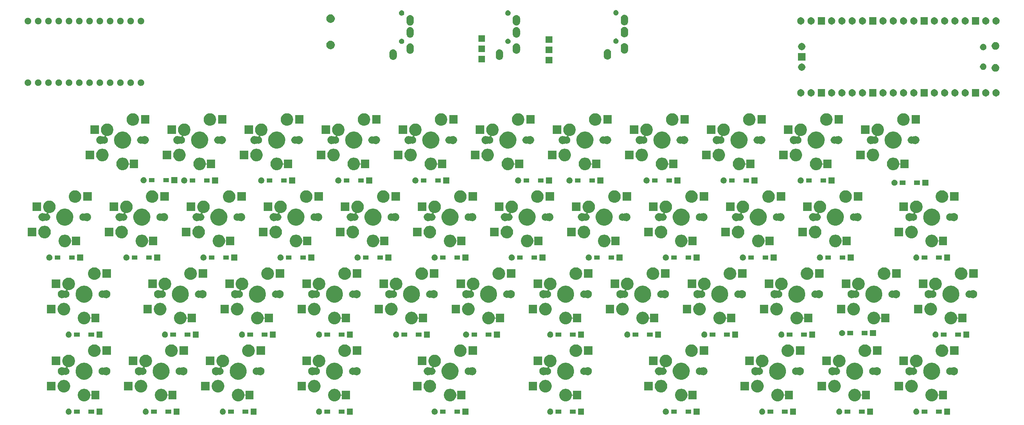
<source format=gbr>
G04 #@! TF.GenerationSoftware,KiCad,Pcbnew,(5.1.6-0-10_14)*
G04 #@! TF.CreationDate,2022-07-10T08:57:52+09:00*
G04 #@! TF.ProjectId,cool445,636f6f6c-3434-4352-9e6b-696361645f70,rev?*
G04 #@! TF.SameCoordinates,Original*
G04 #@! TF.FileFunction,Soldermask,Bot*
G04 #@! TF.FilePolarity,Negative*
%FSLAX46Y46*%
G04 Gerber Fmt 4.6, Leading zero omitted, Abs format (unit mm)*
G04 Created by KiCad (PCBNEW (5.1.6-0-10_14)) date 2022-07-10 08:57:52*
%MOMM*%
%LPD*%
G01*
G04 APERTURE LIST*
%ADD10C,0.100000*%
G04 APERTURE END LIST*
D10*
G36*
X242684500Y-67899500D02*
G01*
X241185500Y-67899500D01*
X241185500Y-66400500D01*
X242684500Y-66400500D01*
X242684500Y-67899500D01*
G37*
G36*
X234409425Y-66404599D02*
G01*
X234533621Y-66429302D01*
X234670022Y-66485801D01*
X234792779Y-66567825D01*
X234897175Y-66672221D01*
X234979199Y-66794978D01*
X235035698Y-66931379D01*
X235064500Y-67076181D01*
X235064500Y-67223819D01*
X235035698Y-67368621D01*
X234979199Y-67505022D01*
X234897175Y-67627779D01*
X234792779Y-67732175D01*
X234670022Y-67814199D01*
X234533621Y-67870698D01*
X234409425Y-67895401D01*
X234388820Y-67899500D01*
X234241180Y-67899500D01*
X234220575Y-67895401D01*
X234096379Y-67870698D01*
X233959978Y-67814199D01*
X233837221Y-67732175D01*
X233732825Y-67627779D01*
X233650801Y-67505022D01*
X233594302Y-67368621D01*
X233565500Y-67223819D01*
X233565500Y-67076181D01*
X233594302Y-66931379D01*
X233650801Y-66794978D01*
X233732825Y-66672221D01*
X233837221Y-66567825D01*
X233959978Y-66485801D01*
X234096379Y-66429302D01*
X234220575Y-66404599D01*
X234241180Y-66400500D01*
X234388820Y-66400500D01*
X234409425Y-66404599D01*
G37*
G36*
X223634500Y-67899500D02*
G01*
X222135500Y-67899500D01*
X222135500Y-66400500D01*
X223634500Y-66400500D01*
X223634500Y-67899500D01*
G37*
G36*
X215359425Y-66404599D02*
G01*
X215483621Y-66429302D01*
X215620022Y-66485801D01*
X215742779Y-66567825D01*
X215847175Y-66672221D01*
X215929199Y-66794978D01*
X215985698Y-66931379D01*
X216014500Y-67076181D01*
X216014500Y-67223819D01*
X215985698Y-67368621D01*
X215929199Y-67505022D01*
X215847175Y-67627779D01*
X215742779Y-67732175D01*
X215620022Y-67814199D01*
X215483621Y-67870698D01*
X215359425Y-67895401D01*
X215338820Y-67899500D01*
X215191180Y-67899500D01*
X215170575Y-67895401D01*
X215046379Y-67870698D01*
X214909978Y-67814199D01*
X214787221Y-67732175D01*
X214682825Y-67627779D01*
X214600801Y-67505022D01*
X214544302Y-67368621D01*
X214515500Y-67223819D01*
X214515500Y-67076181D01*
X214544302Y-66931379D01*
X214600801Y-66794978D01*
X214682825Y-66672221D01*
X214787221Y-66567825D01*
X214909978Y-66485801D01*
X215046379Y-66429302D01*
X215170575Y-66404599D01*
X215191180Y-66400500D01*
X215338820Y-66400500D01*
X215359425Y-66404599D01*
G37*
G36*
X204584500Y-67899500D02*
G01*
X203085500Y-67899500D01*
X203085500Y-66400500D01*
X204584500Y-66400500D01*
X204584500Y-67899500D01*
G37*
G36*
X196309425Y-66404599D02*
G01*
X196433621Y-66429302D01*
X196570022Y-66485801D01*
X196692779Y-66567825D01*
X196797175Y-66672221D01*
X196879199Y-66794978D01*
X196935698Y-66931379D01*
X196964500Y-67076181D01*
X196964500Y-67223819D01*
X196935698Y-67368621D01*
X196879199Y-67505022D01*
X196797175Y-67627779D01*
X196692779Y-67732175D01*
X196570022Y-67814199D01*
X196433621Y-67870698D01*
X196309425Y-67895401D01*
X196288820Y-67899500D01*
X196141180Y-67899500D01*
X196120575Y-67895401D01*
X195996379Y-67870698D01*
X195859978Y-67814199D01*
X195737221Y-67732175D01*
X195632825Y-67627779D01*
X195550801Y-67505022D01*
X195494302Y-67368621D01*
X195465500Y-67223819D01*
X195465500Y-67076181D01*
X195494302Y-66931379D01*
X195550801Y-66794978D01*
X195632825Y-66672221D01*
X195737221Y-66567825D01*
X195859978Y-66485801D01*
X195996379Y-66429302D01*
X196120575Y-66404599D01*
X196141180Y-66400500D01*
X196288820Y-66400500D01*
X196309425Y-66404599D01*
G37*
G36*
X180772500Y-67899500D02*
G01*
X179273500Y-67899500D01*
X179273500Y-66400500D01*
X180772500Y-66400500D01*
X180772500Y-67899500D01*
G37*
G36*
X172497425Y-66404599D02*
G01*
X172621621Y-66429302D01*
X172758022Y-66485801D01*
X172880779Y-66567825D01*
X172985175Y-66672221D01*
X173067199Y-66794978D01*
X173123698Y-66931379D01*
X173152500Y-67076181D01*
X173152500Y-67223819D01*
X173123698Y-67368621D01*
X173067199Y-67505022D01*
X172985175Y-67627779D01*
X172880779Y-67732175D01*
X172758022Y-67814199D01*
X172621621Y-67870698D01*
X172497425Y-67895401D01*
X172476820Y-67899500D01*
X172329180Y-67899500D01*
X172308575Y-67895401D01*
X172184379Y-67870698D01*
X172047978Y-67814199D01*
X171925221Y-67732175D01*
X171820825Y-67627779D01*
X171738801Y-67505022D01*
X171682302Y-67368621D01*
X171653500Y-67223819D01*
X171653500Y-67076181D01*
X171682302Y-66931379D01*
X171738801Y-66794978D01*
X171820825Y-66672221D01*
X171925221Y-66567825D01*
X172047978Y-66485801D01*
X172184379Y-66429302D01*
X172308575Y-66404599D01*
X172329180Y-66400500D01*
X172476820Y-66400500D01*
X172497425Y-66404599D01*
G37*
G36*
X152197500Y-67899500D02*
G01*
X150698500Y-67899500D01*
X150698500Y-66400500D01*
X152197500Y-66400500D01*
X152197500Y-67899500D01*
G37*
G36*
X143922425Y-66404599D02*
G01*
X144046621Y-66429302D01*
X144183022Y-66485801D01*
X144305779Y-66567825D01*
X144410175Y-66672221D01*
X144492199Y-66794978D01*
X144548698Y-66931379D01*
X144577500Y-67076181D01*
X144577500Y-67223819D01*
X144548698Y-67368621D01*
X144492199Y-67505022D01*
X144410175Y-67627779D01*
X144305779Y-67732175D01*
X144183022Y-67814199D01*
X144046621Y-67870698D01*
X143922425Y-67895401D01*
X143901820Y-67899500D01*
X143754180Y-67899500D01*
X143733575Y-67895401D01*
X143609379Y-67870698D01*
X143472978Y-67814199D01*
X143350221Y-67732175D01*
X143245825Y-67627779D01*
X143163801Y-67505022D01*
X143107302Y-67368621D01*
X143078500Y-67223819D01*
X143078500Y-67076181D01*
X143107302Y-66931379D01*
X143163801Y-66794978D01*
X143245825Y-66672221D01*
X143350221Y-66567825D01*
X143472978Y-66485801D01*
X143609379Y-66429302D01*
X143733575Y-66404599D01*
X143754180Y-66400500D01*
X143901820Y-66400500D01*
X143922425Y-66404599D01*
G37*
G36*
X123622500Y-67899500D02*
G01*
X122123500Y-67899500D01*
X122123500Y-66400500D01*
X123622500Y-66400500D01*
X123622500Y-67899500D01*
G37*
G36*
X115347425Y-66404599D02*
G01*
X115471621Y-66429302D01*
X115608022Y-66485801D01*
X115730779Y-66567825D01*
X115835175Y-66672221D01*
X115917199Y-66794978D01*
X115973698Y-66931379D01*
X116002500Y-67076181D01*
X116002500Y-67223819D01*
X115973698Y-67368621D01*
X115917199Y-67505022D01*
X115835175Y-67627779D01*
X115730779Y-67732175D01*
X115608022Y-67814199D01*
X115471621Y-67870698D01*
X115347425Y-67895401D01*
X115326820Y-67899500D01*
X115179180Y-67899500D01*
X115158575Y-67895401D01*
X115034379Y-67870698D01*
X114897978Y-67814199D01*
X114775221Y-67732175D01*
X114670825Y-67627779D01*
X114588801Y-67505022D01*
X114532302Y-67368621D01*
X114503500Y-67223819D01*
X114503500Y-67076181D01*
X114532302Y-66931379D01*
X114588801Y-66794978D01*
X114670825Y-66672221D01*
X114775221Y-66567825D01*
X114897978Y-66485801D01*
X115034379Y-66429302D01*
X115158575Y-66404599D01*
X115179180Y-66400500D01*
X115326820Y-66400500D01*
X115347425Y-66404599D01*
G37*
G36*
X95047500Y-67899500D02*
G01*
X93548500Y-67899500D01*
X93548500Y-66400500D01*
X95047500Y-66400500D01*
X95047500Y-67899500D01*
G37*
G36*
X86772425Y-66404599D02*
G01*
X86896621Y-66429302D01*
X87033022Y-66485801D01*
X87155779Y-66567825D01*
X87260175Y-66672221D01*
X87342199Y-66794978D01*
X87398698Y-66931379D01*
X87427500Y-67076181D01*
X87427500Y-67223819D01*
X87398698Y-67368621D01*
X87342199Y-67505022D01*
X87260175Y-67627779D01*
X87155779Y-67732175D01*
X87033022Y-67814199D01*
X86896621Y-67870698D01*
X86772425Y-67895401D01*
X86751820Y-67899500D01*
X86604180Y-67899500D01*
X86583575Y-67895401D01*
X86459379Y-67870698D01*
X86322978Y-67814199D01*
X86200221Y-67732175D01*
X86095825Y-67627779D01*
X86013801Y-67505022D01*
X85957302Y-67368621D01*
X85928500Y-67223819D01*
X85928500Y-67076181D01*
X85957302Y-66931379D01*
X86013801Y-66794978D01*
X86095825Y-66672221D01*
X86200221Y-66567825D01*
X86322978Y-66485801D01*
X86459379Y-66429302D01*
X86583575Y-66404599D01*
X86604180Y-66400500D01*
X86751820Y-66400500D01*
X86772425Y-66404599D01*
G37*
G36*
X71234500Y-67899500D02*
G01*
X69735500Y-67899500D01*
X69735500Y-66400500D01*
X71234500Y-66400500D01*
X71234500Y-67899500D01*
G37*
G36*
X62959425Y-66404599D02*
G01*
X63083621Y-66429302D01*
X63220022Y-66485801D01*
X63342779Y-66567825D01*
X63447175Y-66672221D01*
X63529199Y-66794978D01*
X63585698Y-66931379D01*
X63614500Y-67076181D01*
X63614500Y-67223819D01*
X63585698Y-67368621D01*
X63529199Y-67505022D01*
X63447175Y-67627779D01*
X63342779Y-67732175D01*
X63220022Y-67814199D01*
X63083621Y-67870698D01*
X62959425Y-67895401D01*
X62938820Y-67899500D01*
X62791180Y-67899500D01*
X62770575Y-67895401D01*
X62646379Y-67870698D01*
X62509978Y-67814199D01*
X62387221Y-67732175D01*
X62282825Y-67627779D01*
X62200801Y-67505022D01*
X62144302Y-67368621D01*
X62115500Y-67223819D01*
X62115500Y-67076181D01*
X62144302Y-66931379D01*
X62200801Y-66794978D01*
X62282825Y-66672221D01*
X62387221Y-66567825D01*
X62509978Y-66485801D01*
X62646379Y-66429302D01*
X62770575Y-66404599D01*
X62791180Y-66400500D01*
X62938820Y-66400500D01*
X62959425Y-66404599D01*
G37*
G36*
X52184500Y-67899500D02*
G01*
X50685500Y-67899500D01*
X50685500Y-66400500D01*
X52184500Y-66400500D01*
X52184500Y-67899500D01*
G37*
G36*
X43909425Y-66404599D02*
G01*
X44033621Y-66429302D01*
X44170022Y-66485801D01*
X44292779Y-66567825D01*
X44397175Y-66672221D01*
X44479199Y-66794978D01*
X44535698Y-66931379D01*
X44564500Y-67076181D01*
X44564500Y-67223819D01*
X44535698Y-67368621D01*
X44479199Y-67505022D01*
X44397175Y-67627779D01*
X44292779Y-67732175D01*
X44170022Y-67814199D01*
X44033621Y-67870698D01*
X43909425Y-67895401D01*
X43888820Y-67899500D01*
X43741180Y-67899500D01*
X43720575Y-67895401D01*
X43596379Y-67870698D01*
X43459978Y-67814199D01*
X43337221Y-67732175D01*
X43232825Y-67627779D01*
X43150801Y-67505022D01*
X43094302Y-67368621D01*
X43065500Y-67223819D01*
X43065500Y-67076181D01*
X43094302Y-66931379D01*
X43150801Y-66794978D01*
X43232825Y-66672221D01*
X43337221Y-66567825D01*
X43459978Y-66485801D01*
X43596379Y-66429302D01*
X43720575Y-66404599D01*
X43741180Y-66400500D01*
X43888820Y-66400500D01*
X43909425Y-66404599D01*
G37*
G36*
X33134500Y-67899500D02*
G01*
X31635500Y-67899500D01*
X31635500Y-66400500D01*
X33134500Y-66400500D01*
X33134500Y-67899500D01*
G37*
G36*
X24859425Y-66404599D02*
G01*
X24983621Y-66429302D01*
X25120022Y-66485801D01*
X25242779Y-66567825D01*
X25347175Y-66672221D01*
X25429199Y-66794978D01*
X25485698Y-66931379D01*
X25514500Y-67076181D01*
X25514500Y-67223819D01*
X25485698Y-67368621D01*
X25429199Y-67505022D01*
X25347175Y-67627779D01*
X25242779Y-67732175D01*
X25120022Y-67814199D01*
X24983621Y-67870698D01*
X24859425Y-67895401D01*
X24838820Y-67899500D01*
X24691180Y-67899500D01*
X24670575Y-67895401D01*
X24546379Y-67870698D01*
X24409978Y-67814199D01*
X24287221Y-67732175D01*
X24182825Y-67627779D01*
X24100801Y-67505022D01*
X24044302Y-67368621D01*
X24015500Y-67223819D01*
X24015500Y-67076181D01*
X24044302Y-66931379D01*
X24100801Y-66794978D01*
X24182825Y-66672221D01*
X24287221Y-66567825D01*
X24409978Y-66485801D01*
X24546379Y-66429302D01*
X24670575Y-66404599D01*
X24691180Y-66400500D01*
X24838820Y-66400500D01*
X24859425Y-66404599D01*
G37*
G36*
X31051000Y-67676000D02*
G01*
X29649000Y-67676000D01*
X29649000Y-66624000D01*
X31051000Y-66624000D01*
X31051000Y-67676000D01*
G37*
G36*
X92964000Y-67676000D02*
G01*
X91562000Y-67676000D01*
X91562000Y-66624000D01*
X92964000Y-66624000D01*
X92964000Y-67676000D01*
G37*
G36*
X240601000Y-67676000D02*
G01*
X239199000Y-67676000D01*
X239199000Y-66624000D01*
X240601000Y-66624000D01*
X240601000Y-67676000D01*
G37*
G36*
X237051000Y-67676000D02*
G01*
X235649000Y-67676000D01*
X235649000Y-66624000D01*
X237051000Y-66624000D01*
X237051000Y-67676000D01*
G37*
G36*
X27501000Y-67676000D02*
G01*
X26099000Y-67676000D01*
X26099000Y-66624000D01*
X27501000Y-66624000D01*
X27501000Y-67676000D01*
G37*
G36*
X50101000Y-67676000D02*
G01*
X48699000Y-67676000D01*
X48699000Y-66624000D01*
X50101000Y-66624000D01*
X50101000Y-67676000D01*
G37*
G36*
X221551000Y-67676000D02*
G01*
X220149000Y-67676000D01*
X220149000Y-66624000D01*
X221551000Y-66624000D01*
X221551000Y-67676000D01*
G37*
G36*
X218001000Y-67676000D02*
G01*
X216599000Y-67676000D01*
X216599000Y-66624000D01*
X218001000Y-66624000D01*
X218001000Y-67676000D01*
G37*
G36*
X46551000Y-67676000D02*
G01*
X45149000Y-67676000D01*
X45149000Y-66624000D01*
X46551000Y-66624000D01*
X46551000Y-67676000D01*
G37*
G36*
X69151000Y-67676000D02*
G01*
X67749000Y-67676000D01*
X67749000Y-66624000D01*
X69151000Y-66624000D01*
X69151000Y-67676000D01*
G37*
G36*
X202501000Y-67676000D02*
G01*
X201099000Y-67676000D01*
X201099000Y-66624000D01*
X202501000Y-66624000D01*
X202501000Y-67676000D01*
G37*
G36*
X198951000Y-67676000D02*
G01*
X197549000Y-67676000D01*
X197549000Y-66624000D01*
X198951000Y-66624000D01*
X198951000Y-67676000D01*
G37*
G36*
X65601000Y-67676000D02*
G01*
X64199000Y-67676000D01*
X64199000Y-66624000D01*
X65601000Y-66624000D01*
X65601000Y-67676000D01*
G37*
G36*
X178689000Y-67676000D02*
G01*
X177287000Y-67676000D01*
X177287000Y-66624000D01*
X178689000Y-66624000D01*
X178689000Y-67676000D01*
G37*
G36*
X175139000Y-67676000D02*
G01*
X173737000Y-67676000D01*
X173737000Y-66624000D01*
X175139000Y-66624000D01*
X175139000Y-67676000D01*
G37*
G36*
X150114000Y-67676000D02*
G01*
X148712000Y-67676000D01*
X148712000Y-66624000D01*
X150114000Y-66624000D01*
X150114000Y-67676000D01*
G37*
G36*
X146564000Y-67676000D02*
G01*
X145162000Y-67676000D01*
X145162000Y-66624000D01*
X146564000Y-66624000D01*
X146564000Y-67676000D01*
G37*
G36*
X117989000Y-67676000D02*
G01*
X116587000Y-67676000D01*
X116587000Y-66624000D01*
X117989000Y-66624000D01*
X117989000Y-67676000D01*
G37*
G36*
X121539000Y-67676000D02*
G01*
X120137000Y-67676000D01*
X120137000Y-66624000D01*
X121539000Y-66624000D01*
X121539000Y-67676000D01*
G37*
G36*
X89414000Y-67676000D02*
G01*
X88012000Y-67676000D01*
X88012000Y-66624000D01*
X89414000Y-66624000D01*
X89414000Y-67676000D01*
G37*
G36*
X28877585Y-61528802D02*
G01*
X29027410Y-61558604D01*
X29309674Y-61675521D01*
X29563705Y-61845259D01*
X29779741Y-62061295D01*
X29949479Y-62315326D01*
X30066396Y-62597590D01*
X30066396Y-62597591D01*
X30126404Y-62899270D01*
X30133517Y-62922719D01*
X30145068Y-62944330D01*
X30160613Y-62963272D01*
X30179555Y-62978817D01*
X30201166Y-62990368D01*
X30224615Y-62997481D01*
X30249001Y-62999883D01*
X30273387Y-62997481D01*
X30296836Y-62990368D01*
X30318447Y-62978817D01*
X30337389Y-62963272D01*
X30352934Y-62944330D01*
X30364485Y-62922719D01*
X30371598Y-62899270D01*
X30374000Y-62874884D01*
X30374000Y-61999000D01*
X32376000Y-61999000D01*
X32376000Y-64101000D01*
X30374000Y-64101000D01*
X30374000Y-63225116D01*
X30371598Y-63200730D01*
X30364485Y-63177281D01*
X30352934Y-63155670D01*
X30337389Y-63136728D01*
X30318447Y-63121183D01*
X30296836Y-63109632D01*
X30273387Y-63102519D01*
X30249001Y-63100117D01*
X30224615Y-63102519D01*
X30201166Y-63109632D01*
X30179555Y-63121183D01*
X30160613Y-63136728D01*
X30145068Y-63155670D01*
X30133517Y-63177281D01*
X30126404Y-63200730D01*
X30126000Y-63202760D01*
X30066396Y-63502410D01*
X29949479Y-63784674D01*
X29779741Y-64038705D01*
X29563705Y-64254741D01*
X29309674Y-64424479D01*
X29027410Y-64541396D01*
X28877585Y-64571198D01*
X28727761Y-64601000D01*
X28422239Y-64601000D01*
X28272415Y-64571198D01*
X28122590Y-64541396D01*
X27840326Y-64424479D01*
X27586295Y-64254741D01*
X27370259Y-64038705D01*
X27200521Y-63784674D01*
X27083604Y-63502410D01*
X27024000Y-63202760D01*
X27024000Y-62897240D01*
X27083604Y-62597590D01*
X27200521Y-62315326D01*
X27370259Y-62061295D01*
X27586295Y-61845259D01*
X27840326Y-61675521D01*
X28122590Y-61558604D01*
X28272415Y-61528802D01*
X28422239Y-61499000D01*
X28727761Y-61499000D01*
X28877585Y-61528802D01*
G37*
G36*
X47927585Y-61528802D02*
G01*
X48077410Y-61558604D01*
X48359674Y-61675521D01*
X48613705Y-61845259D01*
X48829741Y-62061295D01*
X48999479Y-62315326D01*
X49116396Y-62597590D01*
X49116396Y-62597591D01*
X49176404Y-62899270D01*
X49183517Y-62922719D01*
X49195068Y-62944330D01*
X49210613Y-62963272D01*
X49229555Y-62978817D01*
X49251166Y-62990368D01*
X49274615Y-62997481D01*
X49299001Y-62999883D01*
X49323387Y-62997481D01*
X49346836Y-62990368D01*
X49368447Y-62978817D01*
X49387389Y-62963272D01*
X49402934Y-62944330D01*
X49414485Y-62922719D01*
X49421598Y-62899270D01*
X49424000Y-62874884D01*
X49424000Y-61999000D01*
X51426000Y-61999000D01*
X51426000Y-64101000D01*
X49424000Y-64101000D01*
X49424000Y-63225116D01*
X49421598Y-63200730D01*
X49414485Y-63177281D01*
X49402934Y-63155670D01*
X49387389Y-63136728D01*
X49368447Y-63121183D01*
X49346836Y-63109632D01*
X49323387Y-63102519D01*
X49299001Y-63100117D01*
X49274615Y-63102519D01*
X49251166Y-63109632D01*
X49229555Y-63121183D01*
X49210613Y-63136728D01*
X49195068Y-63155670D01*
X49183517Y-63177281D01*
X49176404Y-63200730D01*
X49176000Y-63202760D01*
X49116396Y-63502410D01*
X48999479Y-63784674D01*
X48829741Y-64038705D01*
X48613705Y-64254741D01*
X48359674Y-64424479D01*
X48077410Y-64541396D01*
X47927585Y-64571198D01*
X47777761Y-64601000D01*
X47472239Y-64601000D01*
X47322415Y-64571198D01*
X47172590Y-64541396D01*
X46890326Y-64424479D01*
X46636295Y-64254741D01*
X46420259Y-64038705D01*
X46250521Y-63784674D01*
X46133604Y-63502410D01*
X46074000Y-63202760D01*
X46074000Y-62897240D01*
X46133604Y-62597590D01*
X46250521Y-62315326D01*
X46420259Y-62061295D01*
X46636295Y-61845259D01*
X46890326Y-61675521D01*
X47172590Y-61558604D01*
X47322415Y-61528802D01*
X47472239Y-61499000D01*
X47777761Y-61499000D01*
X47927585Y-61528802D01*
G37*
G36*
X66977585Y-61528802D02*
G01*
X67127410Y-61558604D01*
X67409674Y-61675521D01*
X67663705Y-61845259D01*
X67879741Y-62061295D01*
X68049479Y-62315326D01*
X68166396Y-62597590D01*
X68166396Y-62597591D01*
X68226404Y-62899270D01*
X68233517Y-62922719D01*
X68245068Y-62944330D01*
X68260613Y-62963272D01*
X68279555Y-62978817D01*
X68301166Y-62990368D01*
X68324615Y-62997481D01*
X68349001Y-62999883D01*
X68373387Y-62997481D01*
X68396836Y-62990368D01*
X68418447Y-62978817D01*
X68437389Y-62963272D01*
X68452934Y-62944330D01*
X68464485Y-62922719D01*
X68471598Y-62899270D01*
X68474000Y-62874884D01*
X68474000Y-61999000D01*
X70476000Y-61999000D01*
X70476000Y-64101000D01*
X68474000Y-64101000D01*
X68474000Y-63225116D01*
X68471598Y-63200730D01*
X68464485Y-63177281D01*
X68452934Y-63155670D01*
X68437389Y-63136728D01*
X68418447Y-63121183D01*
X68396836Y-63109632D01*
X68373387Y-63102519D01*
X68349001Y-63100117D01*
X68324615Y-63102519D01*
X68301166Y-63109632D01*
X68279555Y-63121183D01*
X68260613Y-63136728D01*
X68245068Y-63155670D01*
X68233517Y-63177281D01*
X68226404Y-63200730D01*
X68226000Y-63202760D01*
X68166396Y-63502410D01*
X68049479Y-63784674D01*
X67879741Y-64038705D01*
X67663705Y-64254741D01*
X67409674Y-64424479D01*
X67127410Y-64541396D01*
X66977585Y-64571198D01*
X66827761Y-64601000D01*
X66522239Y-64601000D01*
X66372415Y-64571198D01*
X66222590Y-64541396D01*
X65940326Y-64424479D01*
X65686295Y-64254741D01*
X65470259Y-64038705D01*
X65300521Y-63784674D01*
X65183604Y-63502410D01*
X65124000Y-63202760D01*
X65124000Y-62897240D01*
X65183604Y-62597590D01*
X65300521Y-62315326D01*
X65470259Y-62061295D01*
X65686295Y-61845259D01*
X65940326Y-61675521D01*
X66222590Y-61558604D01*
X66372415Y-61528802D01*
X66522239Y-61499000D01*
X66827761Y-61499000D01*
X66977585Y-61528802D01*
G37*
G36*
X90790585Y-61528802D02*
G01*
X90940410Y-61558604D01*
X91222674Y-61675521D01*
X91476705Y-61845259D01*
X91692741Y-62061295D01*
X91862479Y-62315326D01*
X91979396Y-62597590D01*
X91979396Y-62597591D01*
X92039404Y-62899270D01*
X92046517Y-62922719D01*
X92058068Y-62944330D01*
X92073613Y-62963272D01*
X92092555Y-62978817D01*
X92114166Y-62990368D01*
X92137615Y-62997481D01*
X92162001Y-62999883D01*
X92186387Y-62997481D01*
X92209836Y-62990368D01*
X92231447Y-62978817D01*
X92250389Y-62963272D01*
X92265934Y-62944330D01*
X92277485Y-62922719D01*
X92284598Y-62899270D01*
X92287000Y-62874884D01*
X92287000Y-61999000D01*
X94289000Y-61999000D01*
X94289000Y-64101000D01*
X92287000Y-64101000D01*
X92287000Y-63225116D01*
X92284598Y-63200730D01*
X92277485Y-63177281D01*
X92265934Y-63155670D01*
X92250389Y-63136728D01*
X92231447Y-63121183D01*
X92209836Y-63109632D01*
X92186387Y-63102519D01*
X92162001Y-63100117D01*
X92137615Y-63102519D01*
X92114166Y-63109632D01*
X92092555Y-63121183D01*
X92073613Y-63136728D01*
X92058068Y-63155670D01*
X92046517Y-63177281D01*
X92039404Y-63200730D01*
X92039000Y-63202760D01*
X91979396Y-63502410D01*
X91862479Y-63784674D01*
X91692741Y-64038705D01*
X91476705Y-64254741D01*
X91222674Y-64424479D01*
X90940410Y-64541396D01*
X90790585Y-64571198D01*
X90640761Y-64601000D01*
X90335239Y-64601000D01*
X90185415Y-64571198D01*
X90035590Y-64541396D01*
X89753326Y-64424479D01*
X89499295Y-64254741D01*
X89283259Y-64038705D01*
X89113521Y-63784674D01*
X88996604Y-63502410D01*
X88937000Y-63202760D01*
X88937000Y-62897240D01*
X88996604Y-62597590D01*
X89113521Y-62315326D01*
X89283259Y-62061295D01*
X89499295Y-61845259D01*
X89753326Y-61675521D01*
X90035590Y-61558604D01*
X90185415Y-61528802D01*
X90335239Y-61499000D01*
X90640761Y-61499000D01*
X90790585Y-61528802D01*
G37*
G36*
X119365585Y-61528802D02*
G01*
X119515410Y-61558604D01*
X119797674Y-61675521D01*
X120051705Y-61845259D01*
X120267741Y-62061295D01*
X120437479Y-62315326D01*
X120554396Y-62597590D01*
X120554396Y-62597591D01*
X120614404Y-62899270D01*
X120621517Y-62922719D01*
X120633068Y-62944330D01*
X120648613Y-62963272D01*
X120667555Y-62978817D01*
X120689166Y-62990368D01*
X120712615Y-62997481D01*
X120737001Y-62999883D01*
X120761387Y-62997481D01*
X120784836Y-62990368D01*
X120806447Y-62978817D01*
X120825389Y-62963272D01*
X120840934Y-62944330D01*
X120852485Y-62922719D01*
X120859598Y-62899270D01*
X120862000Y-62874884D01*
X120862000Y-61999000D01*
X122864000Y-61999000D01*
X122864000Y-64101000D01*
X120862000Y-64101000D01*
X120862000Y-63225116D01*
X120859598Y-63200730D01*
X120852485Y-63177281D01*
X120840934Y-63155670D01*
X120825389Y-63136728D01*
X120806447Y-63121183D01*
X120784836Y-63109632D01*
X120761387Y-63102519D01*
X120737001Y-63100117D01*
X120712615Y-63102519D01*
X120689166Y-63109632D01*
X120667555Y-63121183D01*
X120648613Y-63136728D01*
X120633068Y-63155670D01*
X120621517Y-63177281D01*
X120614404Y-63200730D01*
X120614000Y-63202760D01*
X120554396Y-63502410D01*
X120437479Y-63784674D01*
X120267741Y-64038705D01*
X120051705Y-64254741D01*
X119797674Y-64424479D01*
X119515410Y-64541396D01*
X119365585Y-64571198D01*
X119215761Y-64601000D01*
X118910239Y-64601000D01*
X118760415Y-64571198D01*
X118610590Y-64541396D01*
X118328326Y-64424479D01*
X118074295Y-64254741D01*
X117858259Y-64038705D01*
X117688521Y-63784674D01*
X117571604Y-63502410D01*
X117512000Y-63202760D01*
X117512000Y-62897240D01*
X117571604Y-62597590D01*
X117688521Y-62315326D01*
X117858259Y-62061295D01*
X118074295Y-61845259D01*
X118328326Y-61675521D01*
X118610590Y-61558604D01*
X118760415Y-61528802D01*
X118910239Y-61499000D01*
X119215761Y-61499000D01*
X119365585Y-61528802D01*
G37*
G36*
X147940585Y-61528802D02*
G01*
X148090410Y-61558604D01*
X148372674Y-61675521D01*
X148626705Y-61845259D01*
X148842741Y-62061295D01*
X149012479Y-62315326D01*
X149129396Y-62597590D01*
X149129396Y-62597591D01*
X149189404Y-62899270D01*
X149196517Y-62922719D01*
X149208068Y-62944330D01*
X149223613Y-62963272D01*
X149242555Y-62978817D01*
X149264166Y-62990368D01*
X149287615Y-62997481D01*
X149312001Y-62999883D01*
X149336387Y-62997481D01*
X149359836Y-62990368D01*
X149381447Y-62978817D01*
X149400389Y-62963272D01*
X149415934Y-62944330D01*
X149427485Y-62922719D01*
X149434598Y-62899270D01*
X149437000Y-62874884D01*
X149437000Y-61999000D01*
X151439000Y-61999000D01*
X151439000Y-64101000D01*
X149437000Y-64101000D01*
X149437000Y-63225116D01*
X149434598Y-63200730D01*
X149427485Y-63177281D01*
X149415934Y-63155670D01*
X149400389Y-63136728D01*
X149381447Y-63121183D01*
X149359836Y-63109632D01*
X149336387Y-63102519D01*
X149312001Y-63100117D01*
X149287615Y-63102519D01*
X149264166Y-63109632D01*
X149242555Y-63121183D01*
X149223613Y-63136728D01*
X149208068Y-63155670D01*
X149196517Y-63177281D01*
X149189404Y-63200730D01*
X149189000Y-63202760D01*
X149129396Y-63502410D01*
X149012479Y-63784674D01*
X148842741Y-64038705D01*
X148626705Y-64254741D01*
X148372674Y-64424479D01*
X148090410Y-64541396D01*
X147940585Y-64571198D01*
X147790761Y-64601000D01*
X147485239Y-64601000D01*
X147335415Y-64571198D01*
X147185590Y-64541396D01*
X146903326Y-64424479D01*
X146649295Y-64254741D01*
X146433259Y-64038705D01*
X146263521Y-63784674D01*
X146146604Y-63502410D01*
X146087000Y-63202760D01*
X146087000Y-62897240D01*
X146146604Y-62597590D01*
X146263521Y-62315326D01*
X146433259Y-62061295D01*
X146649295Y-61845259D01*
X146903326Y-61675521D01*
X147185590Y-61558604D01*
X147335415Y-61528802D01*
X147485239Y-61499000D01*
X147790761Y-61499000D01*
X147940585Y-61528802D01*
G37*
G36*
X176515585Y-61528802D02*
G01*
X176665410Y-61558604D01*
X176947674Y-61675521D01*
X177201705Y-61845259D01*
X177417741Y-62061295D01*
X177587479Y-62315326D01*
X177704396Y-62597590D01*
X177704396Y-62597591D01*
X177764404Y-62899270D01*
X177771517Y-62922719D01*
X177783068Y-62944330D01*
X177798613Y-62963272D01*
X177817555Y-62978817D01*
X177839166Y-62990368D01*
X177862615Y-62997481D01*
X177887001Y-62999883D01*
X177911387Y-62997481D01*
X177934836Y-62990368D01*
X177956447Y-62978817D01*
X177975389Y-62963272D01*
X177990934Y-62944330D01*
X178002485Y-62922719D01*
X178009598Y-62899270D01*
X178012000Y-62874884D01*
X178012000Y-61999000D01*
X180014000Y-61999000D01*
X180014000Y-64101000D01*
X178012000Y-64101000D01*
X178012000Y-63225116D01*
X178009598Y-63200730D01*
X178002485Y-63177281D01*
X177990934Y-63155670D01*
X177975389Y-63136728D01*
X177956447Y-63121183D01*
X177934836Y-63109632D01*
X177911387Y-63102519D01*
X177887001Y-63100117D01*
X177862615Y-63102519D01*
X177839166Y-63109632D01*
X177817555Y-63121183D01*
X177798613Y-63136728D01*
X177783068Y-63155670D01*
X177771517Y-63177281D01*
X177764404Y-63200730D01*
X177764000Y-63202760D01*
X177704396Y-63502410D01*
X177587479Y-63784674D01*
X177417741Y-64038705D01*
X177201705Y-64254741D01*
X176947674Y-64424479D01*
X176665410Y-64541396D01*
X176515585Y-64571198D01*
X176365761Y-64601000D01*
X176060239Y-64601000D01*
X175910415Y-64571198D01*
X175760590Y-64541396D01*
X175478326Y-64424479D01*
X175224295Y-64254741D01*
X175008259Y-64038705D01*
X174838521Y-63784674D01*
X174721604Y-63502410D01*
X174662000Y-63202760D01*
X174662000Y-62897240D01*
X174721604Y-62597590D01*
X174838521Y-62315326D01*
X175008259Y-62061295D01*
X175224295Y-61845259D01*
X175478326Y-61675521D01*
X175760590Y-61558604D01*
X175910415Y-61528802D01*
X176060239Y-61499000D01*
X176365761Y-61499000D01*
X176515585Y-61528802D01*
G37*
G36*
X200327585Y-61528802D02*
G01*
X200477410Y-61558604D01*
X200759674Y-61675521D01*
X201013705Y-61845259D01*
X201229741Y-62061295D01*
X201399479Y-62315326D01*
X201516396Y-62597590D01*
X201516396Y-62597591D01*
X201576404Y-62899270D01*
X201583517Y-62922719D01*
X201595068Y-62944330D01*
X201610613Y-62963272D01*
X201629555Y-62978817D01*
X201651166Y-62990368D01*
X201674615Y-62997481D01*
X201699001Y-62999883D01*
X201723387Y-62997481D01*
X201746836Y-62990368D01*
X201768447Y-62978817D01*
X201787389Y-62963272D01*
X201802934Y-62944330D01*
X201814485Y-62922719D01*
X201821598Y-62899270D01*
X201824000Y-62874884D01*
X201824000Y-61999000D01*
X203826000Y-61999000D01*
X203826000Y-64101000D01*
X201824000Y-64101000D01*
X201824000Y-63225116D01*
X201821598Y-63200730D01*
X201814485Y-63177281D01*
X201802934Y-63155670D01*
X201787389Y-63136728D01*
X201768447Y-63121183D01*
X201746836Y-63109632D01*
X201723387Y-63102519D01*
X201699001Y-63100117D01*
X201674615Y-63102519D01*
X201651166Y-63109632D01*
X201629555Y-63121183D01*
X201610613Y-63136728D01*
X201595068Y-63155670D01*
X201583517Y-63177281D01*
X201576404Y-63200730D01*
X201576000Y-63202760D01*
X201516396Y-63502410D01*
X201399479Y-63784674D01*
X201229741Y-64038705D01*
X201013705Y-64254741D01*
X200759674Y-64424479D01*
X200477410Y-64541396D01*
X200327585Y-64571198D01*
X200177761Y-64601000D01*
X199872239Y-64601000D01*
X199722415Y-64571198D01*
X199572590Y-64541396D01*
X199290326Y-64424479D01*
X199036295Y-64254741D01*
X198820259Y-64038705D01*
X198650521Y-63784674D01*
X198533604Y-63502410D01*
X198474000Y-63202760D01*
X198474000Y-62897240D01*
X198533604Y-62597590D01*
X198650521Y-62315326D01*
X198820259Y-62061295D01*
X199036295Y-61845259D01*
X199290326Y-61675521D01*
X199572590Y-61558604D01*
X199722415Y-61528802D01*
X199872239Y-61499000D01*
X200177761Y-61499000D01*
X200327585Y-61528802D01*
G37*
G36*
X238427585Y-61528802D02*
G01*
X238577410Y-61558604D01*
X238859674Y-61675521D01*
X239113705Y-61845259D01*
X239329741Y-62061295D01*
X239499479Y-62315326D01*
X239616396Y-62597590D01*
X239616396Y-62597591D01*
X239676404Y-62899270D01*
X239683517Y-62922719D01*
X239695068Y-62944330D01*
X239710613Y-62963272D01*
X239729555Y-62978817D01*
X239751166Y-62990368D01*
X239774615Y-62997481D01*
X239799001Y-62999883D01*
X239823387Y-62997481D01*
X239846836Y-62990368D01*
X239868447Y-62978817D01*
X239887389Y-62963272D01*
X239902934Y-62944330D01*
X239914485Y-62922719D01*
X239921598Y-62899270D01*
X239924000Y-62874884D01*
X239924000Y-61999000D01*
X241926000Y-61999000D01*
X241926000Y-64101000D01*
X239924000Y-64101000D01*
X239924000Y-63225116D01*
X239921598Y-63200730D01*
X239914485Y-63177281D01*
X239902934Y-63155670D01*
X239887389Y-63136728D01*
X239868447Y-63121183D01*
X239846836Y-63109632D01*
X239823387Y-63102519D01*
X239799001Y-63100117D01*
X239774615Y-63102519D01*
X239751166Y-63109632D01*
X239729555Y-63121183D01*
X239710613Y-63136728D01*
X239695068Y-63155670D01*
X239683517Y-63177281D01*
X239676404Y-63200730D01*
X239676000Y-63202760D01*
X239616396Y-63502410D01*
X239499479Y-63784674D01*
X239329741Y-64038705D01*
X239113705Y-64254741D01*
X238859674Y-64424479D01*
X238577410Y-64541396D01*
X238427585Y-64571198D01*
X238277761Y-64601000D01*
X237972239Y-64601000D01*
X237822415Y-64571198D01*
X237672590Y-64541396D01*
X237390326Y-64424479D01*
X237136295Y-64254741D01*
X236920259Y-64038705D01*
X236750521Y-63784674D01*
X236633604Y-63502410D01*
X236574000Y-63202760D01*
X236574000Y-62897240D01*
X236633604Y-62597590D01*
X236750521Y-62315326D01*
X236920259Y-62061295D01*
X237136295Y-61845259D01*
X237390326Y-61675521D01*
X237672590Y-61558604D01*
X237822415Y-61528802D01*
X237972239Y-61499000D01*
X238277761Y-61499000D01*
X238427585Y-61528802D01*
G37*
G36*
X219377585Y-61528802D02*
G01*
X219527410Y-61558604D01*
X219809674Y-61675521D01*
X220063705Y-61845259D01*
X220279741Y-62061295D01*
X220449479Y-62315326D01*
X220566396Y-62597590D01*
X220566396Y-62597591D01*
X220626404Y-62899270D01*
X220633517Y-62922719D01*
X220645068Y-62944330D01*
X220660613Y-62963272D01*
X220679555Y-62978817D01*
X220701166Y-62990368D01*
X220724615Y-62997481D01*
X220749001Y-62999883D01*
X220773387Y-62997481D01*
X220796836Y-62990368D01*
X220818447Y-62978817D01*
X220837389Y-62963272D01*
X220852934Y-62944330D01*
X220864485Y-62922719D01*
X220871598Y-62899270D01*
X220874000Y-62874884D01*
X220874000Y-61999000D01*
X222876000Y-61999000D01*
X222876000Y-64101000D01*
X220874000Y-64101000D01*
X220874000Y-63225116D01*
X220871598Y-63200730D01*
X220864485Y-63177281D01*
X220852934Y-63155670D01*
X220837389Y-63136728D01*
X220818447Y-63121183D01*
X220796836Y-63109632D01*
X220773387Y-63102519D01*
X220749001Y-63100117D01*
X220724615Y-63102519D01*
X220701166Y-63109632D01*
X220679555Y-63121183D01*
X220660613Y-63136728D01*
X220645068Y-63155670D01*
X220633517Y-63177281D01*
X220626404Y-63200730D01*
X220626000Y-63202760D01*
X220566396Y-63502410D01*
X220449479Y-63784674D01*
X220279741Y-64038705D01*
X220063705Y-64254741D01*
X219809674Y-64424479D01*
X219527410Y-64541396D01*
X219377585Y-64571198D01*
X219227761Y-64601000D01*
X218922239Y-64601000D01*
X218772415Y-64571198D01*
X218622590Y-64541396D01*
X218340326Y-64424479D01*
X218086295Y-64254741D01*
X217870259Y-64038705D01*
X217700521Y-63784674D01*
X217583604Y-63502410D01*
X217524000Y-63202760D01*
X217524000Y-62897240D01*
X217583604Y-62597590D01*
X217700521Y-62315326D01*
X217870259Y-62061295D01*
X218086295Y-61845259D01*
X218340326Y-61675521D01*
X218622590Y-61558604D01*
X218772415Y-61528802D01*
X218922239Y-61499000D01*
X219227761Y-61499000D01*
X219377585Y-61528802D01*
G37*
G36*
X171515585Y-59328802D02*
G01*
X171665410Y-59358604D01*
X171947674Y-59475521D01*
X172201705Y-59645259D01*
X172417741Y-59861295D01*
X172587479Y-60115326D01*
X172704396Y-60397590D01*
X172764000Y-60697240D01*
X172764000Y-61002760D01*
X172704396Y-61302410D01*
X172587479Y-61584674D01*
X172417741Y-61838705D01*
X172201705Y-62054741D01*
X171947674Y-62224479D01*
X171665410Y-62341396D01*
X171515585Y-62371198D01*
X171365761Y-62401000D01*
X171060239Y-62401000D01*
X170910415Y-62371198D01*
X170760590Y-62341396D01*
X170478326Y-62224479D01*
X170224295Y-62054741D01*
X170008259Y-61838705D01*
X169838521Y-61584674D01*
X169721604Y-61302410D01*
X169662000Y-61002760D01*
X169662000Y-60697240D01*
X169721604Y-60397590D01*
X169838521Y-60115326D01*
X170008259Y-59861295D01*
X170224295Y-59645259D01*
X170478326Y-59475521D01*
X170760590Y-59358604D01*
X170910415Y-59328802D01*
X171060239Y-59299000D01*
X171365761Y-59299000D01*
X171515585Y-59328802D01*
G37*
G36*
X23877585Y-59328802D02*
G01*
X24027410Y-59358604D01*
X24309674Y-59475521D01*
X24563705Y-59645259D01*
X24779741Y-59861295D01*
X24949479Y-60115326D01*
X25066396Y-60397590D01*
X25126000Y-60697240D01*
X25126000Y-61002760D01*
X25066396Y-61302410D01*
X24949479Y-61584674D01*
X24779741Y-61838705D01*
X24563705Y-62054741D01*
X24309674Y-62224479D01*
X24027410Y-62341396D01*
X23877585Y-62371198D01*
X23727761Y-62401000D01*
X23422239Y-62401000D01*
X23272415Y-62371198D01*
X23122590Y-62341396D01*
X22840326Y-62224479D01*
X22586295Y-62054741D01*
X22370259Y-61838705D01*
X22200521Y-61584674D01*
X22083604Y-61302410D01*
X22024000Y-61002760D01*
X22024000Y-60697240D01*
X22083604Y-60397590D01*
X22200521Y-60115326D01*
X22370259Y-59861295D01*
X22586295Y-59645259D01*
X22840326Y-59475521D01*
X23122590Y-59358604D01*
X23272415Y-59328802D01*
X23422239Y-59299000D01*
X23727761Y-59299000D01*
X23877585Y-59328802D01*
G37*
G36*
X42927585Y-59328802D02*
G01*
X43077410Y-59358604D01*
X43359674Y-59475521D01*
X43613705Y-59645259D01*
X43829741Y-59861295D01*
X43999479Y-60115326D01*
X44116396Y-60397590D01*
X44176000Y-60697240D01*
X44176000Y-61002760D01*
X44116396Y-61302410D01*
X43999479Y-61584674D01*
X43829741Y-61838705D01*
X43613705Y-62054741D01*
X43359674Y-62224479D01*
X43077410Y-62341396D01*
X42927585Y-62371198D01*
X42777761Y-62401000D01*
X42472239Y-62401000D01*
X42322415Y-62371198D01*
X42172590Y-62341396D01*
X41890326Y-62224479D01*
X41636295Y-62054741D01*
X41420259Y-61838705D01*
X41250521Y-61584674D01*
X41133604Y-61302410D01*
X41074000Y-61002760D01*
X41074000Y-60697240D01*
X41133604Y-60397590D01*
X41250521Y-60115326D01*
X41420259Y-59861295D01*
X41636295Y-59645259D01*
X41890326Y-59475521D01*
X42172590Y-59358604D01*
X42322415Y-59328802D01*
X42472239Y-59299000D01*
X42777761Y-59299000D01*
X42927585Y-59328802D01*
G37*
G36*
X61977585Y-59328802D02*
G01*
X62127410Y-59358604D01*
X62409674Y-59475521D01*
X62663705Y-59645259D01*
X62879741Y-59861295D01*
X63049479Y-60115326D01*
X63166396Y-60397590D01*
X63226000Y-60697240D01*
X63226000Y-61002760D01*
X63166396Y-61302410D01*
X63049479Y-61584674D01*
X62879741Y-61838705D01*
X62663705Y-62054741D01*
X62409674Y-62224479D01*
X62127410Y-62341396D01*
X61977585Y-62371198D01*
X61827761Y-62401000D01*
X61522239Y-62401000D01*
X61372415Y-62371198D01*
X61222590Y-62341396D01*
X60940326Y-62224479D01*
X60686295Y-62054741D01*
X60470259Y-61838705D01*
X60300521Y-61584674D01*
X60183604Y-61302410D01*
X60124000Y-61002760D01*
X60124000Y-60697240D01*
X60183604Y-60397590D01*
X60300521Y-60115326D01*
X60470259Y-59861295D01*
X60686295Y-59645259D01*
X60940326Y-59475521D01*
X61222590Y-59358604D01*
X61372415Y-59328802D01*
X61522239Y-59299000D01*
X61827761Y-59299000D01*
X61977585Y-59328802D01*
G37*
G36*
X114365585Y-59328802D02*
G01*
X114515410Y-59358604D01*
X114797674Y-59475521D01*
X115051705Y-59645259D01*
X115267741Y-59861295D01*
X115437479Y-60115326D01*
X115554396Y-60397590D01*
X115614000Y-60697240D01*
X115614000Y-61002760D01*
X115554396Y-61302410D01*
X115437479Y-61584674D01*
X115267741Y-61838705D01*
X115051705Y-62054741D01*
X114797674Y-62224479D01*
X114515410Y-62341396D01*
X114365585Y-62371198D01*
X114215761Y-62401000D01*
X113910239Y-62401000D01*
X113760415Y-62371198D01*
X113610590Y-62341396D01*
X113328326Y-62224479D01*
X113074295Y-62054741D01*
X112858259Y-61838705D01*
X112688521Y-61584674D01*
X112571604Y-61302410D01*
X112512000Y-61002760D01*
X112512000Y-60697240D01*
X112571604Y-60397590D01*
X112688521Y-60115326D01*
X112858259Y-59861295D01*
X113074295Y-59645259D01*
X113328326Y-59475521D01*
X113610590Y-59358604D01*
X113760415Y-59328802D01*
X113910239Y-59299000D01*
X114215761Y-59299000D01*
X114365585Y-59328802D01*
G37*
G36*
X85790585Y-59328802D02*
G01*
X85940410Y-59358604D01*
X86222674Y-59475521D01*
X86476705Y-59645259D01*
X86692741Y-59861295D01*
X86862479Y-60115326D01*
X86979396Y-60397590D01*
X87039000Y-60697240D01*
X87039000Y-61002760D01*
X86979396Y-61302410D01*
X86862479Y-61584674D01*
X86692741Y-61838705D01*
X86476705Y-62054741D01*
X86222674Y-62224479D01*
X85940410Y-62341396D01*
X85790585Y-62371198D01*
X85640761Y-62401000D01*
X85335239Y-62401000D01*
X85185415Y-62371198D01*
X85035590Y-62341396D01*
X84753326Y-62224479D01*
X84499295Y-62054741D01*
X84283259Y-61838705D01*
X84113521Y-61584674D01*
X83996604Y-61302410D01*
X83937000Y-61002760D01*
X83937000Y-60697240D01*
X83996604Y-60397590D01*
X84113521Y-60115326D01*
X84283259Y-59861295D01*
X84499295Y-59645259D01*
X84753326Y-59475521D01*
X85035590Y-59358604D01*
X85185415Y-59328802D01*
X85335239Y-59299000D01*
X85640761Y-59299000D01*
X85790585Y-59328802D01*
G37*
G36*
X142940585Y-59328802D02*
G01*
X143090410Y-59358604D01*
X143372674Y-59475521D01*
X143626705Y-59645259D01*
X143842741Y-59861295D01*
X144012479Y-60115326D01*
X144129396Y-60397590D01*
X144189000Y-60697240D01*
X144189000Y-61002760D01*
X144129396Y-61302410D01*
X144012479Y-61584674D01*
X143842741Y-61838705D01*
X143626705Y-62054741D01*
X143372674Y-62224479D01*
X143090410Y-62341396D01*
X142940585Y-62371198D01*
X142790761Y-62401000D01*
X142485239Y-62401000D01*
X142335415Y-62371198D01*
X142185590Y-62341396D01*
X141903326Y-62224479D01*
X141649295Y-62054741D01*
X141433259Y-61838705D01*
X141263521Y-61584674D01*
X141146604Y-61302410D01*
X141087000Y-61002760D01*
X141087000Y-60697240D01*
X141146604Y-60397590D01*
X141263521Y-60115326D01*
X141433259Y-59861295D01*
X141649295Y-59645259D01*
X141903326Y-59475521D01*
X142185590Y-59358604D01*
X142335415Y-59328802D01*
X142485239Y-59299000D01*
X142790761Y-59299000D01*
X142940585Y-59328802D01*
G37*
G36*
X195327585Y-59328802D02*
G01*
X195477410Y-59358604D01*
X195759674Y-59475521D01*
X196013705Y-59645259D01*
X196229741Y-59861295D01*
X196399479Y-60115326D01*
X196516396Y-60397590D01*
X196576000Y-60697240D01*
X196576000Y-61002760D01*
X196516396Y-61302410D01*
X196399479Y-61584674D01*
X196229741Y-61838705D01*
X196013705Y-62054741D01*
X195759674Y-62224479D01*
X195477410Y-62341396D01*
X195327585Y-62371198D01*
X195177761Y-62401000D01*
X194872239Y-62401000D01*
X194722415Y-62371198D01*
X194572590Y-62341396D01*
X194290326Y-62224479D01*
X194036295Y-62054741D01*
X193820259Y-61838705D01*
X193650521Y-61584674D01*
X193533604Y-61302410D01*
X193474000Y-61002760D01*
X193474000Y-60697240D01*
X193533604Y-60397590D01*
X193650521Y-60115326D01*
X193820259Y-59861295D01*
X194036295Y-59645259D01*
X194290326Y-59475521D01*
X194572590Y-59358604D01*
X194722415Y-59328802D01*
X194872239Y-59299000D01*
X195177761Y-59299000D01*
X195327585Y-59328802D01*
G37*
G36*
X214377585Y-59328802D02*
G01*
X214527410Y-59358604D01*
X214809674Y-59475521D01*
X215063705Y-59645259D01*
X215279741Y-59861295D01*
X215449479Y-60115326D01*
X215566396Y-60397590D01*
X215626000Y-60697240D01*
X215626000Y-61002760D01*
X215566396Y-61302410D01*
X215449479Y-61584674D01*
X215279741Y-61838705D01*
X215063705Y-62054741D01*
X214809674Y-62224479D01*
X214527410Y-62341396D01*
X214377585Y-62371198D01*
X214227761Y-62401000D01*
X213922239Y-62401000D01*
X213772415Y-62371198D01*
X213622590Y-62341396D01*
X213340326Y-62224479D01*
X213086295Y-62054741D01*
X212870259Y-61838705D01*
X212700521Y-61584674D01*
X212583604Y-61302410D01*
X212524000Y-61002760D01*
X212524000Y-60697240D01*
X212583604Y-60397590D01*
X212700521Y-60115326D01*
X212870259Y-59861295D01*
X213086295Y-59645259D01*
X213340326Y-59475521D01*
X213622590Y-59358604D01*
X213772415Y-59328802D01*
X213922239Y-59299000D01*
X214227761Y-59299000D01*
X214377585Y-59328802D01*
G37*
G36*
X233427585Y-59328802D02*
G01*
X233577410Y-59358604D01*
X233859674Y-59475521D01*
X234113705Y-59645259D01*
X234329741Y-59861295D01*
X234499479Y-60115326D01*
X234616396Y-60397590D01*
X234676000Y-60697240D01*
X234676000Y-61002760D01*
X234616396Y-61302410D01*
X234499479Y-61584674D01*
X234329741Y-61838705D01*
X234113705Y-62054741D01*
X233859674Y-62224479D01*
X233577410Y-62341396D01*
X233427585Y-62371198D01*
X233277761Y-62401000D01*
X232972239Y-62401000D01*
X232822415Y-62371198D01*
X232672590Y-62341396D01*
X232390326Y-62224479D01*
X232136295Y-62054741D01*
X231920259Y-61838705D01*
X231750521Y-61584674D01*
X231633604Y-61302410D01*
X231574000Y-61002760D01*
X231574000Y-60697240D01*
X231633604Y-60397590D01*
X231750521Y-60115326D01*
X231920259Y-59861295D01*
X232136295Y-59645259D01*
X232390326Y-59475521D01*
X232672590Y-59358604D01*
X232822415Y-59328802D01*
X232972239Y-59299000D01*
X233277761Y-59299000D01*
X233427585Y-59328802D01*
G37*
G36*
X192976000Y-61901000D02*
G01*
X190874000Y-61901000D01*
X190874000Y-59799000D01*
X192976000Y-59799000D01*
X192976000Y-61901000D01*
G37*
G36*
X169164000Y-61901000D02*
G01*
X167062000Y-61901000D01*
X167062000Y-59799000D01*
X169164000Y-59799000D01*
X169164000Y-61901000D01*
G37*
G36*
X212026000Y-61901000D02*
G01*
X209924000Y-61901000D01*
X209924000Y-59799000D01*
X212026000Y-59799000D01*
X212026000Y-61901000D01*
G37*
G36*
X231076000Y-61901000D02*
G01*
X228974000Y-61901000D01*
X228974000Y-59799000D01*
X231076000Y-59799000D01*
X231076000Y-61901000D01*
G37*
G36*
X140589000Y-61901000D02*
G01*
X138487000Y-61901000D01*
X138487000Y-59799000D01*
X140589000Y-59799000D01*
X140589000Y-61901000D01*
G37*
G36*
X59626000Y-61901000D02*
G01*
X57524000Y-61901000D01*
X57524000Y-59799000D01*
X59626000Y-59799000D01*
X59626000Y-61901000D01*
G37*
G36*
X21526000Y-61901000D02*
G01*
X19424000Y-61901000D01*
X19424000Y-59799000D01*
X21526000Y-59799000D01*
X21526000Y-61901000D01*
G37*
G36*
X83439000Y-61901000D02*
G01*
X81337000Y-61901000D01*
X81337000Y-59799000D01*
X83439000Y-59799000D01*
X83439000Y-61901000D01*
G37*
G36*
X112014000Y-61901000D02*
G01*
X109912000Y-61901000D01*
X109912000Y-59799000D01*
X112014000Y-59799000D01*
X112014000Y-61901000D01*
G37*
G36*
X40576000Y-61901000D02*
G01*
X38474000Y-61901000D01*
X38474000Y-59799000D01*
X40576000Y-59799000D01*
X40576000Y-61901000D01*
G37*
G36*
X119540536Y-55102827D02*
G01*
X119675839Y-55129740D01*
X120058197Y-55288118D01*
X120402310Y-55518047D01*
X120694953Y-55810690D01*
X120921005Y-56149000D01*
X120924883Y-56154805D01*
X120962905Y-56246598D01*
X121072797Y-56511900D01*
X121083260Y-56537162D01*
X121164000Y-56943068D01*
X121164000Y-57356932D01*
X121110847Y-57624149D01*
X121083260Y-57762839D01*
X120978473Y-58015818D01*
X120959959Y-58060515D01*
X120924882Y-58145197D01*
X120694953Y-58489310D01*
X120402310Y-58781953D01*
X120058197Y-59011882D01*
X119675839Y-59170260D01*
X119540536Y-59197173D01*
X119269932Y-59251000D01*
X118856068Y-59251000D01*
X118585464Y-59197173D01*
X118450161Y-59170260D01*
X118067803Y-59011882D01*
X117723690Y-58781953D01*
X117431047Y-58489310D01*
X117201118Y-58145197D01*
X117166042Y-58060515D01*
X117147527Y-58015818D01*
X117042740Y-57762839D01*
X117015153Y-57624149D01*
X116962000Y-57356932D01*
X116962000Y-56943068D01*
X117042740Y-56537162D01*
X117053204Y-56511900D01*
X117163095Y-56246598D01*
X117201117Y-56154805D01*
X117204996Y-56149000D01*
X117431047Y-55810690D01*
X117723690Y-55518047D01*
X118067803Y-55288118D01*
X118450161Y-55129740D01*
X118585464Y-55102827D01*
X118856068Y-55049000D01*
X119269932Y-55049000D01*
X119540536Y-55102827D01*
G37*
G36*
X90965536Y-55102827D02*
G01*
X91100839Y-55129740D01*
X91483197Y-55288118D01*
X91827310Y-55518047D01*
X92119953Y-55810690D01*
X92346005Y-56149000D01*
X92349883Y-56154805D01*
X92387905Y-56246598D01*
X92497797Y-56511900D01*
X92508260Y-56537162D01*
X92589000Y-56943068D01*
X92589000Y-57356932D01*
X92535847Y-57624149D01*
X92508260Y-57762839D01*
X92403473Y-58015818D01*
X92384959Y-58060515D01*
X92349882Y-58145197D01*
X92119953Y-58489310D01*
X91827310Y-58781953D01*
X91483197Y-59011882D01*
X91100839Y-59170260D01*
X90965536Y-59197173D01*
X90694932Y-59251000D01*
X90281068Y-59251000D01*
X90010464Y-59197173D01*
X89875161Y-59170260D01*
X89492803Y-59011882D01*
X89148690Y-58781953D01*
X88856047Y-58489310D01*
X88626118Y-58145197D01*
X88591042Y-58060515D01*
X88572527Y-58015818D01*
X88467740Y-57762839D01*
X88440153Y-57624149D01*
X88387000Y-57356932D01*
X88387000Y-56943068D01*
X88467740Y-56537162D01*
X88478204Y-56511900D01*
X88588095Y-56246598D01*
X88626117Y-56154805D01*
X88629996Y-56149000D01*
X88856047Y-55810690D01*
X89148690Y-55518047D01*
X89492803Y-55288118D01*
X89875161Y-55129740D01*
X90010464Y-55102827D01*
X90281068Y-55049000D01*
X90694932Y-55049000D01*
X90965536Y-55102827D01*
G37*
G36*
X200502536Y-55102827D02*
G01*
X200637839Y-55129740D01*
X201020197Y-55288118D01*
X201364310Y-55518047D01*
X201656953Y-55810690D01*
X201883005Y-56149000D01*
X201886883Y-56154805D01*
X201924905Y-56246598D01*
X202034797Y-56511900D01*
X202045260Y-56537162D01*
X202126000Y-56943068D01*
X202126000Y-57356932D01*
X202072847Y-57624149D01*
X202045260Y-57762839D01*
X201940473Y-58015818D01*
X201921959Y-58060515D01*
X201886882Y-58145197D01*
X201656953Y-58489310D01*
X201364310Y-58781953D01*
X201020197Y-59011882D01*
X200637839Y-59170260D01*
X200502536Y-59197173D01*
X200231932Y-59251000D01*
X199818068Y-59251000D01*
X199547464Y-59197173D01*
X199412161Y-59170260D01*
X199029803Y-59011882D01*
X198685690Y-58781953D01*
X198393047Y-58489310D01*
X198163118Y-58145197D01*
X198128042Y-58060515D01*
X198109527Y-58015818D01*
X198004740Y-57762839D01*
X197977153Y-57624149D01*
X197924000Y-57356932D01*
X197924000Y-56943068D01*
X198004740Y-56537162D01*
X198015204Y-56511900D01*
X198125095Y-56246598D01*
X198163117Y-56154805D01*
X198166996Y-56149000D01*
X198393047Y-55810690D01*
X198685690Y-55518047D01*
X199029803Y-55288118D01*
X199412161Y-55129740D01*
X199547464Y-55102827D01*
X199818068Y-55049000D01*
X200231932Y-55049000D01*
X200502536Y-55102827D01*
G37*
G36*
X48102536Y-55102827D02*
G01*
X48237839Y-55129740D01*
X48620197Y-55288118D01*
X48964310Y-55518047D01*
X49256953Y-55810690D01*
X49483005Y-56149000D01*
X49486883Y-56154805D01*
X49524905Y-56246598D01*
X49634797Y-56511900D01*
X49645260Y-56537162D01*
X49726000Y-56943068D01*
X49726000Y-57356932D01*
X49672847Y-57624149D01*
X49645260Y-57762839D01*
X49540473Y-58015818D01*
X49521959Y-58060515D01*
X49486882Y-58145197D01*
X49256953Y-58489310D01*
X48964310Y-58781953D01*
X48620197Y-59011882D01*
X48237839Y-59170260D01*
X48102536Y-59197173D01*
X47831932Y-59251000D01*
X47418068Y-59251000D01*
X47147464Y-59197173D01*
X47012161Y-59170260D01*
X46629803Y-59011882D01*
X46285690Y-58781953D01*
X45993047Y-58489310D01*
X45763118Y-58145197D01*
X45728042Y-58060515D01*
X45709527Y-58015818D01*
X45604740Y-57762839D01*
X45577153Y-57624149D01*
X45524000Y-57356932D01*
X45524000Y-56943068D01*
X45604740Y-56537162D01*
X45615204Y-56511900D01*
X45725095Y-56246598D01*
X45763117Y-56154805D01*
X45766996Y-56149000D01*
X45993047Y-55810690D01*
X46285690Y-55518047D01*
X46629803Y-55288118D01*
X47012161Y-55129740D01*
X47147464Y-55102827D01*
X47418068Y-55049000D01*
X47831932Y-55049000D01*
X48102536Y-55102827D01*
G37*
G36*
X29052536Y-55102827D02*
G01*
X29187839Y-55129740D01*
X29570197Y-55288118D01*
X29914310Y-55518047D01*
X30206953Y-55810690D01*
X30433005Y-56149000D01*
X30436883Y-56154805D01*
X30474905Y-56246598D01*
X30584797Y-56511900D01*
X30595260Y-56537162D01*
X30676000Y-56943068D01*
X30676000Y-57356932D01*
X30622847Y-57624149D01*
X30595260Y-57762839D01*
X30490473Y-58015818D01*
X30471959Y-58060515D01*
X30436882Y-58145197D01*
X30206953Y-58489310D01*
X29914310Y-58781953D01*
X29570197Y-59011882D01*
X29187839Y-59170260D01*
X29052536Y-59197173D01*
X28781932Y-59251000D01*
X28368068Y-59251000D01*
X28097464Y-59197173D01*
X27962161Y-59170260D01*
X27579803Y-59011882D01*
X27235690Y-58781953D01*
X26943047Y-58489310D01*
X26713118Y-58145197D01*
X26678042Y-58060515D01*
X26659527Y-58015818D01*
X26554740Y-57762839D01*
X26527153Y-57624149D01*
X26474000Y-57356932D01*
X26474000Y-56943068D01*
X26554740Y-56537162D01*
X26565204Y-56511900D01*
X26675095Y-56246598D01*
X26713117Y-56154805D01*
X26716996Y-56149000D01*
X26943047Y-55810690D01*
X27235690Y-55518047D01*
X27579803Y-55288118D01*
X27962161Y-55129740D01*
X28097464Y-55102827D01*
X28368068Y-55049000D01*
X28781932Y-55049000D01*
X29052536Y-55102827D01*
G37*
G36*
X67152536Y-55102827D02*
G01*
X67287839Y-55129740D01*
X67670197Y-55288118D01*
X68014310Y-55518047D01*
X68306953Y-55810690D01*
X68533005Y-56149000D01*
X68536883Y-56154805D01*
X68574905Y-56246598D01*
X68684797Y-56511900D01*
X68695260Y-56537162D01*
X68776000Y-56943068D01*
X68776000Y-57356932D01*
X68722847Y-57624149D01*
X68695260Y-57762839D01*
X68590473Y-58015818D01*
X68571959Y-58060515D01*
X68536882Y-58145197D01*
X68306953Y-58489310D01*
X68014310Y-58781953D01*
X67670197Y-59011882D01*
X67287839Y-59170260D01*
X67152536Y-59197173D01*
X66881932Y-59251000D01*
X66468068Y-59251000D01*
X66197464Y-59197173D01*
X66062161Y-59170260D01*
X65679803Y-59011882D01*
X65335690Y-58781953D01*
X65043047Y-58489310D01*
X64813118Y-58145197D01*
X64778042Y-58060515D01*
X64759527Y-58015818D01*
X64654740Y-57762839D01*
X64627153Y-57624149D01*
X64574000Y-57356932D01*
X64574000Y-56943068D01*
X64654740Y-56537162D01*
X64665204Y-56511900D01*
X64775095Y-56246598D01*
X64813117Y-56154805D01*
X64816996Y-56149000D01*
X65043047Y-55810690D01*
X65335690Y-55518047D01*
X65679803Y-55288118D01*
X66062161Y-55129740D01*
X66197464Y-55102827D01*
X66468068Y-55049000D01*
X66881932Y-55049000D01*
X67152536Y-55102827D01*
G37*
G36*
X219552536Y-55102827D02*
G01*
X219687839Y-55129740D01*
X220070197Y-55288118D01*
X220414310Y-55518047D01*
X220706953Y-55810690D01*
X220933005Y-56149000D01*
X220936883Y-56154805D01*
X220974905Y-56246598D01*
X221084797Y-56511900D01*
X221095260Y-56537162D01*
X221176000Y-56943068D01*
X221176000Y-57356932D01*
X221122847Y-57624149D01*
X221095260Y-57762839D01*
X220990473Y-58015818D01*
X220971959Y-58060515D01*
X220936882Y-58145197D01*
X220706953Y-58489310D01*
X220414310Y-58781953D01*
X220070197Y-59011882D01*
X219687839Y-59170260D01*
X219552536Y-59197173D01*
X219281932Y-59251000D01*
X218868068Y-59251000D01*
X218597464Y-59197173D01*
X218462161Y-59170260D01*
X218079803Y-59011882D01*
X217735690Y-58781953D01*
X217443047Y-58489310D01*
X217213118Y-58145197D01*
X217178042Y-58060515D01*
X217159527Y-58015818D01*
X217054740Y-57762839D01*
X217027153Y-57624149D01*
X216974000Y-57356932D01*
X216974000Y-56943068D01*
X217054740Y-56537162D01*
X217065204Y-56511900D01*
X217175095Y-56246598D01*
X217213117Y-56154805D01*
X217216996Y-56149000D01*
X217443047Y-55810690D01*
X217735690Y-55518047D01*
X218079803Y-55288118D01*
X218462161Y-55129740D01*
X218597464Y-55102827D01*
X218868068Y-55049000D01*
X219281932Y-55049000D01*
X219552536Y-55102827D01*
G37*
G36*
X148115536Y-55102827D02*
G01*
X148250839Y-55129740D01*
X148633197Y-55288118D01*
X148977310Y-55518047D01*
X149269953Y-55810690D01*
X149496005Y-56149000D01*
X149499883Y-56154805D01*
X149537905Y-56246598D01*
X149647797Y-56511900D01*
X149658260Y-56537162D01*
X149739000Y-56943068D01*
X149739000Y-57356932D01*
X149685847Y-57624149D01*
X149658260Y-57762839D01*
X149553473Y-58015818D01*
X149534959Y-58060515D01*
X149499882Y-58145197D01*
X149269953Y-58489310D01*
X148977310Y-58781953D01*
X148633197Y-59011882D01*
X148250839Y-59170260D01*
X148115536Y-59197173D01*
X147844932Y-59251000D01*
X147431068Y-59251000D01*
X147160464Y-59197173D01*
X147025161Y-59170260D01*
X146642803Y-59011882D01*
X146298690Y-58781953D01*
X146006047Y-58489310D01*
X145776118Y-58145197D01*
X145741042Y-58060515D01*
X145722527Y-58015818D01*
X145617740Y-57762839D01*
X145590153Y-57624149D01*
X145537000Y-57356932D01*
X145537000Y-56943068D01*
X145617740Y-56537162D01*
X145628204Y-56511900D01*
X145738095Y-56246598D01*
X145776117Y-56154805D01*
X145779996Y-56149000D01*
X146006047Y-55810690D01*
X146298690Y-55518047D01*
X146642803Y-55288118D01*
X147025161Y-55129740D01*
X147160464Y-55102827D01*
X147431068Y-55049000D01*
X147844932Y-55049000D01*
X148115536Y-55102827D01*
G37*
G36*
X176690536Y-55102827D02*
G01*
X176825839Y-55129740D01*
X177208197Y-55288118D01*
X177552310Y-55518047D01*
X177844953Y-55810690D01*
X178071005Y-56149000D01*
X178074883Y-56154805D01*
X178112905Y-56246598D01*
X178222797Y-56511900D01*
X178233260Y-56537162D01*
X178314000Y-56943068D01*
X178314000Y-57356932D01*
X178260847Y-57624149D01*
X178233260Y-57762839D01*
X178128473Y-58015818D01*
X178109959Y-58060515D01*
X178074882Y-58145197D01*
X177844953Y-58489310D01*
X177552310Y-58781953D01*
X177208197Y-59011882D01*
X176825839Y-59170260D01*
X176690536Y-59197173D01*
X176419932Y-59251000D01*
X176006068Y-59251000D01*
X175735464Y-59197173D01*
X175600161Y-59170260D01*
X175217803Y-59011882D01*
X174873690Y-58781953D01*
X174581047Y-58489310D01*
X174351118Y-58145197D01*
X174316042Y-58060515D01*
X174297527Y-58015818D01*
X174192740Y-57762839D01*
X174165153Y-57624149D01*
X174112000Y-57356932D01*
X174112000Y-56943068D01*
X174192740Y-56537162D01*
X174203204Y-56511900D01*
X174313095Y-56246598D01*
X174351117Y-56154805D01*
X174354996Y-56149000D01*
X174581047Y-55810690D01*
X174873690Y-55518047D01*
X175217803Y-55288118D01*
X175600161Y-55129740D01*
X175735464Y-55102827D01*
X176006068Y-55049000D01*
X176419932Y-55049000D01*
X176690536Y-55102827D01*
G37*
G36*
X238602536Y-55102827D02*
G01*
X238737839Y-55129740D01*
X239120197Y-55288118D01*
X239464310Y-55518047D01*
X239756953Y-55810690D01*
X239983005Y-56149000D01*
X239986883Y-56154805D01*
X240024905Y-56246598D01*
X240134797Y-56511900D01*
X240145260Y-56537162D01*
X240226000Y-56943068D01*
X240226000Y-57356932D01*
X240172847Y-57624149D01*
X240145260Y-57762839D01*
X240040473Y-58015818D01*
X240021959Y-58060515D01*
X239986882Y-58145197D01*
X239756953Y-58489310D01*
X239464310Y-58781953D01*
X239120197Y-59011882D01*
X238737839Y-59170260D01*
X238602536Y-59197173D01*
X238331932Y-59251000D01*
X237918068Y-59251000D01*
X237647464Y-59197173D01*
X237512161Y-59170260D01*
X237129803Y-59011882D01*
X236785690Y-58781953D01*
X236493047Y-58489310D01*
X236263118Y-58145197D01*
X236228042Y-58060515D01*
X236209527Y-58015818D01*
X236104740Y-57762839D01*
X236077153Y-57624149D01*
X236024000Y-57356932D01*
X236024000Y-56943068D01*
X236104740Y-56537162D01*
X236115204Y-56511900D01*
X236225095Y-56246598D01*
X236263117Y-56154805D01*
X236266996Y-56149000D01*
X236493047Y-55810690D01*
X236785690Y-55518047D01*
X237129803Y-55288118D01*
X237512161Y-55129740D01*
X237647464Y-55102827D01*
X237918068Y-55049000D01*
X238331932Y-55049000D01*
X238602536Y-55102827D01*
G37*
G36*
X153429981Y-56187468D02*
G01*
X153552371Y-56238164D01*
X153608982Y-56261613D01*
X153612151Y-56262926D01*
X153776100Y-56372473D01*
X153915527Y-56511900D01*
X154025074Y-56675849D01*
X154100532Y-56858019D01*
X154139000Y-57051410D01*
X154139000Y-57248590D01*
X154100532Y-57441981D01*
X154025074Y-57624151D01*
X153915527Y-57788100D01*
X153776100Y-57927527D01*
X153612151Y-58037074D01*
X153429981Y-58112532D01*
X153333285Y-58131766D01*
X153236591Y-58151000D01*
X153039409Y-58151000D01*
X152942715Y-58131766D01*
X152846019Y-58112532D01*
X152720440Y-58060515D01*
X152696991Y-58053402D01*
X152672605Y-58051000D01*
X152629258Y-58051000D01*
X152559247Y-58037074D01*
X152455188Y-58016376D01*
X152455185Y-58016375D01*
X152452386Y-58015818D01*
X152428000Y-58013416D01*
X152403614Y-58015818D01*
X152400815Y-58016375D01*
X152400812Y-58016376D01*
X152296753Y-58037074D01*
X152226742Y-58051000D01*
X152049258Y-58051000D01*
X152024488Y-58046073D01*
X151875188Y-58016376D01*
X151711216Y-57948456D01*
X151563646Y-57849853D01*
X151438147Y-57724354D01*
X151339544Y-57576784D01*
X151271624Y-57412812D01*
X151237000Y-57238741D01*
X151237000Y-57061259D01*
X151271624Y-56887188D01*
X151339544Y-56723216D01*
X151438147Y-56575646D01*
X151563646Y-56450147D01*
X151711216Y-56351544D01*
X151875188Y-56283624D01*
X152024488Y-56253927D01*
X152049258Y-56249000D01*
X152226742Y-56249000D01*
X152267625Y-56257132D01*
X152400812Y-56283624D01*
X152400815Y-56283625D01*
X152403614Y-56284182D01*
X152428000Y-56286584D01*
X152452386Y-56284182D01*
X152455185Y-56283625D01*
X152455188Y-56283624D01*
X152588375Y-56257132D01*
X152629258Y-56249000D01*
X152672605Y-56249000D01*
X152696991Y-56246598D01*
X152720440Y-56239485D01*
X152725690Y-56237311D01*
X152846019Y-56187468D01*
X153039409Y-56149000D01*
X153236591Y-56149000D01*
X153429981Y-56187468D01*
G37*
G36*
X243916981Y-56187468D02*
G01*
X244039371Y-56238164D01*
X244095982Y-56261613D01*
X244099151Y-56262926D01*
X244263100Y-56372473D01*
X244402527Y-56511900D01*
X244512074Y-56675849D01*
X244587532Y-56858019D01*
X244626000Y-57051410D01*
X244626000Y-57248590D01*
X244587532Y-57441981D01*
X244512074Y-57624151D01*
X244402527Y-57788100D01*
X244263100Y-57927527D01*
X244099151Y-58037074D01*
X243916981Y-58112532D01*
X243820285Y-58131766D01*
X243723591Y-58151000D01*
X243526409Y-58151000D01*
X243429715Y-58131766D01*
X243333019Y-58112532D01*
X243207440Y-58060515D01*
X243183991Y-58053402D01*
X243159605Y-58051000D01*
X243116258Y-58051000D01*
X243046247Y-58037074D01*
X242942188Y-58016376D01*
X242942185Y-58016375D01*
X242939386Y-58015818D01*
X242915000Y-58013416D01*
X242890614Y-58015818D01*
X242887815Y-58016375D01*
X242887812Y-58016376D01*
X242783753Y-58037074D01*
X242713742Y-58051000D01*
X242536258Y-58051000D01*
X242511488Y-58046073D01*
X242362188Y-58016376D01*
X242198216Y-57948456D01*
X242050646Y-57849853D01*
X241925147Y-57724354D01*
X241826544Y-57576784D01*
X241758624Y-57412812D01*
X241724000Y-57238741D01*
X241724000Y-57061259D01*
X241758624Y-56887188D01*
X241826544Y-56723216D01*
X241925147Y-56575646D01*
X242050646Y-56450147D01*
X242198216Y-56351544D01*
X242362188Y-56283624D01*
X242511488Y-56253927D01*
X242536258Y-56249000D01*
X242713742Y-56249000D01*
X242754625Y-56257132D01*
X242887812Y-56283624D01*
X242887815Y-56283625D01*
X242890614Y-56284182D01*
X242915000Y-56286584D01*
X242939386Y-56284182D01*
X242942185Y-56283625D01*
X242942188Y-56283624D01*
X243075375Y-56257132D01*
X243116258Y-56249000D01*
X243159605Y-56249000D01*
X243183991Y-56246598D01*
X243207440Y-56239485D01*
X243212690Y-56237311D01*
X243333019Y-56187468D01*
X243526409Y-56149000D01*
X243723591Y-56149000D01*
X243916981Y-56187468D01*
G37*
G36*
X224866981Y-56187468D02*
G01*
X224989371Y-56238164D01*
X225045982Y-56261613D01*
X225049151Y-56262926D01*
X225213100Y-56372473D01*
X225352527Y-56511900D01*
X225462074Y-56675849D01*
X225537532Y-56858019D01*
X225576000Y-57051410D01*
X225576000Y-57248590D01*
X225537532Y-57441981D01*
X225462074Y-57624151D01*
X225352527Y-57788100D01*
X225213100Y-57927527D01*
X225049151Y-58037074D01*
X224866981Y-58112532D01*
X224770285Y-58131766D01*
X224673591Y-58151000D01*
X224476409Y-58151000D01*
X224379715Y-58131766D01*
X224283019Y-58112532D01*
X224157440Y-58060515D01*
X224133991Y-58053402D01*
X224109605Y-58051000D01*
X224066258Y-58051000D01*
X223996247Y-58037074D01*
X223892188Y-58016376D01*
X223892185Y-58016375D01*
X223889386Y-58015818D01*
X223865000Y-58013416D01*
X223840614Y-58015818D01*
X223837815Y-58016375D01*
X223837812Y-58016376D01*
X223733753Y-58037074D01*
X223663742Y-58051000D01*
X223486258Y-58051000D01*
X223461488Y-58046073D01*
X223312188Y-58016376D01*
X223148216Y-57948456D01*
X223000646Y-57849853D01*
X222875147Y-57724354D01*
X222776544Y-57576784D01*
X222708624Y-57412812D01*
X222674000Y-57238741D01*
X222674000Y-57061259D01*
X222708624Y-56887188D01*
X222776544Y-56723216D01*
X222875147Y-56575646D01*
X223000646Y-56450147D01*
X223148216Y-56351544D01*
X223312188Y-56283624D01*
X223461488Y-56253927D01*
X223486258Y-56249000D01*
X223663742Y-56249000D01*
X223704625Y-56257132D01*
X223837812Y-56283624D01*
X223837815Y-56283625D01*
X223840614Y-56284182D01*
X223865000Y-56286584D01*
X223889386Y-56284182D01*
X223892185Y-56283625D01*
X223892188Y-56283624D01*
X224025375Y-56257132D01*
X224066258Y-56249000D01*
X224109605Y-56249000D01*
X224133991Y-56246598D01*
X224157440Y-56239485D01*
X224162690Y-56237311D01*
X224283019Y-56187468D01*
X224476409Y-56149000D01*
X224673591Y-56149000D01*
X224866981Y-56187468D01*
G37*
G36*
X96279981Y-56187468D02*
G01*
X96402371Y-56238164D01*
X96458982Y-56261613D01*
X96462151Y-56262926D01*
X96626100Y-56372473D01*
X96765527Y-56511900D01*
X96875074Y-56675849D01*
X96950532Y-56858019D01*
X96989000Y-57051410D01*
X96989000Y-57248590D01*
X96950532Y-57441981D01*
X96875074Y-57624151D01*
X96765527Y-57788100D01*
X96626100Y-57927527D01*
X96462151Y-58037074D01*
X96279981Y-58112532D01*
X96183285Y-58131766D01*
X96086591Y-58151000D01*
X95889409Y-58151000D01*
X95792715Y-58131766D01*
X95696019Y-58112532D01*
X95570440Y-58060515D01*
X95546991Y-58053402D01*
X95522605Y-58051000D01*
X95479258Y-58051000D01*
X95409247Y-58037074D01*
X95305188Y-58016376D01*
X95305185Y-58016375D01*
X95302386Y-58015818D01*
X95278000Y-58013416D01*
X95253614Y-58015818D01*
X95250815Y-58016375D01*
X95250812Y-58016376D01*
X95146753Y-58037074D01*
X95076742Y-58051000D01*
X94899258Y-58051000D01*
X94874488Y-58046073D01*
X94725188Y-58016376D01*
X94561216Y-57948456D01*
X94413646Y-57849853D01*
X94288147Y-57724354D01*
X94189544Y-57576784D01*
X94121624Y-57412812D01*
X94087000Y-57238741D01*
X94087000Y-57061259D01*
X94121624Y-56887188D01*
X94189544Y-56723216D01*
X94288147Y-56575646D01*
X94413646Y-56450147D01*
X94561216Y-56351544D01*
X94725188Y-56283624D01*
X94874488Y-56253927D01*
X94899258Y-56249000D01*
X95076742Y-56249000D01*
X95117625Y-56257132D01*
X95250812Y-56283624D01*
X95250815Y-56283625D01*
X95253614Y-56284182D01*
X95278000Y-56286584D01*
X95302386Y-56284182D01*
X95305185Y-56283625D01*
X95305188Y-56283624D01*
X95438375Y-56257132D01*
X95479258Y-56249000D01*
X95522605Y-56249000D01*
X95546991Y-56246598D01*
X95570440Y-56239485D01*
X95575690Y-56237311D01*
X95696019Y-56187468D01*
X95889409Y-56149000D01*
X96086591Y-56149000D01*
X96279981Y-56187468D01*
G37*
G36*
X44117585Y-53088802D02*
G01*
X44267410Y-53118604D01*
X44549674Y-53235521D01*
X44803705Y-53405259D01*
X45019741Y-53621295D01*
X45189479Y-53875326D01*
X45306396Y-54157590D01*
X45366000Y-54457240D01*
X45366000Y-54762760D01*
X45306396Y-55062410D01*
X45189479Y-55344674D01*
X45019741Y-55598705D01*
X44803705Y-55814741D01*
X44549674Y-55984479D01*
X44267410Y-56101396D01*
X44153767Y-56124001D01*
X43967761Y-56161000D01*
X43678680Y-56161000D01*
X43654294Y-56163402D01*
X43630845Y-56170515D01*
X43609234Y-56182066D01*
X43590292Y-56197611D01*
X43574747Y-56216553D01*
X43563196Y-56238164D01*
X43556083Y-56261613D01*
X43553681Y-56285999D01*
X43556083Y-56310385D01*
X43563196Y-56333834D01*
X43574747Y-56355445D01*
X43590292Y-56374387D01*
X43609226Y-56389926D01*
X43699354Y-56450147D01*
X43824853Y-56575646D01*
X43923456Y-56723216D01*
X43991376Y-56887188D01*
X44026000Y-57061259D01*
X44026000Y-57238741D01*
X43991376Y-57412812D01*
X43923456Y-57576784D01*
X43824853Y-57724354D01*
X43699354Y-57849853D01*
X43551784Y-57948456D01*
X43387812Y-58016376D01*
X43238512Y-58046073D01*
X43213742Y-58051000D01*
X43036258Y-58051000D01*
X42966247Y-58037074D01*
X42862188Y-58016376D01*
X42862185Y-58016375D01*
X42859386Y-58015818D01*
X42835000Y-58013416D01*
X42810614Y-58015818D01*
X42807815Y-58016375D01*
X42807812Y-58016376D01*
X42703753Y-58037074D01*
X42633742Y-58051000D01*
X42590395Y-58051000D01*
X42566009Y-58053402D01*
X42542560Y-58060515D01*
X42416981Y-58112532D01*
X42320285Y-58131766D01*
X42223591Y-58151000D01*
X42026409Y-58151000D01*
X41929715Y-58131766D01*
X41833019Y-58112532D01*
X41650849Y-58037074D01*
X41486900Y-57927527D01*
X41347473Y-57788100D01*
X41237926Y-57624151D01*
X41162468Y-57441981D01*
X41124000Y-57248590D01*
X41124000Y-57051410D01*
X41162468Y-56858019D01*
X41237926Y-56675849D01*
X41347473Y-56511900D01*
X41486900Y-56372473D01*
X41650849Y-56262926D01*
X41654019Y-56261613D01*
X41710629Y-56238164D01*
X41833019Y-56187468D01*
X42026409Y-56149000D01*
X42223591Y-56149000D01*
X42416981Y-56187468D01*
X42537310Y-56237311D01*
X42542560Y-56239485D01*
X42566009Y-56246598D01*
X42590395Y-56249000D01*
X42633742Y-56249000D01*
X42674625Y-56257132D01*
X42807812Y-56283624D01*
X42807815Y-56283625D01*
X42810614Y-56284182D01*
X42835000Y-56286584D01*
X42859386Y-56284182D01*
X42862185Y-56283625D01*
X42862188Y-56283624D01*
X42995375Y-56257132D01*
X43036258Y-56249000D01*
X43090526Y-56249000D01*
X43114912Y-56246598D01*
X43138361Y-56239485D01*
X43159972Y-56227934D01*
X43178914Y-56212389D01*
X43194459Y-56193447D01*
X43206010Y-56171836D01*
X43213123Y-56148387D01*
X43215525Y-56124001D01*
X43213123Y-56099615D01*
X43206010Y-56076166D01*
X43194459Y-56054555D01*
X43178914Y-56035613D01*
X43159972Y-56020068D01*
X43138367Y-56008520D01*
X43080326Y-55984479D01*
X42826295Y-55814741D01*
X42610259Y-55598705D01*
X42440521Y-55344674D01*
X42323604Y-55062410D01*
X42264000Y-54762760D01*
X42264000Y-54457240D01*
X42323604Y-54157590D01*
X42440521Y-53875326D01*
X42610259Y-53621295D01*
X42826295Y-53405259D01*
X43080326Y-53235521D01*
X43362590Y-53118604D01*
X43512415Y-53088802D01*
X43662239Y-53059000D01*
X43967761Y-53059000D01*
X44117585Y-53088802D01*
G37*
G36*
X25067585Y-53088802D02*
G01*
X25217410Y-53118604D01*
X25499674Y-53235521D01*
X25753705Y-53405259D01*
X25969741Y-53621295D01*
X26139479Y-53875326D01*
X26256396Y-54157590D01*
X26316000Y-54457240D01*
X26316000Y-54762760D01*
X26256396Y-55062410D01*
X26139479Y-55344674D01*
X25969741Y-55598705D01*
X25753705Y-55814741D01*
X25499674Y-55984479D01*
X25217410Y-56101396D01*
X25103767Y-56124001D01*
X24917761Y-56161000D01*
X24628680Y-56161000D01*
X24604294Y-56163402D01*
X24580845Y-56170515D01*
X24559234Y-56182066D01*
X24540292Y-56197611D01*
X24524747Y-56216553D01*
X24513196Y-56238164D01*
X24506083Y-56261613D01*
X24503681Y-56285999D01*
X24506083Y-56310385D01*
X24513196Y-56333834D01*
X24524747Y-56355445D01*
X24540292Y-56374387D01*
X24559226Y-56389926D01*
X24649354Y-56450147D01*
X24774853Y-56575646D01*
X24873456Y-56723216D01*
X24941376Y-56887188D01*
X24976000Y-57061259D01*
X24976000Y-57238741D01*
X24941376Y-57412812D01*
X24873456Y-57576784D01*
X24774853Y-57724354D01*
X24649354Y-57849853D01*
X24501784Y-57948456D01*
X24337812Y-58016376D01*
X24188512Y-58046073D01*
X24163742Y-58051000D01*
X23986258Y-58051000D01*
X23916247Y-58037074D01*
X23812188Y-58016376D01*
X23812185Y-58016375D01*
X23809386Y-58015818D01*
X23785000Y-58013416D01*
X23760614Y-58015818D01*
X23757815Y-58016375D01*
X23757812Y-58016376D01*
X23653753Y-58037074D01*
X23583742Y-58051000D01*
X23540395Y-58051000D01*
X23516009Y-58053402D01*
X23492560Y-58060515D01*
X23366981Y-58112532D01*
X23270285Y-58131766D01*
X23173591Y-58151000D01*
X22976409Y-58151000D01*
X22879715Y-58131766D01*
X22783019Y-58112532D01*
X22600849Y-58037074D01*
X22436900Y-57927527D01*
X22297473Y-57788100D01*
X22187926Y-57624151D01*
X22112468Y-57441981D01*
X22074000Y-57248590D01*
X22074000Y-57051410D01*
X22112468Y-56858019D01*
X22187926Y-56675849D01*
X22297473Y-56511900D01*
X22436900Y-56372473D01*
X22600849Y-56262926D01*
X22604019Y-56261613D01*
X22660629Y-56238164D01*
X22783019Y-56187468D01*
X22976409Y-56149000D01*
X23173591Y-56149000D01*
X23366981Y-56187468D01*
X23487310Y-56237311D01*
X23492560Y-56239485D01*
X23516009Y-56246598D01*
X23540395Y-56249000D01*
X23583742Y-56249000D01*
X23624625Y-56257132D01*
X23757812Y-56283624D01*
X23757815Y-56283625D01*
X23760614Y-56284182D01*
X23785000Y-56286584D01*
X23809386Y-56284182D01*
X23812185Y-56283625D01*
X23812188Y-56283624D01*
X23945375Y-56257132D01*
X23986258Y-56249000D01*
X24040526Y-56249000D01*
X24064912Y-56246598D01*
X24088361Y-56239485D01*
X24109972Y-56227934D01*
X24128914Y-56212389D01*
X24144459Y-56193447D01*
X24156010Y-56171836D01*
X24163123Y-56148387D01*
X24165525Y-56124001D01*
X24163123Y-56099615D01*
X24156010Y-56076166D01*
X24144459Y-56054555D01*
X24128914Y-56035613D01*
X24109972Y-56020068D01*
X24088367Y-56008520D01*
X24030326Y-55984479D01*
X23776295Y-55814741D01*
X23560259Y-55598705D01*
X23390521Y-55344674D01*
X23273604Y-55062410D01*
X23214000Y-54762760D01*
X23214000Y-54457240D01*
X23273604Y-54157590D01*
X23390521Y-53875326D01*
X23560259Y-53621295D01*
X23776295Y-53405259D01*
X24030326Y-53235521D01*
X24312590Y-53118604D01*
X24462415Y-53088802D01*
X24612239Y-53059000D01*
X24917761Y-53059000D01*
X25067585Y-53088802D01*
G37*
G36*
X53416981Y-56187468D02*
G01*
X53539371Y-56238164D01*
X53595982Y-56261613D01*
X53599151Y-56262926D01*
X53763100Y-56372473D01*
X53902527Y-56511900D01*
X54012074Y-56675849D01*
X54087532Y-56858019D01*
X54126000Y-57051410D01*
X54126000Y-57248590D01*
X54087532Y-57441981D01*
X54012074Y-57624151D01*
X53902527Y-57788100D01*
X53763100Y-57927527D01*
X53599151Y-58037074D01*
X53416981Y-58112532D01*
X53320285Y-58131766D01*
X53223591Y-58151000D01*
X53026409Y-58151000D01*
X52929715Y-58131766D01*
X52833019Y-58112532D01*
X52707440Y-58060515D01*
X52683991Y-58053402D01*
X52659605Y-58051000D01*
X52616258Y-58051000D01*
X52546247Y-58037074D01*
X52442188Y-58016376D01*
X52442185Y-58016375D01*
X52439386Y-58015818D01*
X52415000Y-58013416D01*
X52390614Y-58015818D01*
X52387815Y-58016375D01*
X52387812Y-58016376D01*
X52283753Y-58037074D01*
X52213742Y-58051000D01*
X52036258Y-58051000D01*
X52011488Y-58046073D01*
X51862188Y-58016376D01*
X51698216Y-57948456D01*
X51550646Y-57849853D01*
X51425147Y-57724354D01*
X51326544Y-57576784D01*
X51258624Y-57412812D01*
X51224000Y-57238741D01*
X51224000Y-57061259D01*
X51258624Y-56887188D01*
X51326544Y-56723216D01*
X51425147Y-56575646D01*
X51550646Y-56450147D01*
X51698216Y-56351544D01*
X51862188Y-56283624D01*
X52011488Y-56253927D01*
X52036258Y-56249000D01*
X52213742Y-56249000D01*
X52254625Y-56257132D01*
X52387812Y-56283624D01*
X52387815Y-56283625D01*
X52390614Y-56284182D01*
X52415000Y-56286584D01*
X52439386Y-56284182D01*
X52442185Y-56283625D01*
X52442188Y-56283624D01*
X52575375Y-56257132D01*
X52616258Y-56249000D01*
X52659605Y-56249000D01*
X52683991Y-56246598D01*
X52707440Y-56239485D01*
X52712690Y-56237311D01*
X52833019Y-56187468D01*
X53026409Y-56149000D01*
X53223591Y-56149000D01*
X53416981Y-56187468D01*
G37*
G36*
X182004981Y-56187468D02*
G01*
X182127371Y-56238164D01*
X182183982Y-56261613D01*
X182187151Y-56262926D01*
X182351100Y-56372473D01*
X182490527Y-56511900D01*
X182600074Y-56675849D01*
X182675532Y-56858019D01*
X182714000Y-57051410D01*
X182714000Y-57248590D01*
X182675532Y-57441981D01*
X182600074Y-57624151D01*
X182490527Y-57788100D01*
X182351100Y-57927527D01*
X182187151Y-58037074D01*
X182004981Y-58112532D01*
X181908285Y-58131766D01*
X181811591Y-58151000D01*
X181614409Y-58151000D01*
X181517715Y-58131766D01*
X181421019Y-58112532D01*
X181295440Y-58060515D01*
X181271991Y-58053402D01*
X181247605Y-58051000D01*
X181204258Y-58051000D01*
X181134247Y-58037074D01*
X181030188Y-58016376D01*
X181030185Y-58016375D01*
X181027386Y-58015818D01*
X181003000Y-58013416D01*
X180978614Y-58015818D01*
X180975815Y-58016375D01*
X180975812Y-58016376D01*
X180871753Y-58037074D01*
X180801742Y-58051000D01*
X180624258Y-58051000D01*
X180599488Y-58046073D01*
X180450188Y-58016376D01*
X180286216Y-57948456D01*
X180138646Y-57849853D01*
X180013147Y-57724354D01*
X179914544Y-57576784D01*
X179846624Y-57412812D01*
X179812000Y-57238741D01*
X179812000Y-57061259D01*
X179846624Y-56887188D01*
X179914544Y-56723216D01*
X180013147Y-56575646D01*
X180138646Y-56450147D01*
X180286216Y-56351544D01*
X180450188Y-56283624D01*
X180599488Y-56253927D01*
X180624258Y-56249000D01*
X180801742Y-56249000D01*
X180842625Y-56257132D01*
X180975812Y-56283624D01*
X180975815Y-56283625D01*
X180978614Y-56284182D01*
X181003000Y-56286584D01*
X181027386Y-56284182D01*
X181030185Y-56283625D01*
X181030188Y-56283624D01*
X181163375Y-56257132D01*
X181204258Y-56249000D01*
X181247605Y-56249000D01*
X181271991Y-56246598D01*
X181295440Y-56239485D01*
X181300690Y-56237311D01*
X181421019Y-56187468D01*
X181614409Y-56149000D01*
X181811591Y-56149000D01*
X182004981Y-56187468D01*
G37*
G36*
X34366981Y-56187468D02*
G01*
X34489371Y-56238164D01*
X34545982Y-56261613D01*
X34549151Y-56262926D01*
X34713100Y-56372473D01*
X34852527Y-56511900D01*
X34962074Y-56675849D01*
X35037532Y-56858019D01*
X35076000Y-57051410D01*
X35076000Y-57248590D01*
X35037532Y-57441981D01*
X34962074Y-57624151D01*
X34852527Y-57788100D01*
X34713100Y-57927527D01*
X34549151Y-58037074D01*
X34366981Y-58112532D01*
X34270285Y-58131766D01*
X34173591Y-58151000D01*
X33976409Y-58151000D01*
X33879715Y-58131766D01*
X33783019Y-58112532D01*
X33657440Y-58060515D01*
X33633991Y-58053402D01*
X33609605Y-58051000D01*
X33566258Y-58051000D01*
X33496247Y-58037074D01*
X33392188Y-58016376D01*
X33392185Y-58016375D01*
X33389386Y-58015818D01*
X33365000Y-58013416D01*
X33340614Y-58015818D01*
X33337815Y-58016375D01*
X33337812Y-58016376D01*
X33233753Y-58037074D01*
X33163742Y-58051000D01*
X32986258Y-58051000D01*
X32961488Y-58046073D01*
X32812188Y-58016376D01*
X32648216Y-57948456D01*
X32500646Y-57849853D01*
X32375147Y-57724354D01*
X32276544Y-57576784D01*
X32208624Y-57412812D01*
X32174000Y-57238741D01*
X32174000Y-57061259D01*
X32208624Y-56887188D01*
X32276544Y-56723216D01*
X32375147Y-56575646D01*
X32500646Y-56450147D01*
X32648216Y-56351544D01*
X32812188Y-56283624D01*
X32961488Y-56253927D01*
X32986258Y-56249000D01*
X33163742Y-56249000D01*
X33204625Y-56257132D01*
X33337812Y-56283624D01*
X33337815Y-56283625D01*
X33340614Y-56284182D01*
X33365000Y-56286584D01*
X33389386Y-56284182D01*
X33392185Y-56283625D01*
X33392188Y-56283624D01*
X33525375Y-56257132D01*
X33566258Y-56249000D01*
X33609605Y-56249000D01*
X33633991Y-56246598D01*
X33657440Y-56239485D01*
X33662690Y-56237311D01*
X33783019Y-56187468D01*
X33976409Y-56149000D01*
X34173591Y-56149000D01*
X34366981Y-56187468D01*
G37*
G36*
X172705585Y-53088802D02*
G01*
X172855410Y-53118604D01*
X173137674Y-53235521D01*
X173391705Y-53405259D01*
X173607741Y-53621295D01*
X173777479Y-53875326D01*
X173894396Y-54157590D01*
X173954000Y-54457240D01*
X173954000Y-54762760D01*
X173894396Y-55062410D01*
X173777479Y-55344674D01*
X173607741Y-55598705D01*
X173391705Y-55814741D01*
X173137674Y-55984479D01*
X172855410Y-56101396D01*
X172741767Y-56124001D01*
X172555761Y-56161000D01*
X172266680Y-56161000D01*
X172242294Y-56163402D01*
X172218845Y-56170515D01*
X172197234Y-56182066D01*
X172178292Y-56197611D01*
X172162747Y-56216553D01*
X172151196Y-56238164D01*
X172144083Y-56261613D01*
X172141681Y-56285999D01*
X172144083Y-56310385D01*
X172151196Y-56333834D01*
X172162747Y-56355445D01*
X172178292Y-56374387D01*
X172197226Y-56389926D01*
X172287354Y-56450147D01*
X172412853Y-56575646D01*
X172511456Y-56723216D01*
X172579376Y-56887188D01*
X172614000Y-57061259D01*
X172614000Y-57238741D01*
X172579376Y-57412812D01*
X172511456Y-57576784D01*
X172412853Y-57724354D01*
X172287354Y-57849853D01*
X172139784Y-57948456D01*
X171975812Y-58016376D01*
X171826512Y-58046073D01*
X171801742Y-58051000D01*
X171624258Y-58051000D01*
X171554247Y-58037074D01*
X171450188Y-58016376D01*
X171450185Y-58016375D01*
X171447386Y-58015818D01*
X171423000Y-58013416D01*
X171398614Y-58015818D01*
X171395815Y-58016375D01*
X171395812Y-58016376D01*
X171291753Y-58037074D01*
X171221742Y-58051000D01*
X171178395Y-58051000D01*
X171154009Y-58053402D01*
X171130560Y-58060515D01*
X171004981Y-58112532D01*
X170908285Y-58131766D01*
X170811591Y-58151000D01*
X170614409Y-58151000D01*
X170517715Y-58131766D01*
X170421019Y-58112532D01*
X170238849Y-58037074D01*
X170074900Y-57927527D01*
X169935473Y-57788100D01*
X169825926Y-57624151D01*
X169750468Y-57441981D01*
X169712000Y-57248590D01*
X169712000Y-57051410D01*
X169750468Y-56858019D01*
X169825926Y-56675849D01*
X169935473Y-56511900D01*
X170074900Y-56372473D01*
X170238849Y-56262926D01*
X170242019Y-56261613D01*
X170298629Y-56238164D01*
X170421019Y-56187468D01*
X170614409Y-56149000D01*
X170811591Y-56149000D01*
X171004981Y-56187468D01*
X171125310Y-56237311D01*
X171130560Y-56239485D01*
X171154009Y-56246598D01*
X171178395Y-56249000D01*
X171221742Y-56249000D01*
X171262625Y-56257132D01*
X171395812Y-56283624D01*
X171395815Y-56283625D01*
X171398614Y-56284182D01*
X171423000Y-56286584D01*
X171447386Y-56284182D01*
X171450185Y-56283625D01*
X171450188Y-56283624D01*
X171583375Y-56257132D01*
X171624258Y-56249000D01*
X171678526Y-56249000D01*
X171702912Y-56246598D01*
X171726361Y-56239485D01*
X171747972Y-56227934D01*
X171766914Y-56212389D01*
X171782459Y-56193447D01*
X171794010Y-56171836D01*
X171801123Y-56148387D01*
X171803525Y-56124001D01*
X171801123Y-56099615D01*
X171794010Y-56076166D01*
X171782459Y-56054555D01*
X171766914Y-56035613D01*
X171747972Y-56020068D01*
X171726367Y-56008520D01*
X171668326Y-55984479D01*
X171414295Y-55814741D01*
X171198259Y-55598705D01*
X171028521Y-55344674D01*
X170911604Y-55062410D01*
X170852000Y-54762760D01*
X170852000Y-54457240D01*
X170911604Y-54157590D01*
X171028521Y-53875326D01*
X171198259Y-53621295D01*
X171414295Y-53405259D01*
X171668326Y-53235521D01*
X171950590Y-53118604D01*
X172100415Y-53088802D01*
X172250239Y-53059000D01*
X172555761Y-53059000D01*
X172705585Y-53088802D01*
G37*
G36*
X144130585Y-53088802D02*
G01*
X144280410Y-53118604D01*
X144562674Y-53235521D01*
X144816705Y-53405259D01*
X145032741Y-53621295D01*
X145202479Y-53875326D01*
X145319396Y-54157590D01*
X145379000Y-54457240D01*
X145379000Y-54762760D01*
X145319396Y-55062410D01*
X145202479Y-55344674D01*
X145032741Y-55598705D01*
X144816705Y-55814741D01*
X144562674Y-55984479D01*
X144280410Y-56101396D01*
X144166767Y-56124001D01*
X143980761Y-56161000D01*
X143691680Y-56161000D01*
X143667294Y-56163402D01*
X143643845Y-56170515D01*
X143622234Y-56182066D01*
X143603292Y-56197611D01*
X143587747Y-56216553D01*
X143576196Y-56238164D01*
X143569083Y-56261613D01*
X143566681Y-56285999D01*
X143569083Y-56310385D01*
X143576196Y-56333834D01*
X143587747Y-56355445D01*
X143603292Y-56374387D01*
X143622226Y-56389926D01*
X143712354Y-56450147D01*
X143837853Y-56575646D01*
X143936456Y-56723216D01*
X144004376Y-56887188D01*
X144039000Y-57061259D01*
X144039000Y-57238741D01*
X144004376Y-57412812D01*
X143936456Y-57576784D01*
X143837853Y-57724354D01*
X143712354Y-57849853D01*
X143564784Y-57948456D01*
X143400812Y-58016376D01*
X143251512Y-58046073D01*
X143226742Y-58051000D01*
X143049258Y-58051000D01*
X142979247Y-58037074D01*
X142875188Y-58016376D01*
X142875185Y-58016375D01*
X142872386Y-58015818D01*
X142848000Y-58013416D01*
X142823614Y-58015818D01*
X142820815Y-58016375D01*
X142820812Y-58016376D01*
X142716753Y-58037074D01*
X142646742Y-58051000D01*
X142603395Y-58051000D01*
X142579009Y-58053402D01*
X142555560Y-58060515D01*
X142429981Y-58112532D01*
X142333285Y-58131766D01*
X142236591Y-58151000D01*
X142039409Y-58151000D01*
X141942715Y-58131766D01*
X141846019Y-58112532D01*
X141663849Y-58037074D01*
X141499900Y-57927527D01*
X141360473Y-57788100D01*
X141250926Y-57624151D01*
X141175468Y-57441981D01*
X141137000Y-57248590D01*
X141137000Y-57051410D01*
X141175468Y-56858019D01*
X141250926Y-56675849D01*
X141360473Y-56511900D01*
X141499900Y-56372473D01*
X141663849Y-56262926D01*
X141667019Y-56261613D01*
X141723629Y-56238164D01*
X141846019Y-56187468D01*
X142039409Y-56149000D01*
X142236591Y-56149000D01*
X142429981Y-56187468D01*
X142550310Y-56237311D01*
X142555560Y-56239485D01*
X142579009Y-56246598D01*
X142603395Y-56249000D01*
X142646742Y-56249000D01*
X142687625Y-56257132D01*
X142820812Y-56283624D01*
X142820815Y-56283625D01*
X142823614Y-56284182D01*
X142848000Y-56286584D01*
X142872386Y-56284182D01*
X142875185Y-56283625D01*
X142875188Y-56283624D01*
X143008375Y-56257132D01*
X143049258Y-56249000D01*
X143103526Y-56249000D01*
X143127912Y-56246598D01*
X143151361Y-56239485D01*
X143172972Y-56227934D01*
X143191914Y-56212389D01*
X143207459Y-56193447D01*
X143219010Y-56171836D01*
X143226123Y-56148387D01*
X143228525Y-56124001D01*
X143226123Y-56099615D01*
X143219010Y-56076166D01*
X143207459Y-56054555D01*
X143191914Y-56035613D01*
X143172972Y-56020068D01*
X143151367Y-56008520D01*
X143093326Y-55984479D01*
X142839295Y-55814741D01*
X142623259Y-55598705D01*
X142453521Y-55344674D01*
X142336604Y-55062410D01*
X142277000Y-54762760D01*
X142277000Y-54457240D01*
X142336604Y-54157590D01*
X142453521Y-53875326D01*
X142623259Y-53621295D01*
X142839295Y-53405259D01*
X143093326Y-53235521D01*
X143375590Y-53118604D01*
X143525415Y-53088802D01*
X143675239Y-53059000D01*
X143980761Y-53059000D01*
X144130585Y-53088802D01*
G37*
G36*
X215567585Y-53088802D02*
G01*
X215717410Y-53118604D01*
X215999674Y-53235521D01*
X216253705Y-53405259D01*
X216469741Y-53621295D01*
X216639479Y-53875326D01*
X216756396Y-54157590D01*
X216816000Y-54457240D01*
X216816000Y-54762760D01*
X216756396Y-55062410D01*
X216639479Y-55344674D01*
X216469741Y-55598705D01*
X216253705Y-55814741D01*
X215999674Y-55984479D01*
X215717410Y-56101396D01*
X215603767Y-56124001D01*
X215417761Y-56161000D01*
X215128680Y-56161000D01*
X215104294Y-56163402D01*
X215080845Y-56170515D01*
X215059234Y-56182066D01*
X215040292Y-56197611D01*
X215024747Y-56216553D01*
X215013196Y-56238164D01*
X215006083Y-56261613D01*
X215003681Y-56285999D01*
X215006083Y-56310385D01*
X215013196Y-56333834D01*
X215024747Y-56355445D01*
X215040292Y-56374387D01*
X215059226Y-56389926D01*
X215149354Y-56450147D01*
X215274853Y-56575646D01*
X215373456Y-56723216D01*
X215441376Y-56887188D01*
X215476000Y-57061259D01*
X215476000Y-57238741D01*
X215441376Y-57412812D01*
X215373456Y-57576784D01*
X215274853Y-57724354D01*
X215149354Y-57849853D01*
X215001784Y-57948456D01*
X214837812Y-58016376D01*
X214688512Y-58046073D01*
X214663742Y-58051000D01*
X214486258Y-58051000D01*
X214416247Y-58037074D01*
X214312188Y-58016376D01*
X214312185Y-58016375D01*
X214309386Y-58015818D01*
X214285000Y-58013416D01*
X214260614Y-58015818D01*
X214257815Y-58016375D01*
X214257812Y-58016376D01*
X214153753Y-58037074D01*
X214083742Y-58051000D01*
X214040395Y-58051000D01*
X214016009Y-58053402D01*
X213992560Y-58060515D01*
X213866981Y-58112532D01*
X213770285Y-58131766D01*
X213673591Y-58151000D01*
X213476409Y-58151000D01*
X213379715Y-58131766D01*
X213283019Y-58112532D01*
X213100849Y-58037074D01*
X212936900Y-57927527D01*
X212797473Y-57788100D01*
X212687926Y-57624151D01*
X212612468Y-57441981D01*
X212574000Y-57248590D01*
X212574000Y-57051410D01*
X212612468Y-56858019D01*
X212687926Y-56675849D01*
X212797473Y-56511900D01*
X212936900Y-56372473D01*
X213100849Y-56262926D01*
X213104019Y-56261613D01*
X213160629Y-56238164D01*
X213283019Y-56187468D01*
X213476409Y-56149000D01*
X213673591Y-56149000D01*
X213866981Y-56187468D01*
X213987310Y-56237311D01*
X213992560Y-56239485D01*
X214016009Y-56246598D01*
X214040395Y-56249000D01*
X214083742Y-56249000D01*
X214124625Y-56257132D01*
X214257812Y-56283624D01*
X214257815Y-56283625D01*
X214260614Y-56284182D01*
X214285000Y-56286584D01*
X214309386Y-56284182D01*
X214312185Y-56283625D01*
X214312188Y-56283624D01*
X214445375Y-56257132D01*
X214486258Y-56249000D01*
X214540526Y-56249000D01*
X214564912Y-56246598D01*
X214588361Y-56239485D01*
X214609972Y-56227934D01*
X214628914Y-56212389D01*
X214644459Y-56193447D01*
X214656010Y-56171836D01*
X214663123Y-56148387D01*
X214665525Y-56124001D01*
X214663123Y-56099615D01*
X214656010Y-56076166D01*
X214644459Y-56054555D01*
X214628914Y-56035613D01*
X214609972Y-56020068D01*
X214588367Y-56008520D01*
X214530326Y-55984479D01*
X214276295Y-55814741D01*
X214060259Y-55598705D01*
X213890521Y-55344674D01*
X213773604Y-55062410D01*
X213714000Y-54762760D01*
X213714000Y-54457240D01*
X213773604Y-54157590D01*
X213890521Y-53875326D01*
X214060259Y-53621295D01*
X214276295Y-53405259D01*
X214530326Y-53235521D01*
X214812590Y-53118604D01*
X214962415Y-53088802D01*
X215112239Y-53059000D01*
X215417761Y-53059000D01*
X215567585Y-53088802D01*
G37*
G36*
X115555585Y-53088802D02*
G01*
X115705410Y-53118604D01*
X115987674Y-53235521D01*
X116241705Y-53405259D01*
X116457741Y-53621295D01*
X116627479Y-53875326D01*
X116744396Y-54157590D01*
X116804000Y-54457240D01*
X116804000Y-54762760D01*
X116744396Y-55062410D01*
X116627479Y-55344674D01*
X116457741Y-55598705D01*
X116241705Y-55814741D01*
X115987674Y-55984479D01*
X115705410Y-56101396D01*
X115591767Y-56124001D01*
X115405761Y-56161000D01*
X115116680Y-56161000D01*
X115092294Y-56163402D01*
X115068845Y-56170515D01*
X115047234Y-56182066D01*
X115028292Y-56197611D01*
X115012747Y-56216553D01*
X115001196Y-56238164D01*
X114994083Y-56261613D01*
X114991681Y-56285999D01*
X114994083Y-56310385D01*
X115001196Y-56333834D01*
X115012747Y-56355445D01*
X115028292Y-56374387D01*
X115047226Y-56389926D01*
X115137354Y-56450147D01*
X115262853Y-56575646D01*
X115361456Y-56723216D01*
X115429376Y-56887188D01*
X115464000Y-57061259D01*
X115464000Y-57238741D01*
X115429376Y-57412812D01*
X115361456Y-57576784D01*
X115262853Y-57724354D01*
X115137354Y-57849853D01*
X114989784Y-57948456D01*
X114825812Y-58016376D01*
X114676512Y-58046073D01*
X114651742Y-58051000D01*
X114474258Y-58051000D01*
X114404247Y-58037074D01*
X114300188Y-58016376D01*
X114300185Y-58016375D01*
X114297386Y-58015818D01*
X114273000Y-58013416D01*
X114248614Y-58015818D01*
X114245815Y-58016375D01*
X114245812Y-58016376D01*
X114141753Y-58037074D01*
X114071742Y-58051000D01*
X114028395Y-58051000D01*
X114004009Y-58053402D01*
X113980560Y-58060515D01*
X113854981Y-58112532D01*
X113758285Y-58131766D01*
X113661591Y-58151000D01*
X113464409Y-58151000D01*
X113367715Y-58131766D01*
X113271019Y-58112532D01*
X113088849Y-58037074D01*
X112924900Y-57927527D01*
X112785473Y-57788100D01*
X112675926Y-57624151D01*
X112600468Y-57441981D01*
X112562000Y-57248590D01*
X112562000Y-57051410D01*
X112600468Y-56858019D01*
X112675926Y-56675849D01*
X112785473Y-56511900D01*
X112924900Y-56372473D01*
X113088849Y-56262926D01*
X113092019Y-56261613D01*
X113148629Y-56238164D01*
X113271019Y-56187468D01*
X113464409Y-56149000D01*
X113661591Y-56149000D01*
X113854981Y-56187468D01*
X113975310Y-56237311D01*
X113980560Y-56239485D01*
X114004009Y-56246598D01*
X114028395Y-56249000D01*
X114071742Y-56249000D01*
X114112625Y-56257132D01*
X114245812Y-56283624D01*
X114245815Y-56283625D01*
X114248614Y-56284182D01*
X114273000Y-56286584D01*
X114297386Y-56284182D01*
X114300185Y-56283625D01*
X114300188Y-56283624D01*
X114433375Y-56257132D01*
X114474258Y-56249000D01*
X114528526Y-56249000D01*
X114552912Y-56246598D01*
X114576361Y-56239485D01*
X114597972Y-56227934D01*
X114616914Y-56212389D01*
X114632459Y-56193447D01*
X114644010Y-56171836D01*
X114651123Y-56148387D01*
X114653525Y-56124001D01*
X114651123Y-56099615D01*
X114644010Y-56076166D01*
X114632459Y-56054555D01*
X114616914Y-56035613D01*
X114597972Y-56020068D01*
X114576367Y-56008520D01*
X114518326Y-55984479D01*
X114264295Y-55814741D01*
X114048259Y-55598705D01*
X113878521Y-55344674D01*
X113761604Y-55062410D01*
X113702000Y-54762760D01*
X113702000Y-54457240D01*
X113761604Y-54157590D01*
X113878521Y-53875326D01*
X114048259Y-53621295D01*
X114264295Y-53405259D01*
X114518326Y-53235521D01*
X114800590Y-53118604D01*
X114950415Y-53088802D01*
X115100239Y-53059000D01*
X115405761Y-53059000D01*
X115555585Y-53088802D01*
G37*
G36*
X124854981Y-56187468D02*
G01*
X124977371Y-56238164D01*
X125033982Y-56261613D01*
X125037151Y-56262926D01*
X125201100Y-56372473D01*
X125340527Y-56511900D01*
X125450074Y-56675849D01*
X125525532Y-56858019D01*
X125564000Y-57051410D01*
X125564000Y-57248590D01*
X125525532Y-57441981D01*
X125450074Y-57624151D01*
X125340527Y-57788100D01*
X125201100Y-57927527D01*
X125037151Y-58037074D01*
X124854981Y-58112532D01*
X124758285Y-58131766D01*
X124661591Y-58151000D01*
X124464409Y-58151000D01*
X124367715Y-58131766D01*
X124271019Y-58112532D01*
X124145440Y-58060515D01*
X124121991Y-58053402D01*
X124097605Y-58051000D01*
X124054258Y-58051000D01*
X123984247Y-58037074D01*
X123880188Y-58016376D01*
X123880185Y-58016375D01*
X123877386Y-58015818D01*
X123853000Y-58013416D01*
X123828614Y-58015818D01*
X123825815Y-58016375D01*
X123825812Y-58016376D01*
X123721753Y-58037074D01*
X123651742Y-58051000D01*
X123474258Y-58051000D01*
X123449488Y-58046073D01*
X123300188Y-58016376D01*
X123136216Y-57948456D01*
X122988646Y-57849853D01*
X122863147Y-57724354D01*
X122764544Y-57576784D01*
X122696624Y-57412812D01*
X122662000Y-57238741D01*
X122662000Y-57061259D01*
X122696624Y-56887188D01*
X122764544Y-56723216D01*
X122863147Y-56575646D01*
X122988646Y-56450147D01*
X123136216Y-56351544D01*
X123300188Y-56283624D01*
X123449488Y-56253927D01*
X123474258Y-56249000D01*
X123651742Y-56249000D01*
X123692625Y-56257132D01*
X123825812Y-56283624D01*
X123825815Y-56283625D01*
X123828614Y-56284182D01*
X123853000Y-56286584D01*
X123877386Y-56284182D01*
X123880185Y-56283625D01*
X123880188Y-56283624D01*
X124013375Y-56257132D01*
X124054258Y-56249000D01*
X124097605Y-56249000D01*
X124121991Y-56246598D01*
X124145440Y-56239485D01*
X124150690Y-56237311D01*
X124271019Y-56187468D01*
X124464409Y-56149000D01*
X124661591Y-56149000D01*
X124854981Y-56187468D01*
G37*
G36*
X205816981Y-56187468D02*
G01*
X205939371Y-56238164D01*
X205995982Y-56261613D01*
X205999151Y-56262926D01*
X206163100Y-56372473D01*
X206302527Y-56511900D01*
X206412074Y-56675849D01*
X206487532Y-56858019D01*
X206526000Y-57051410D01*
X206526000Y-57248590D01*
X206487532Y-57441981D01*
X206412074Y-57624151D01*
X206302527Y-57788100D01*
X206163100Y-57927527D01*
X205999151Y-58037074D01*
X205816981Y-58112532D01*
X205720285Y-58131766D01*
X205623591Y-58151000D01*
X205426409Y-58151000D01*
X205329715Y-58131766D01*
X205233019Y-58112532D01*
X205107440Y-58060515D01*
X205083991Y-58053402D01*
X205059605Y-58051000D01*
X205016258Y-58051000D01*
X204946247Y-58037074D01*
X204842188Y-58016376D01*
X204842185Y-58016375D01*
X204839386Y-58015818D01*
X204815000Y-58013416D01*
X204790614Y-58015818D01*
X204787815Y-58016375D01*
X204787812Y-58016376D01*
X204683753Y-58037074D01*
X204613742Y-58051000D01*
X204436258Y-58051000D01*
X204411488Y-58046073D01*
X204262188Y-58016376D01*
X204098216Y-57948456D01*
X203950646Y-57849853D01*
X203825147Y-57724354D01*
X203726544Y-57576784D01*
X203658624Y-57412812D01*
X203624000Y-57238741D01*
X203624000Y-57061259D01*
X203658624Y-56887188D01*
X203726544Y-56723216D01*
X203825147Y-56575646D01*
X203950646Y-56450147D01*
X204098216Y-56351544D01*
X204262188Y-56283624D01*
X204411488Y-56253927D01*
X204436258Y-56249000D01*
X204613742Y-56249000D01*
X204654625Y-56257132D01*
X204787812Y-56283624D01*
X204787815Y-56283625D01*
X204790614Y-56284182D01*
X204815000Y-56286584D01*
X204839386Y-56284182D01*
X204842185Y-56283625D01*
X204842188Y-56283624D01*
X204975375Y-56257132D01*
X205016258Y-56249000D01*
X205059605Y-56249000D01*
X205083991Y-56246598D01*
X205107440Y-56239485D01*
X205112690Y-56237311D01*
X205233019Y-56187468D01*
X205426409Y-56149000D01*
X205623591Y-56149000D01*
X205816981Y-56187468D01*
G37*
G36*
X196517585Y-53088802D02*
G01*
X196667410Y-53118604D01*
X196949674Y-53235521D01*
X197203705Y-53405259D01*
X197419741Y-53621295D01*
X197589479Y-53875326D01*
X197706396Y-54157590D01*
X197766000Y-54457240D01*
X197766000Y-54762760D01*
X197706396Y-55062410D01*
X197589479Y-55344674D01*
X197419741Y-55598705D01*
X197203705Y-55814741D01*
X196949674Y-55984479D01*
X196667410Y-56101396D01*
X196553767Y-56124001D01*
X196367761Y-56161000D01*
X196078680Y-56161000D01*
X196054294Y-56163402D01*
X196030845Y-56170515D01*
X196009234Y-56182066D01*
X195990292Y-56197611D01*
X195974747Y-56216553D01*
X195963196Y-56238164D01*
X195956083Y-56261613D01*
X195953681Y-56285999D01*
X195956083Y-56310385D01*
X195963196Y-56333834D01*
X195974747Y-56355445D01*
X195990292Y-56374387D01*
X196009226Y-56389926D01*
X196099354Y-56450147D01*
X196224853Y-56575646D01*
X196323456Y-56723216D01*
X196391376Y-56887188D01*
X196426000Y-57061259D01*
X196426000Y-57238741D01*
X196391376Y-57412812D01*
X196323456Y-57576784D01*
X196224853Y-57724354D01*
X196099354Y-57849853D01*
X195951784Y-57948456D01*
X195787812Y-58016376D01*
X195638512Y-58046073D01*
X195613742Y-58051000D01*
X195436258Y-58051000D01*
X195366247Y-58037074D01*
X195262188Y-58016376D01*
X195262185Y-58016375D01*
X195259386Y-58015818D01*
X195235000Y-58013416D01*
X195210614Y-58015818D01*
X195207815Y-58016375D01*
X195207812Y-58016376D01*
X195103753Y-58037074D01*
X195033742Y-58051000D01*
X194990395Y-58051000D01*
X194966009Y-58053402D01*
X194942560Y-58060515D01*
X194816981Y-58112532D01*
X194720285Y-58131766D01*
X194623591Y-58151000D01*
X194426409Y-58151000D01*
X194329715Y-58131766D01*
X194233019Y-58112532D01*
X194050849Y-58037074D01*
X193886900Y-57927527D01*
X193747473Y-57788100D01*
X193637926Y-57624151D01*
X193562468Y-57441981D01*
X193524000Y-57248590D01*
X193524000Y-57051410D01*
X193562468Y-56858019D01*
X193637926Y-56675849D01*
X193747473Y-56511900D01*
X193886900Y-56372473D01*
X194050849Y-56262926D01*
X194054019Y-56261613D01*
X194110629Y-56238164D01*
X194233019Y-56187468D01*
X194426409Y-56149000D01*
X194623591Y-56149000D01*
X194816981Y-56187468D01*
X194937310Y-56237311D01*
X194942560Y-56239485D01*
X194966009Y-56246598D01*
X194990395Y-56249000D01*
X195033742Y-56249000D01*
X195074625Y-56257132D01*
X195207812Y-56283624D01*
X195207815Y-56283625D01*
X195210614Y-56284182D01*
X195235000Y-56286584D01*
X195259386Y-56284182D01*
X195262185Y-56283625D01*
X195262188Y-56283624D01*
X195395375Y-56257132D01*
X195436258Y-56249000D01*
X195490526Y-56249000D01*
X195514912Y-56246598D01*
X195538361Y-56239485D01*
X195559972Y-56227934D01*
X195578914Y-56212389D01*
X195594459Y-56193447D01*
X195606010Y-56171836D01*
X195613123Y-56148387D01*
X195615525Y-56124001D01*
X195613123Y-56099615D01*
X195606010Y-56076166D01*
X195594459Y-56054555D01*
X195578914Y-56035613D01*
X195559972Y-56020068D01*
X195538367Y-56008520D01*
X195480326Y-55984479D01*
X195226295Y-55814741D01*
X195010259Y-55598705D01*
X194840521Y-55344674D01*
X194723604Y-55062410D01*
X194664000Y-54762760D01*
X194664000Y-54457240D01*
X194723604Y-54157590D01*
X194840521Y-53875326D01*
X195010259Y-53621295D01*
X195226295Y-53405259D01*
X195480326Y-53235521D01*
X195762590Y-53118604D01*
X195912415Y-53088802D01*
X196062239Y-53059000D01*
X196367761Y-53059000D01*
X196517585Y-53088802D01*
G37*
G36*
X86980585Y-53088802D02*
G01*
X87130410Y-53118604D01*
X87412674Y-53235521D01*
X87666705Y-53405259D01*
X87882741Y-53621295D01*
X88052479Y-53875326D01*
X88169396Y-54157590D01*
X88229000Y-54457240D01*
X88229000Y-54762760D01*
X88169396Y-55062410D01*
X88052479Y-55344674D01*
X87882741Y-55598705D01*
X87666705Y-55814741D01*
X87412674Y-55984479D01*
X87130410Y-56101396D01*
X87016767Y-56124001D01*
X86830761Y-56161000D01*
X86541680Y-56161000D01*
X86517294Y-56163402D01*
X86493845Y-56170515D01*
X86472234Y-56182066D01*
X86453292Y-56197611D01*
X86437747Y-56216553D01*
X86426196Y-56238164D01*
X86419083Y-56261613D01*
X86416681Y-56285999D01*
X86419083Y-56310385D01*
X86426196Y-56333834D01*
X86437747Y-56355445D01*
X86453292Y-56374387D01*
X86472226Y-56389926D01*
X86562354Y-56450147D01*
X86687853Y-56575646D01*
X86786456Y-56723216D01*
X86854376Y-56887188D01*
X86889000Y-57061259D01*
X86889000Y-57238741D01*
X86854376Y-57412812D01*
X86786456Y-57576784D01*
X86687853Y-57724354D01*
X86562354Y-57849853D01*
X86414784Y-57948456D01*
X86250812Y-58016376D01*
X86101512Y-58046073D01*
X86076742Y-58051000D01*
X85899258Y-58051000D01*
X85829247Y-58037074D01*
X85725188Y-58016376D01*
X85725185Y-58016375D01*
X85722386Y-58015818D01*
X85698000Y-58013416D01*
X85673614Y-58015818D01*
X85670815Y-58016375D01*
X85670812Y-58016376D01*
X85566753Y-58037074D01*
X85496742Y-58051000D01*
X85453395Y-58051000D01*
X85429009Y-58053402D01*
X85405560Y-58060515D01*
X85279981Y-58112532D01*
X85183285Y-58131766D01*
X85086591Y-58151000D01*
X84889409Y-58151000D01*
X84792715Y-58131766D01*
X84696019Y-58112532D01*
X84513849Y-58037074D01*
X84349900Y-57927527D01*
X84210473Y-57788100D01*
X84100926Y-57624151D01*
X84025468Y-57441981D01*
X83987000Y-57248590D01*
X83987000Y-57051410D01*
X84025468Y-56858019D01*
X84100926Y-56675849D01*
X84210473Y-56511900D01*
X84349900Y-56372473D01*
X84513849Y-56262926D01*
X84517019Y-56261613D01*
X84573629Y-56238164D01*
X84696019Y-56187468D01*
X84889409Y-56149000D01*
X85086591Y-56149000D01*
X85279981Y-56187468D01*
X85400310Y-56237311D01*
X85405560Y-56239485D01*
X85429009Y-56246598D01*
X85453395Y-56249000D01*
X85496742Y-56249000D01*
X85537625Y-56257132D01*
X85670812Y-56283624D01*
X85670815Y-56283625D01*
X85673614Y-56284182D01*
X85698000Y-56286584D01*
X85722386Y-56284182D01*
X85725185Y-56283625D01*
X85725188Y-56283624D01*
X85858375Y-56257132D01*
X85899258Y-56249000D01*
X85953526Y-56249000D01*
X85977912Y-56246598D01*
X86001361Y-56239485D01*
X86022972Y-56227934D01*
X86041914Y-56212389D01*
X86057459Y-56193447D01*
X86069010Y-56171836D01*
X86076123Y-56148387D01*
X86078525Y-56124001D01*
X86076123Y-56099615D01*
X86069010Y-56076166D01*
X86057459Y-56054555D01*
X86041914Y-56035613D01*
X86022972Y-56020068D01*
X86001367Y-56008520D01*
X85943326Y-55984479D01*
X85689295Y-55814741D01*
X85473259Y-55598705D01*
X85303521Y-55344674D01*
X85186604Y-55062410D01*
X85127000Y-54762760D01*
X85127000Y-54457240D01*
X85186604Y-54157590D01*
X85303521Y-53875326D01*
X85473259Y-53621295D01*
X85689295Y-53405259D01*
X85943326Y-53235521D01*
X86225590Y-53118604D01*
X86375415Y-53088802D01*
X86525239Y-53059000D01*
X86830761Y-53059000D01*
X86980585Y-53088802D01*
G37*
G36*
X234617585Y-53088802D02*
G01*
X234767410Y-53118604D01*
X235049674Y-53235521D01*
X235303705Y-53405259D01*
X235519741Y-53621295D01*
X235689479Y-53875326D01*
X235806396Y-54157590D01*
X235866000Y-54457240D01*
X235866000Y-54762760D01*
X235806396Y-55062410D01*
X235689479Y-55344674D01*
X235519741Y-55598705D01*
X235303705Y-55814741D01*
X235049674Y-55984479D01*
X234767410Y-56101396D01*
X234653767Y-56124001D01*
X234467761Y-56161000D01*
X234178680Y-56161000D01*
X234154294Y-56163402D01*
X234130845Y-56170515D01*
X234109234Y-56182066D01*
X234090292Y-56197611D01*
X234074747Y-56216553D01*
X234063196Y-56238164D01*
X234056083Y-56261613D01*
X234053681Y-56285999D01*
X234056083Y-56310385D01*
X234063196Y-56333834D01*
X234074747Y-56355445D01*
X234090292Y-56374387D01*
X234109226Y-56389926D01*
X234199354Y-56450147D01*
X234324853Y-56575646D01*
X234423456Y-56723216D01*
X234491376Y-56887188D01*
X234526000Y-57061259D01*
X234526000Y-57238741D01*
X234491376Y-57412812D01*
X234423456Y-57576784D01*
X234324853Y-57724354D01*
X234199354Y-57849853D01*
X234051784Y-57948456D01*
X233887812Y-58016376D01*
X233738512Y-58046073D01*
X233713742Y-58051000D01*
X233536258Y-58051000D01*
X233466247Y-58037074D01*
X233362188Y-58016376D01*
X233362185Y-58016375D01*
X233359386Y-58015818D01*
X233335000Y-58013416D01*
X233310614Y-58015818D01*
X233307815Y-58016375D01*
X233307812Y-58016376D01*
X233203753Y-58037074D01*
X233133742Y-58051000D01*
X233090395Y-58051000D01*
X233066009Y-58053402D01*
X233042560Y-58060515D01*
X232916981Y-58112532D01*
X232820285Y-58131766D01*
X232723591Y-58151000D01*
X232526409Y-58151000D01*
X232429715Y-58131766D01*
X232333019Y-58112532D01*
X232150849Y-58037074D01*
X231986900Y-57927527D01*
X231847473Y-57788100D01*
X231737926Y-57624151D01*
X231662468Y-57441981D01*
X231624000Y-57248590D01*
X231624000Y-57051410D01*
X231662468Y-56858019D01*
X231737926Y-56675849D01*
X231847473Y-56511900D01*
X231986900Y-56372473D01*
X232150849Y-56262926D01*
X232154019Y-56261613D01*
X232210629Y-56238164D01*
X232333019Y-56187468D01*
X232526409Y-56149000D01*
X232723591Y-56149000D01*
X232916981Y-56187468D01*
X233037310Y-56237311D01*
X233042560Y-56239485D01*
X233066009Y-56246598D01*
X233090395Y-56249000D01*
X233133742Y-56249000D01*
X233174625Y-56257132D01*
X233307812Y-56283624D01*
X233307815Y-56283625D01*
X233310614Y-56284182D01*
X233335000Y-56286584D01*
X233359386Y-56284182D01*
X233362185Y-56283625D01*
X233362188Y-56283624D01*
X233495375Y-56257132D01*
X233536258Y-56249000D01*
X233590526Y-56249000D01*
X233614912Y-56246598D01*
X233638361Y-56239485D01*
X233659972Y-56227934D01*
X233678914Y-56212389D01*
X233694459Y-56193447D01*
X233706010Y-56171836D01*
X233713123Y-56148387D01*
X233715525Y-56124001D01*
X233713123Y-56099615D01*
X233706010Y-56076166D01*
X233694459Y-56054555D01*
X233678914Y-56035613D01*
X233659972Y-56020068D01*
X233638367Y-56008520D01*
X233580326Y-55984479D01*
X233326295Y-55814741D01*
X233110259Y-55598705D01*
X232940521Y-55344674D01*
X232823604Y-55062410D01*
X232764000Y-54762760D01*
X232764000Y-54457240D01*
X232823604Y-54157590D01*
X232940521Y-53875326D01*
X233110259Y-53621295D01*
X233326295Y-53405259D01*
X233580326Y-53235521D01*
X233862590Y-53118604D01*
X234012415Y-53088802D01*
X234162239Y-53059000D01*
X234467761Y-53059000D01*
X234617585Y-53088802D01*
G37*
G36*
X63167585Y-53088802D02*
G01*
X63317410Y-53118604D01*
X63599674Y-53235521D01*
X63853705Y-53405259D01*
X64069741Y-53621295D01*
X64239479Y-53875326D01*
X64356396Y-54157590D01*
X64416000Y-54457240D01*
X64416000Y-54762760D01*
X64356396Y-55062410D01*
X64239479Y-55344674D01*
X64069741Y-55598705D01*
X63853705Y-55814741D01*
X63599674Y-55984479D01*
X63317410Y-56101396D01*
X63203767Y-56124001D01*
X63017761Y-56161000D01*
X62728680Y-56161000D01*
X62704294Y-56163402D01*
X62680845Y-56170515D01*
X62659234Y-56182066D01*
X62640292Y-56197611D01*
X62624747Y-56216553D01*
X62613196Y-56238164D01*
X62606083Y-56261613D01*
X62603681Y-56285999D01*
X62606083Y-56310385D01*
X62613196Y-56333834D01*
X62624747Y-56355445D01*
X62640292Y-56374387D01*
X62659226Y-56389926D01*
X62749354Y-56450147D01*
X62874853Y-56575646D01*
X62973456Y-56723216D01*
X63041376Y-56887188D01*
X63076000Y-57061259D01*
X63076000Y-57238741D01*
X63041376Y-57412812D01*
X62973456Y-57576784D01*
X62874853Y-57724354D01*
X62749354Y-57849853D01*
X62601784Y-57948456D01*
X62437812Y-58016376D01*
X62288512Y-58046073D01*
X62263742Y-58051000D01*
X62086258Y-58051000D01*
X62016247Y-58037074D01*
X61912188Y-58016376D01*
X61912185Y-58016375D01*
X61909386Y-58015818D01*
X61885000Y-58013416D01*
X61860614Y-58015818D01*
X61857815Y-58016375D01*
X61857812Y-58016376D01*
X61753753Y-58037074D01*
X61683742Y-58051000D01*
X61640395Y-58051000D01*
X61616009Y-58053402D01*
X61592560Y-58060515D01*
X61466981Y-58112532D01*
X61370285Y-58131766D01*
X61273591Y-58151000D01*
X61076409Y-58151000D01*
X60979715Y-58131766D01*
X60883019Y-58112532D01*
X60700849Y-58037074D01*
X60536900Y-57927527D01*
X60397473Y-57788100D01*
X60287926Y-57624151D01*
X60212468Y-57441981D01*
X60174000Y-57248590D01*
X60174000Y-57051410D01*
X60212468Y-56858019D01*
X60287926Y-56675849D01*
X60397473Y-56511900D01*
X60536900Y-56372473D01*
X60700849Y-56262926D01*
X60704019Y-56261613D01*
X60760629Y-56238164D01*
X60883019Y-56187468D01*
X61076409Y-56149000D01*
X61273591Y-56149000D01*
X61466981Y-56187468D01*
X61587310Y-56237311D01*
X61592560Y-56239485D01*
X61616009Y-56246598D01*
X61640395Y-56249000D01*
X61683742Y-56249000D01*
X61724625Y-56257132D01*
X61857812Y-56283624D01*
X61857815Y-56283625D01*
X61860614Y-56284182D01*
X61885000Y-56286584D01*
X61909386Y-56284182D01*
X61912185Y-56283625D01*
X61912188Y-56283624D01*
X62045375Y-56257132D01*
X62086258Y-56249000D01*
X62140526Y-56249000D01*
X62164912Y-56246598D01*
X62188361Y-56239485D01*
X62209972Y-56227934D01*
X62228914Y-56212389D01*
X62244459Y-56193447D01*
X62256010Y-56171836D01*
X62263123Y-56148387D01*
X62265525Y-56124001D01*
X62263123Y-56099615D01*
X62256010Y-56076166D01*
X62244459Y-56054555D01*
X62228914Y-56035613D01*
X62209972Y-56020068D01*
X62188367Y-56008520D01*
X62130326Y-55984479D01*
X61876295Y-55814741D01*
X61660259Y-55598705D01*
X61490521Y-55344674D01*
X61373604Y-55062410D01*
X61314000Y-54762760D01*
X61314000Y-54457240D01*
X61373604Y-54157590D01*
X61490521Y-53875326D01*
X61660259Y-53621295D01*
X61876295Y-53405259D01*
X62130326Y-53235521D01*
X62412590Y-53118604D01*
X62562415Y-53088802D01*
X62712239Y-53059000D01*
X63017761Y-53059000D01*
X63167585Y-53088802D01*
G37*
G36*
X72466981Y-56187468D02*
G01*
X72589371Y-56238164D01*
X72645982Y-56261613D01*
X72649151Y-56262926D01*
X72813100Y-56372473D01*
X72952527Y-56511900D01*
X73062074Y-56675849D01*
X73137532Y-56858019D01*
X73176000Y-57051410D01*
X73176000Y-57248590D01*
X73137532Y-57441981D01*
X73062074Y-57624151D01*
X72952527Y-57788100D01*
X72813100Y-57927527D01*
X72649151Y-58037074D01*
X72466981Y-58112532D01*
X72370285Y-58131766D01*
X72273591Y-58151000D01*
X72076409Y-58151000D01*
X71979715Y-58131766D01*
X71883019Y-58112532D01*
X71757440Y-58060515D01*
X71733991Y-58053402D01*
X71709605Y-58051000D01*
X71666258Y-58051000D01*
X71596247Y-58037074D01*
X71492188Y-58016376D01*
X71492185Y-58016375D01*
X71489386Y-58015818D01*
X71465000Y-58013416D01*
X71440614Y-58015818D01*
X71437815Y-58016375D01*
X71437812Y-58016376D01*
X71333753Y-58037074D01*
X71263742Y-58051000D01*
X71086258Y-58051000D01*
X71061488Y-58046073D01*
X70912188Y-58016376D01*
X70748216Y-57948456D01*
X70600646Y-57849853D01*
X70475147Y-57724354D01*
X70376544Y-57576784D01*
X70308624Y-57412812D01*
X70274000Y-57238741D01*
X70274000Y-57061259D01*
X70308624Y-56887188D01*
X70376544Y-56723216D01*
X70475147Y-56575646D01*
X70600646Y-56450147D01*
X70748216Y-56351544D01*
X70912188Y-56283624D01*
X71061488Y-56253927D01*
X71086258Y-56249000D01*
X71263742Y-56249000D01*
X71304625Y-56257132D01*
X71437812Y-56283624D01*
X71437815Y-56283625D01*
X71440614Y-56284182D01*
X71465000Y-56286584D01*
X71489386Y-56284182D01*
X71492185Y-56283625D01*
X71492188Y-56283624D01*
X71625375Y-56257132D01*
X71666258Y-56249000D01*
X71709605Y-56249000D01*
X71733991Y-56246598D01*
X71757440Y-56239485D01*
X71762690Y-56237311D01*
X71883019Y-56187468D01*
X72076409Y-56149000D01*
X72273591Y-56149000D01*
X72466981Y-56187468D01*
G37*
G36*
X60826000Y-55661000D02*
G01*
X58724000Y-55661000D01*
X58724000Y-53559000D01*
X60826000Y-53559000D01*
X60826000Y-55661000D01*
G37*
G36*
X41776000Y-55661000D02*
G01*
X39674000Y-55661000D01*
X39674000Y-53559000D01*
X41776000Y-53559000D01*
X41776000Y-55661000D01*
G37*
G36*
X22726000Y-55661000D02*
G01*
X20624000Y-55661000D01*
X20624000Y-53559000D01*
X22726000Y-53559000D01*
X22726000Y-55661000D01*
G37*
G36*
X113214000Y-55661000D02*
G01*
X111112000Y-55661000D01*
X111112000Y-53559000D01*
X113214000Y-53559000D01*
X113214000Y-55661000D01*
G37*
G36*
X232276000Y-55661000D02*
G01*
X230174000Y-55661000D01*
X230174000Y-53559000D01*
X232276000Y-53559000D01*
X232276000Y-55661000D01*
G37*
G36*
X194176000Y-55661000D02*
G01*
X192074000Y-55661000D01*
X192074000Y-53559000D01*
X194176000Y-53559000D01*
X194176000Y-55661000D01*
G37*
G36*
X213226000Y-55661000D02*
G01*
X211124000Y-55661000D01*
X211124000Y-53559000D01*
X213226000Y-53559000D01*
X213226000Y-55661000D01*
G37*
G36*
X84639000Y-55661000D02*
G01*
X82537000Y-55661000D01*
X82537000Y-53559000D01*
X84639000Y-53559000D01*
X84639000Y-55661000D01*
G37*
G36*
X170364000Y-55661000D02*
G01*
X168262000Y-55661000D01*
X168262000Y-53559000D01*
X170364000Y-53559000D01*
X170364000Y-55661000D01*
G37*
G36*
X141789000Y-55661000D02*
G01*
X139687000Y-55661000D01*
X139687000Y-53559000D01*
X141789000Y-53559000D01*
X141789000Y-55661000D01*
G37*
G36*
X31417585Y-50548802D02*
G01*
X31567410Y-50578604D01*
X31849674Y-50695521D01*
X32103705Y-50865259D01*
X32319741Y-51081295D01*
X32489479Y-51335326D01*
X32606396Y-51617590D01*
X32666000Y-51917240D01*
X32666000Y-52222760D01*
X32606396Y-52522410D01*
X32489479Y-52804674D01*
X32319741Y-53058705D01*
X32103705Y-53274741D01*
X31849674Y-53444479D01*
X31567410Y-53561396D01*
X31417585Y-53591198D01*
X31267761Y-53621000D01*
X30962239Y-53621000D01*
X30812415Y-53591198D01*
X30662590Y-53561396D01*
X30380326Y-53444479D01*
X30126295Y-53274741D01*
X29910259Y-53058705D01*
X29740521Y-52804674D01*
X29623604Y-52522410D01*
X29564000Y-52222760D01*
X29564000Y-51917240D01*
X29623604Y-51617590D01*
X29740521Y-51335326D01*
X29910259Y-51081295D01*
X30126295Y-50865259D01*
X30380326Y-50695521D01*
X30662590Y-50578604D01*
X30812415Y-50548802D01*
X30962239Y-50519000D01*
X31267761Y-50519000D01*
X31417585Y-50548802D01*
G37*
G36*
X93330585Y-50548802D02*
G01*
X93480410Y-50578604D01*
X93762674Y-50695521D01*
X94016705Y-50865259D01*
X94232741Y-51081295D01*
X94402479Y-51335326D01*
X94519396Y-51617590D01*
X94579000Y-51917240D01*
X94579000Y-52222760D01*
X94519396Y-52522410D01*
X94402479Y-52804674D01*
X94232741Y-53058705D01*
X94016705Y-53274741D01*
X93762674Y-53444479D01*
X93480410Y-53561396D01*
X93330585Y-53591198D01*
X93180761Y-53621000D01*
X92875239Y-53621000D01*
X92725415Y-53591198D01*
X92575590Y-53561396D01*
X92293326Y-53444479D01*
X92039295Y-53274741D01*
X91823259Y-53058705D01*
X91653521Y-52804674D01*
X91536604Y-52522410D01*
X91477000Y-52222760D01*
X91477000Y-51917240D01*
X91536604Y-51617590D01*
X91653521Y-51335326D01*
X91823259Y-51081295D01*
X92039295Y-50865259D01*
X92293326Y-50695521D01*
X92575590Y-50578604D01*
X92725415Y-50548802D01*
X92875239Y-50519000D01*
X93180761Y-50519000D01*
X93330585Y-50548802D01*
G37*
G36*
X121905585Y-50548802D02*
G01*
X122055410Y-50578604D01*
X122337674Y-50695521D01*
X122591705Y-50865259D01*
X122807741Y-51081295D01*
X122977479Y-51335326D01*
X123094396Y-51617590D01*
X123154000Y-51917240D01*
X123154000Y-52222760D01*
X123094396Y-52522410D01*
X122977479Y-52804674D01*
X122807741Y-53058705D01*
X122591705Y-53274741D01*
X122337674Y-53444479D01*
X122055410Y-53561396D01*
X121905585Y-53591198D01*
X121755761Y-53621000D01*
X121450239Y-53621000D01*
X121300415Y-53591198D01*
X121150590Y-53561396D01*
X120868326Y-53444479D01*
X120614295Y-53274741D01*
X120398259Y-53058705D01*
X120228521Y-52804674D01*
X120111604Y-52522410D01*
X120052000Y-52222760D01*
X120052000Y-51917240D01*
X120111604Y-51617590D01*
X120228521Y-51335326D01*
X120398259Y-51081295D01*
X120614295Y-50865259D01*
X120868326Y-50695521D01*
X121150590Y-50578604D01*
X121300415Y-50548802D01*
X121450239Y-50519000D01*
X121755761Y-50519000D01*
X121905585Y-50548802D01*
G37*
G36*
X240967585Y-50548802D02*
G01*
X241117410Y-50578604D01*
X241399674Y-50695521D01*
X241653705Y-50865259D01*
X241869741Y-51081295D01*
X242039479Y-51335326D01*
X242156396Y-51617590D01*
X242216000Y-51917240D01*
X242216000Y-52222760D01*
X242156396Y-52522410D01*
X242039479Y-52804674D01*
X241869741Y-53058705D01*
X241653705Y-53274741D01*
X241399674Y-53444479D01*
X241117410Y-53561396D01*
X240967585Y-53591198D01*
X240817761Y-53621000D01*
X240512239Y-53621000D01*
X240362415Y-53591198D01*
X240212590Y-53561396D01*
X239930326Y-53444479D01*
X239676295Y-53274741D01*
X239460259Y-53058705D01*
X239290521Y-52804674D01*
X239173604Y-52522410D01*
X239114000Y-52222760D01*
X239114000Y-51917240D01*
X239173604Y-51617590D01*
X239290521Y-51335326D01*
X239460259Y-51081295D01*
X239676295Y-50865259D01*
X239930326Y-50695521D01*
X240212590Y-50578604D01*
X240362415Y-50548802D01*
X240512239Y-50519000D01*
X240817761Y-50519000D01*
X240967585Y-50548802D01*
G37*
G36*
X50467585Y-50548802D02*
G01*
X50617410Y-50578604D01*
X50899674Y-50695521D01*
X51153705Y-50865259D01*
X51369741Y-51081295D01*
X51539479Y-51335326D01*
X51656396Y-51617590D01*
X51716000Y-51917240D01*
X51716000Y-52222760D01*
X51656396Y-52522410D01*
X51539479Y-52804674D01*
X51369741Y-53058705D01*
X51153705Y-53274741D01*
X50899674Y-53444479D01*
X50617410Y-53561396D01*
X50467585Y-53591198D01*
X50317761Y-53621000D01*
X50012239Y-53621000D01*
X49862415Y-53591198D01*
X49712590Y-53561396D01*
X49430326Y-53444479D01*
X49176295Y-53274741D01*
X48960259Y-53058705D01*
X48790521Y-52804674D01*
X48673604Y-52522410D01*
X48614000Y-52222760D01*
X48614000Y-51917240D01*
X48673604Y-51617590D01*
X48790521Y-51335326D01*
X48960259Y-51081295D01*
X49176295Y-50865259D01*
X49430326Y-50695521D01*
X49712590Y-50578604D01*
X49862415Y-50548802D01*
X50012239Y-50519000D01*
X50317761Y-50519000D01*
X50467585Y-50548802D01*
G37*
G36*
X221917585Y-50548802D02*
G01*
X222067410Y-50578604D01*
X222349674Y-50695521D01*
X222603705Y-50865259D01*
X222819741Y-51081295D01*
X222989479Y-51335326D01*
X223106396Y-51617590D01*
X223166000Y-51917240D01*
X223166000Y-52222760D01*
X223106396Y-52522410D01*
X222989479Y-52804674D01*
X222819741Y-53058705D01*
X222603705Y-53274741D01*
X222349674Y-53444479D01*
X222067410Y-53561396D01*
X221917585Y-53591198D01*
X221767761Y-53621000D01*
X221462239Y-53621000D01*
X221312415Y-53591198D01*
X221162590Y-53561396D01*
X220880326Y-53444479D01*
X220626295Y-53274741D01*
X220410259Y-53058705D01*
X220240521Y-52804674D01*
X220123604Y-52522410D01*
X220064000Y-52222760D01*
X220064000Y-51917240D01*
X220123604Y-51617590D01*
X220240521Y-51335326D01*
X220410259Y-51081295D01*
X220626295Y-50865259D01*
X220880326Y-50695521D01*
X221162590Y-50578604D01*
X221312415Y-50548802D01*
X221462239Y-50519000D01*
X221767761Y-50519000D01*
X221917585Y-50548802D01*
G37*
G36*
X69517585Y-50548802D02*
G01*
X69667410Y-50578604D01*
X69949674Y-50695521D01*
X70203705Y-50865259D01*
X70419741Y-51081295D01*
X70589479Y-51335326D01*
X70706396Y-51617590D01*
X70766000Y-51917240D01*
X70766000Y-52222760D01*
X70706396Y-52522410D01*
X70589479Y-52804674D01*
X70419741Y-53058705D01*
X70203705Y-53274741D01*
X69949674Y-53444479D01*
X69667410Y-53561396D01*
X69517585Y-53591198D01*
X69367761Y-53621000D01*
X69062239Y-53621000D01*
X68912415Y-53591198D01*
X68762590Y-53561396D01*
X68480326Y-53444479D01*
X68226295Y-53274741D01*
X68010259Y-53058705D01*
X67840521Y-52804674D01*
X67723604Y-52522410D01*
X67664000Y-52222760D01*
X67664000Y-51917240D01*
X67723604Y-51617590D01*
X67840521Y-51335326D01*
X68010259Y-51081295D01*
X68226295Y-50865259D01*
X68480326Y-50695521D01*
X68762590Y-50578604D01*
X68912415Y-50548802D01*
X69062239Y-50519000D01*
X69367761Y-50519000D01*
X69517585Y-50548802D01*
G37*
G36*
X150480585Y-50548802D02*
G01*
X150630410Y-50578604D01*
X150912674Y-50695521D01*
X151166705Y-50865259D01*
X151382741Y-51081295D01*
X151552479Y-51335326D01*
X151669396Y-51617590D01*
X151729000Y-51917240D01*
X151729000Y-52222760D01*
X151669396Y-52522410D01*
X151552479Y-52804674D01*
X151382741Y-53058705D01*
X151166705Y-53274741D01*
X150912674Y-53444479D01*
X150630410Y-53561396D01*
X150480585Y-53591198D01*
X150330761Y-53621000D01*
X150025239Y-53621000D01*
X149875415Y-53591198D01*
X149725590Y-53561396D01*
X149443326Y-53444479D01*
X149189295Y-53274741D01*
X148973259Y-53058705D01*
X148803521Y-52804674D01*
X148686604Y-52522410D01*
X148627000Y-52222760D01*
X148627000Y-51917240D01*
X148686604Y-51617590D01*
X148803521Y-51335326D01*
X148973259Y-51081295D01*
X149189295Y-50865259D01*
X149443326Y-50695521D01*
X149725590Y-50578604D01*
X149875415Y-50548802D01*
X150025239Y-50519000D01*
X150330761Y-50519000D01*
X150480585Y-50548802D01*
G37*
G36*
X202867585Y-50548802D02*
G01*
X203017410Y-50578604D01*
X203299674Y-50695521D01*
X203553705Y-50865259D01*
X203769741Y-51081295D01*
X203939479Y-51335326D01*
X204056396Y-51617590D01*
X204116000Y-51917240D01*
X204116000Y-52222760D01*
X204056396Y-52522410D01*
X203939479Y-52804674D01*
X203769741Y-53058705D01*
X203553705Y-53274741D01*
X203299674Y-53444479D01*
X203017410Y-53561396D01*
X202867585Y-53591198D01*
X202717761Y-53621000D01*
X202412239Y-53621000D01*
X202262415Y-53591198D01*
X202112590Y-53561396D01*
X201830326Y-53444479D01*
X201576295Y-53274741D01*
X201360259Y-53058705D01*
X201190521Y-52804674D01*
X201073604Y-52522410D01*
X201014000Y-52222760D01*
X201014000Y-51917240D01*
X201073604Y-51617590D01*
X201190521Y-51335326D01*
X201360259Y-51081295D01*
X201576295Y-50865259D01*
X201830326Y-50695521D01*
X202112590Y-50578604D01*
X202262415Y-50548802D01*
X202412239Y-50519000D01*
X202717761Y-50519000D01*
X202867585Y-50548802D01*
G37*
G36*
X179055585Y-50548802D02*
G01*
X179205410Y-50578604D01*
X179487674Y-50695521D01*
X179741705Y-50865259D01*
X179957741Y-51081295D01*
X180127479Y-51335326D01*
X180244396Y-51617590D01*
X180304000Y-51917240D01*
X180304000Y-52222760D01*
X180244396Y-52522410D01*
X180127479Y-52804674D01*
X179957741Y-53058705D01*
X179741705Y-53274741D01*
X179487674Y-53444479D01*
X179205410Y-53561396D01*
X179055585Y-53591198D01*
X178905761Y-53621000D01*
X178600239Y-53621000D01*
X178450415Y-53591198D01*
X178300590Y-53561396D01*
X178018326Y-53444479D01*
X177764295Y-53274741D01*
X177548259Y-53058705D01*
X177378521Y-52804674D01*
X177261604Y-52522410D01*
X177202000Y-52222760D01*
X177202000Y-51917240D01*
X177261604Y-51617590D01*
X177378521Y-51335326D01*
X177548259Y-51081295D01*
X177764295Y-50865259D01*
X178018326Y-50695521D01*
X178300590Y-50578604D01*
X178450415Y-50548802D01*
X178600239Y-50519000D01*
X178905761Y-50519000D01*
X179055585Y-50548802D01*
G37*
G36*
X206676000Y-53121000D02*
G01*
X204574000Y-53121000D01*
X204574000Y-51019000D01*
X206676000Y-51019000D01*
X206676000Y-53121000D01*
G37*
G36*
X125714000Y-53121000D02*
G01*
X123612000Y-53121000D01*
X123612000Y-51019000D01*
X125714000Y-51019000D01*
X125714000Y-53121000D01*
G37*
G36*
X244776000Y-53121000D02*
G01*
X242674000Y-53121000D01*
X242674000Y-51019000D01*
X244776000Y-51019000D01*
X244776000Y-53121000D01*
G37*
G36*
X182864000Y-53121000D02*
G01*
X180762000Y-53121000D01*
X180762000Y-51019000D01*
X182864000Y-51019000D01*
X182864000Y-53121000D01*
G37*
G36*
X225726000Y-53121000D02*
G01*
X223624000Y-53121000D01*
X223624000Y-51019000D01*
X225726000Y-51019000D01*
X225726000Y-53121000D01*
G37*
G36*
X154289000Y-53121000D02*
G01*
X152187000Y-53121000D01*
X152187000Y-51019000D01*
X154289000Y-51019000D01*
X154289000Y-53121000D01*
G37*
G36*
X54276000Y-53121000D02*
G01*
X52174000Y-53121000D01*
X52174000Y-51019000D01*
X54276000Y-51019000D01*
X54276000Y-53121000D01*
G37*
G36*
X73326000Y-53121000D02*
G01*
X71224000Y-53121000D01*
X71224000Y-51019000D01*
X73326000Y-51019000D01*
X73326000Y-53121000D01*
G37*
G36*
X97139000Y-53121000D02*
G01*
X95037000Y-53121000D01*
X95037000Y-51019000D01*
X97139000Y-51019000D01*
X97139000Y-53121000D01*
G37*
G36*
X35226000Y-53121000D02*
G01*
X33124000Y-53121000D01*
X33124000Y-51019000D01*
X35226000Y-51019000D01*
X35226000Y-53121000D01*
G37*
G36*
X24859924Y-47354599D02*
G01*
X24984120Y-47379302D01*
X25120521Y-47435801D01*
X25243278Y-47517825D01*
X25347674Y-47622221D01*
X25429698Y-47744978D01*
X25486197Y-47881379D01*
X25514999Y-48026181D01*
X25514999Y-48173819D01*
X25486197Y-48318621D01*
X25429698Y-48455022D01*
X25347674Y-48577779D01*
X25243278Y-48682175D01*
X25120521Y-48764199D01*
X24984120Y-48820698D01*
X24859924Y-48845401D01*
X24839319Y-48849500D01*
X24691679Y-48849500D01*
X24671074Y-48845401D01*
X24546878Y-48820698D01*
X24410477Y-48764199D01*
X24287720Y-48682175D01*
X24183324Y-48577779D01*
X24101300Y-48455022D01*
X24044801Y-48318621D01*
X24015999Y-48173819D01*
X24015999Y-48026181D01*
X24044801Y-47881379D01*
X24101300Y-47744978D01*
X24183324Y-47622221D01*
X24287720Y-47517825D01*
X24410477Y-47435801D01*
X24546878Y-47379302D01*
X24671074Y-47354599D01*
X24691679Y-47350500D01*
X24839319Y-47350500D01*
X24859924Y-47354599D01*
G37*
G36*
X182021925Y-47354599D02*
G01*
X182146121Y-47379302D01*
X182282522Y-47435801D01*
X182405279Y-47517825D01*
X182509675Y-47622221D01*
X182591699Y-47744978D01*
X182648198Y-47881379D01*
X182677000Y-48026181D01*
X182677000Y-48173819D01*
X182648198Y-48318621D01*
X182591699Y-48455022D01*
X182509675Y-48577779D01*
X182405279Y-48682175D01*
X182282522Y-48764199D01*
X182146121Y-48820698D01*
X182021925Y-48845401D01*
X182001320Y-48849500D01*
X181853680Y-48849500D01*
X181833075Y-48845401D01*
X181708879Y-48820698D01*
X181572478Y-48764199D01*
X181449721Y-48682175D01*
X181345325Y-48577779D01*
X181263301Y-48455022D01*
X181206802Y-48318621D01*
X181178000Y-48173819D01*
X181178000Y-48026181D01*
X181206802Y-47881379D01*
X181263301Y-47744978D01*
X181345325Y-47622221D01*
X181449721Y-47517825D01*
X181572478Y-47435801D01*
X181708879Y-47379302D01*
X181833075Y-47354599D01*
X181853680Y-47350500D01*
X182001320Y-47350500D01*
X182021925Y-47354599D01*
G37*
G36*
X48671925Y-47354599D02*
G01*
X48796121Y-47379302D01*
X48932522Y-47435801D01*
X49055279Y-47517825D01*
X49159675Y-47622221D01*
X49241699Y-47744978D01*
X49298198Y-47881379D01*
X49327000Y-48026181D01*
X49327000Y-48173819D01*
X49298198Y-48318621D01*
X49241699Y-48455022D01*
X49159675Y-48577779D01*
X49055279Y-48682175D01*
X48932522Y-48764199D01*
X48796121Y-48820698D01*
X48671925Y-48845401D01*
X48651320Y-48849500D01*
X48503680Y-48849500D01*
X48483075Y-48845401D01*
X48358879Y-48820698D01*
X48222478Y-48764199D01*
X48099721Y-48682175D01*
X47995325Y-48577779D01*
X47913301Y-48455022D01*
X47856802Y-48318621D01*
X47828000Y-48173819D01*
X47828000Y-48026181D01*
X47856802Y-47881379D01*
X47913301Y-47744978D01*
X47995325Y-47622221D01*
X48099721Y-47517825D01*
X48222478Y-47435801D01*
X48358879Y-47379302D01*
X48483075Y-47354599D01*
X48503680Y-47350500D01*
X48651320Y-47350500D01*
X48671925Y-47354599D01*
G37*
G36*
X190297000Y-48849500D02*
G01*
X188798000Y-48849500D01*
X188798000Y-47350500D01*
X190297000Y-47350500D01*
X190297000Y-48849500D01*
G37*
G36*
X75997000Y-48849500D02*
G01*
X74498000Y-48849500D01*
X74498000Y-47350500D01*
X75997000Y-47350500D01*
X75997000Y-48849500D01*
G37*
G36*
X67721925Y-47354599D02*
G01*
X67846121Y-47379302D01*
X67982522Y-47435801D01*
X68105279Y-47517825D01*
X68209675Y-47622221D01*
X68291699Y-47744978D01*
X68348198Y-47881379D01*
X68377000Y-48026181D01*
X68377000Y-48173819D01*
X68348198Y-48318621D01*
X68291699Y-48455022D01*
X68209675Y-48577779D01*
X68105279Y-48682175D01*
X67982522Y-48764199D01*
X67846121Y-48820698D01*
X67721925Y-48845401D01*
X67701320Y-48849500D01*
X67553680Y-48849500D01*
X67533075Y-48845401D01*
X67408879Y-48820698D01*
X67272478Y-48764199D01*
X67149721Y-48682175D01*
X67045325Y-48577779D01*
X66963301Y-48455022D01*
X66906802Y-48318621D01*
X66878000Y-48173819D01*
X66878000Y-48026181D01*
X66906802Y-47881379D01*
X66963301Y-47744978D01*
X67045325Y-47622221D01*
X67149721Y-47517825D01*
X67272478Y-47435801D01*
X67408879Y-47379302D01*
X67533075Y-47354599D01*
X67553680Y-47350500D01*
X67701320Y-47350500D01*
X67721925Y-47354599D01*
G37*
G36*
X33134999Y-48849500D02*
G01*
X31635999Y-48849500D01*
X31635999Y-47350500D01*
X33134999Y-47350500D01*
X33134999Y-48849500D01*
G37*
G36*
X95047000Y-48849500D02*
G01*
X93548000Y-48849500D01*
X93548000Y-47350500D01*
X95047000Y-47350500D01*
X95047000Y-48849500D01*
G37*
G36*
X86771925Y-47354599D02*
G01*
X86896121Y-47379302D01*
X87032522Y-47435801D01*
X87155279Y-47517825D01*
X87259675Y-47622221D01*
X87341699Y-47744978D01*
X87398198Y-47881379D01*
X87427000Y-48026181D01*
X87427000Y-48173819D01*
X87398198Y-48318621D01*
X87341699Y-48455022D01*
X87259675Y-48577779D01*
X87155279Y-48682175D01*
X87032522Y-48764199D01*
X86896121Y-48820698D01*
X86771925Y-48845401D01*
X86751320Y-48849500D01*
X86603680Y-48849500D01*
X86583075Y-48845401D01*
X86458879Y-48820698D01*
X86322478Y-48764199D01*
X86199721Y-48682175D01*
X86095325Y-48577779D01*
X86013301Y-48455022D01*
X85956802Y-48318621D01*
X85928000Y-48173819D01*
X85928000Y-48026181D01*
X85956802Y-47881379D01*
X86013301Y-47744978D01*
X86095325Y-47622221D01*
X86199721Y-47517825D01*
X86322478Y-47435801D01*
X86458879Y-47379302D01*
X86583075Y-47354599D01*
X86603680Y-47350500D01*
X86751320Y-47350500D01*
X86771925Y-47354599D01*
G37*
G36*
X56947000Y-48849500D02*
G01*
X55448000Y-48849500D01*
X55448000Y-47350500D01*
X56947000Y-47350500D01*
X56947000Y-48849500D01*
G37*
G36*
X114097000Y-48849500D02*
G01*
X112598000Y-48849500D01*
X112598000Y-47350500D01*
X114097000Y-47350500D01*
X114097000Y-48849500D01*
G37*
G36*
X105821925Y-47354599D02*
G01*
X105946121Y-47379302D01*
X106082522Y-47435801D01*
X106205279Y-47517825D01*
X106309675Y-47622221D01*
X106391699Y-47744978D01*
X106448198Y-47881379D01*
X106477000Y-48026181D01*
X106477000Y-48173819D01*
X106448198Y-48318621D01*
X106391699Y-48455022D01*
X106309675Y-48577779D01*
X106205279Y-48682175D01*
X106082522Y-48764199D01*
X105946121Y-48820698D01*
X105821925Y-48845401D01*
X105801320Y-48849500D01*
X105653680Y-48849500D01*
X105633075Y-48845401D01*
X105508879Y-48820698D01*
X105372478Y-48764199D01*
X105249721Y-48682175D01*
X105145325Y-48577779D01*
X105063301Y-48455022D01*
X105006802Y-48318621D01*
X104978000Y-48173819D01*
X104978000Y-48026181D01*
X105006802Y-47881379D01*
X105063301Y-47744978D01*
X105145325Y-47622221D01*
X105249721Y-47517825D01*
X105372478Y-47435801D01*
X105508879Y-47379302D01*
X105633075Y-47354599D01*
X105653680Y-47350500D01*
X105801320Y-47350500D01*
X105821925Y-47354599D01*
G37*
G36*
X143921925Y-47354599D02*
G01*
X144046121Y-47379302D01*
X144182522Y-47435801D01*
X144305279Y-47517825D01*
X144409675Y-47622221D01*
X144491699Y-47744978D01*
X144548198Y-47881379D01*
X144577000Y-48026181D01*
X144577000Y-48173819D01*
X144548198Y-48318621D01*
X144491699Y-48455022D01*
X144409675Y-48577779D01*
X144305279Y-48682175D01*
X144182522Y-48764199D01*
X144046121Y-48820698D01*
X143921925Y-48845401D01*
X143901320Y-48849500D01*
X143753680Y-48849500D01*
X143733075Y-48845401D01*
X143608879Y-48820698D01*
X143472478Y-48764199D01*
X143349721Y-48682175D01*
X143245325Y-48577779D01*
X143163301Y-48455022D01*
X143106802Y-48318621D01*
X143078000Y-48173819D01*
X143078000Y-48026181D01*
X143106802Y-47881379D01*
X143163301Y-47744978D01*
X143245325Y-47622221D01*
X143349721Y-47517825D01*
X143472478Y-47435801D01*
X143608879Y-47379302D01*
X143733075Y-47354599D01*
X143753680Y-47350500D01*
X143901320Y-47350500D01*
X143921925Y-47354599D01*
G37*
G36*
X152197000Y-48849500D02*
G01*
X150698000Y-48849500D01*
X150698000Y-47350500D01*
X152197000Y-47350500D01*
X152197000Y-48849500D01*
G37*
G36*
X209347000Y-48849500D02*
G01*
X207848000Y-48849500D01*
X207848000Y-47350500D01*
X209347000Y-47350500D01*
X209347000Y-48849500D01*
G37*
G36*
X201071925Y-47354599D02*
G01*
X201196121Y-47379302D01*
X201332522Y-47435801D01*
X201455279Y-47517825D01*
X201559675Y-47622221D01*
X201641699Y-47744978D01*
X201698198Y-47881379D01*
X201727000Y-48026181D01*
X201727000Y-48173819D01*
X201698198Y-48318621D01*
X201641699Y-48455022D01*
X201559675Y-48577779D01*
X201455279Y-48682175D01*
X201332522Y-48764199D01*
X201196121Y-48820698D01*
X201071925Y-48845401D01*
X201051320Y-48849500D01*
X200903680Y-48849500D01*
X200883075Y-48845401D01*
X200758879Y-48820698D01*
X200622478Y-48764199D01*
X200499721Y-48682175D01*
X200395325Y-48577779D01*
X200313301Y-48455022D01*
X200256802Y-48318621D01*
X200228000Y-48173819D01*
X200228000Y-48026181D01*
X200256802Y-47881379D01*
X200313301Y-47744978D01*
X200395325Y-47622221D01*
X200499721Y-47517825D01*
X200622478Y-47435801D01*
X200758879Y-47379302D01*
X200883075Y-47354599D01*
X200903680Y-47350500D01*
X201051320Y-47350500D01*
X201071925Y-47354599D01*
G37*
G36*
X162971925Y-47354599D02*
G01*
X163096121Y-47379302D01*
X163232522Y-47435801D01*
X163355279Y-47517825D01*
X163459675Y-47622221D01*
X163541699Y-47744978D01*
X163598198Y-47881379D01*
X163627000Y-48026181D01*
X163627000Y-48173819D01*
X163598198Y-48318621D01*
X163541699Y-48455022D01*
X163459675Y-48577779D01*
X163355279Y-48682175D01*
X163232522Y-48764199D01*
X163096121Y-48820698D01*
X162971925Y-48845401D01*
X162951320Y-48849500D01*
X162803680Y-48849500D01*
X162783075Y-48845401D01*
X162658879Y-48820698D01*
X162522478Y-48764199D01*
X162399721Y-48682175D01*
X162295325Y-48577779D01*
X162213301Y-48455022D01*
X162156802Y-48318621D01*
X162128000Y-48173819D01*
X162128000Y-48026181D01*
X162156802Y-47881379D01*
X162213301Y-47744978D01*
X162295325Y-47622221D01*
X162399721Y-47517825D01*
X162522478Y-47435801D01*
X162658879Y-47379302D01*
X162783075Y-47354599D01*
X162803680Y-47350500D01*
X162951320Y-47350500D01*
X162971925Y-47354599D01*
G37*
G36*
X171247000Y-48849500D02*
G01*
X169748000Y-48849500D01*
X169748000Y-47350500D01*
X171247000Y-47350500D01*
X171247000Y-48849500D01*
G37*
G36*
X239171925Y-47354599D02*
G01*
X239296121Y-47379302D01*
X239432522Y-47435801D01*
X239555279Y-47517825D01*
X239659675Y-47622221D01*
X239741699Y-47744978D01*
X239798198Y-47881379D01*
X239827000Y-48026181D01*
X239827000Y-48173819D01*
X239798198Y-48318621D01*
X239741699Y-48455022D01*
X239659675Y-48577779D01*
X239555279Y-48682175D01*
X239432522Y-48764199D01*
X239296121Y-48820698D01*
X239171925Y-48845401D01*
X239151320Y-48849500D01*
X239003680Y-48849500D01*
X238983075Y-48845401D01*
X238858879Y-48820698D01*
X238722478Y-48764199D01*
X238599721Y-48682175D01*
X238495325Y-48577779D01*
X238413301Y-48455022D01*
X238356802Y-48318621D01*
X238328000Y-48173819D01*
X238328000Y-48026181D01*
X238356802Y-47881379D01*
X238413301Y-47744978D01*
X238495325Y-47622221D01*
X238599721Y-47517825D01*
X238722478Y-47435801D01*
X238858879Y-47379302D01*
X238983075Y-47354599D01*
X239003680Y-47350500D01*
X239151320Y-47350500D01*
X239171925Y-47354599D01*
G37*
G36*
X247447000Y-48849500D02*
G01*
X245948000Y-48849500D01*
X245948000Y-47350500D01*
X247447000Y-47350500D01*
X247447000Y-48849500D01*
G37*
G36*
X123104425Y-47334599D02*
G01*
X123228621Y-47359302D01*
X123365022Y-47415801D01*
X123487779Y-47497825D01*
X123592175Y-47602221D01*
X123674199Y-47724978D01*
X123730698Y-47861379D01*
X123759500Y-48006181D01*
X123759500Y-48153819D01*
X123730698Y-48298621D01*
X123674199Y-48435022D01*
X123592175Y-48557779D01*
X123487779Y-48662175D01*
X123365022Y-48744199D01*
X123228621Y-48800698D01*
X123104425Y-48825401D01*
X123083820Y-48829500D01*
X122936180Y-48829500D01*
X122915575Y-48825401D01*
X122791379Y-48800698D01*
X122654978Y-48744199D01*
X122532221Y-48662175D01*
X122427825Y-48557779D01*
X122345801Y-48435022D01*
X122289302Y-48298621D01*
X122260500Y-48153819D01*
X122260500Y-48006181D01*
X122289302Y-47861379D01*
X122345801Y-47724978D01*
X122427825Y-47602221D01*
X122532221Y-47497825D01*
X122654978Y-47415801D01*
X122791379Y-47359302D01*
X122915575Y-47334599D01*
X122936180Y-47330500D01*
X123083820Y-47330500D01*
X123104425Y-47334599D01*
G37*
G36*
X131379500Y-48829500D02*
G01*
X129880500Y-48829500D01*
X129880500Y-47330500D01*
X131379500Y-47330500D01*
X131379500Y-48829500D01*
G37*
G36*
X241813500Y-48626000D02*
G01*
X240411500Y-48626000D01*
X240411500Y-47574000D01*
X241813500Y-47574000D01*
X241813500Y-48626000D01*
G37*
G36*
X184663500Y-48626000D02*
G01*
X183261500Y-48626000D01*
X183261500Y-47574000D01*
X184663500Y-47574000D01*
X184663500Y-48626000D01*
G37*
G36*
X150113500Y-48626000D02*
G01*
X148711500Y-48626000D01*
X148711500Y-47574000D01*
X150113500Y-47574000D01*
X150113500Y-48626000D01*
G37*
G36*
X207263500Y-48626000D02*
G01*
X205861500Y-48626000D01*
X205861500Y-47574000D01*
X207263500Y-47574000D01*
X207263500Y-48626000D01*
G37*
G36*
X169163500Y-48626000D02*
G01*
X167761500Y-48626000D01*
X167761500Y-47574000D01*
X169163500Y-47574000D01*
X169163500Y-48626000D01*
G37*
G36*
X188213500Y-48626000D02*
G01*
X186811500Y-48626000D01*
X186811500Y-47574000D01*
X188213500Y-47574000D01*
X188213500Y-48626000D01*
G37*
G36*
X146563500Y-48626000D02*
G01*
X145161500Y-48626000D01*
X145161500Y-47574000D01*
X146563500Y-47574000D01*
X146563500Y-48626000D01*
G37*
G36*
X203713500Y-48626000D02*
G01*
X202311500Y-48626000D01*
X202311500Y-47574000D01*
X203713500Y-47574000D01*
X203713500Y-48626000D01*
G37*
G36*
X112013500Y-48626000D02*
G01*
X110611500Y-48626000D01*
X110611500Y-47574000D01*
X112013500Y-47574000D01*
X112013500Y-48626000D01*
G37*
G36*
X108463500Y-48626000D02*
G01*
X107061500Y-48626000D01*
X107061500Y-47574000D01*
X108463500Y-47574000D01*
X108463500Y-48626000D01*
G37*
G36*
X92963500Y-48626000D02*
G01*
X91561500Y-48626000D01*
X91561500Y-47574000D01*
X92963500Y-47574000D01*
X92963500Y-48626000D01*
G37*
G36*
X89413500Y-48626000D02*
G01*
X88011500Y-48626000D01*
X88011500Y-47574000D01*
X89413500Y-47574000D01*
X89413500Y-48626000D01*
G37*
G36*
X245363500Y-48626000D02*
G01*
X243961500Y-48626000D01*
X243961500Y-47574000D01*
X245363500Y-47574000D01*
X245363500Y-48626000D01*
G37*
G36*
X73913500Y-48626000D02*
G01*
X72511500Y-48626000D01*
X72511500Y-47574000D01*
X73913500Y-47574000D01*
X73913500Y-48626000D01*
G37*
G36*
X165613500Y-48626000D02*
G01*
X164211500Y-48626000D01*
X164211500Y-47574000D01*
X165613500Y-47574000D01*
X165613500Y-48626000D01*
G37*
G36*
X70363500Y-48626000D02*
G01*
X68961500Y-48626000D01*
X68961500Y-47574000D01*
X70363500Y-47574000D01*
X70363500Y-48626000D01*
G37*
G36*
X54863500Y-48626000D02*
G01*
X53461500Y-48626000D01*
X53461500Y-47574000D01*
X54863500Y-47574000D01*
X54863500Y-48626000D01*
G37*
G36*
X51313500Y-48626000D02*
G01*
X49911500Y-48626000D01*
X49911500Y-47574000D01*
X51313500Y-47574000D01*
X51313500Y-48626000D01*
G37*
G36*
X31051499Y-48626000D02*
G01*
X29649499Y-48626000D01*
X29649499Y-47574000D01*
X31051499Y-47574000D01*
X31051499Y-48626000D01*
G37*
G36*
X27501499Y-48626000D02*
G01*
X26099499Y-48626000D01*
X26099499Y-47574000D01*
X27501499Y-47574000D01*
X27501499Y-48626000D01*
G37*
G36*
X129296000Y-48606000D02*
G01*
X127894000Y-48606000D01*
X127894000Y-47554000D01*
X129296000Y-47554000D01*
X129296000Y-48606000D01*
G37*
G36*
X125746000Y-48606000D02*
G01*
X124344000Y-48606000D01*
X124344000Y-47554000D01*
X125746000Y-47554000D01*
X125746000Y-48606000D01*
G37*
G36*
X224339500Y-48479500D02*
G01*
X222840500Y-48479500D01*
X222840500Y-46980500D01*
X224339500Y-46980500D01*
X224339500Y-48479500D01*
G37*
G36*
X216064425Y-46984599D02*
G01*
X216188621Y-47009302D01*
X216325022Y-47065801D01*
X216447779Y-47147825D01*
X216552175Y-47252221D01*
X216634199Y-47374978D01*
X216690698Y-47511379D01*
X216719500Y-47656181D01*
X216719500Y-47803819D01*
X216690698Y-47948621D01*
X216634199Y-48085022D01*
X216552175Y-48207779D01*
X216447779Y-48312175D01*
X216325022Y-48394199D01*
X216188621Y-48450698D01*
X216064425Y-48475401D01*
X216043820Y-48479500D01*
X215896180Y-48479500D01*
X215875575Y-48475401D01*
X215751379Y-48450698D01*
X215614978Y-48394199D01*
X215492221Y-48312175D01*
X215387825Y-48207779D01*
X215305801Y-48085022D01*
X215249302Y-47948621D01*
X215220500Y-47803819D01*
X215220500Y-47656181D01*
X215249302Y-47511379D01*
X215305801Y-47374978D01*
X215387825Y-47252221D01*
X215492221Y-47147825D01*
X215614978Y-47065801D01*
X215751379Y-47009302D01*
X215875575Y-46984599D01*
X215896180Y-46980500D01*
X216043820Y-46980500D01*
X216064425Y-46984599D01*
G37*
G36*
X222256000Y-48256000D02*
G01*
X220854000Y-48256000D01*
X220854000Y-47204000D01*
X222256000Y-47204000D01*
X222256000Y-48256000D01*
G37*
G36*
X218706000Y-48256000D02*
G01*
X217304000Y-48256000D01*
X217304000Y-47204000D01*
X218706000Y-47204000D01*
X218706000Y-48256000D01*
G37*
G36*
X166990085Y-42478802D02*
G01*
X167139910Y-42508604D01*
X167422174Y-42625521D01*
X167676205Y-42795259D01*
X167892241Y-43011295D01*
X168061979Y-43265326D01*
X168178896Y-43547590D01*
X168178896Y-43547591D01*
X168238904Y-43849270D01*
X168246017Y-43872719D01*
X168257568Y-43894330D01*
X168273113Y-43913272D01*
X168292055Y-43928817D01*
X168313666Y-43940368D01*
X168337115Y-43947481D01*
X168361501Y-43949883D01*
X168385887Y-43947481D01*
X168409336Y-43940368D01*
X168430947Y-43928817D01*
X168449889Y-43913272D01*
X168465434Y-43894330D01*
X168476985Y-43872719D01*
X168484098Y-43849270D01*
X168486500Y-43824884D01*
X168486500Y-42949000D01*
X170488500Y-42949000D01*
X170488500Y-45051000D01*
X168486500Y-45051000D01*
X168486500Y-44175116D01*
X168484098Y-44150730D01*
X168476985Y-44127281D01*
X168465434Y-44105670D01*
X168449889Y-44086728D01*
X168430947Y-44071183D01*
X168409336Y-44059632D01*
X168385887Y-44052519D01*
X168361501Y-44050117D01*
X168337115Y-44052519D01*
X168313666Y-44059632D01*
X168292055Y-44071183D01*
X168273113Y-44086728D01*
X168257568Y-44105670D01*
X168246017Y-44127281D01*
X168238904Y-44150730D01*
X168238500Y-44152760D01*
X168178896Y-44452410D01*
X168061979Y-44734674D01*
X167892241Y-44988705D01*
X167676205Y-45204741D01*
X167422174Y-45374479D01*
X167139910Y-45491396D01*
X166990085Y-45521198D01*
X166840261Y-45551000D01*
X166534739Y-45551000D01*
X166384915Y-45521198D01*
X166235090Y-45491396D01*
X165952826Y-45374479D01*
X165698795Y-45204741D01*
X165482759Y-44988705D01*
X165313021Y-44734674D01*
X165196104Y-44452410D01*
X165136500Y-44152760D01*
X165136500Y-43847240D01*
X165196104Y-43547590D01*
X165313021Y-43265326D01*
X165482759Y-43011295D01*
X165698795Y-42795259D01*
X165952826Y-42625521D01*
X166235090Y-42508604D01*
X166384915Y-42478802D01*
X166534739Y-42449000D01*
X166840261Y-42449000D01*
X166990085Y-42478802D01*
G37*
G36*
X147940085Y-42478802D02*
G01*
X148089910Y-42508604D01*
X148372174Y-42625521D01*
X148626205Y-42795259D01*
X148842241Y-43011295D01*
X149011979Y-43265326D01*
X149128896Y-43547590D01*
X149128896Y-43547591D01*
X149188904Y-43849270D01*
X149196017Y-43872719D01*
X149207568Y-43894330D01*
X149223113Y-43913272D01*
X149242055Y-43928817D01*
X149263666Y-43940368D01*
X149287115Y-43947481D01*
X149311501Y-43949883D01*
X149335887Y-43947481D01*
X149359336Y-43940368D01*
X149380947Y-43928817D01*
X149399889Y-43913272D01*
X149415434Y-43894330D01*
X149426985Y-43872719D01*
X149434098Y-43849270D01*
X149436500Y-43824884D01*
X149436500Y-42949000D01*
X151438500Y-42949000D01*
X151438500Y-45051000D01*
X149436500Y-45051000D01*
X149436500Y-44175116D01*
X149434098Y-44150730D01*
X149426985Y-44127281D01*
X149415434Y-44105670D01*
X149399889Y-44086728D01*
X149380947Y-44071183D01*
X149359336Y-44059632D01*
X149335887Y-44052519D01*
X149311501Y-44050117D01*
X149287115Y-44052519D01*
X149263666Y-44059632D01*
X149242055Y-44071183D01*
X149223113Y-44086728D01*
X149207568Y-44105670D01*
X149196017Y-44127281D01*
X149188904Y-44150730D01*
X149188500Y-44152760D01*
X149128896Y-44452410D01*
X149011979Y-44734674D01*
X148842241Y-44988705D01*
X148626205Y-45204741D01*
X148372174Y-45374479D01*
X148089910Y-45491396D01*
X147940085Y-45521198D01*
X147790261Y-45551000D01*
X147484739Y-45551000D01*
X147334915Y-45521198D01*
X147185090Y-45491396D01*
X146902826Y-45374479D01*
X146648795Y-45204741D01*
X146432759Y-44988705D01*
X146263021Y-44734674D01*
X146146104Y-44452410D01*
X146086500Y-44152760D01*
X146086500Y-43847240D01*
X146146104Y-43547590D01*
X146263021Y-43265326D01*
X146432759Y-43011295D01*
X146648795Y-42795259D01*
X146902826Y-42625521D01*
X147185090Y-42508604D01*
X147334915Y-42478802D01*
X147484739Y-42449000D01*
X147790261Y-42449000D01*
X147940085Y-42478802D01*
G37*
G36*
X109840085Y-42478802D02*
G01*
X109989910Y-42508604D01*
X110272174Y-42625521D01*
X110526205Y-42795259D01*
X110742241Y-43011295D01*
X110911979Y-43265326D01*
X111028896Y-43547590D01*
X111028896Y-43547591D01*
X111088904Y-43849270D01*
X111096017Y-43872719D01*
X111107568Y-43894330D01*
X111123113Y-43913272D01*
X111142055Y-43928817D01*
X111163666Y-43940368D01*
X111187115Y-43947481D01*
X111211501Y-43949883D01*
X111235887Y-43947481D01*
X111259336Y-43940368D01*
X111280947Y-43928817D01*
X111299889Y-43913272D01*
X111315434Y-43894330D01*
X111326985Y-43872719D01*
X111334098Y-43849270D01*
X111336500Y-43824884D01*
X111336500Y-42949000D01*
X113338500Y-42949000D01*
X113338500Y-45051000D01*
X111336500Y-45051000D01*
X111336500Y-44175116D01*
X111334098Y-44150730D01*
X111326985Y-44127281D01*
X111315434Y-44105670D01*
X111299889Y-44086728D01*
X111280947Y-44071183D01*
X111259336Y-44059632D01*
X111235887Y-44052519D01*
X111211501Y-44050117D01*
X111187115Y-44052519D01*
X111163666Y-44059632D01*
X111142055Y-44071183D01*
X111123113Y-44086728D01*
X111107568Y-44105670D01*
X111096017Y-44127281D01*
X111088904Y-44150730D01*
X111088500Y-44152760D01*
X111028896Y-44452410D01*
X110911979Y-44734674D01*
X110742241Y-44988705D01*
X110526205Y-45204741D01*
X110272174Y-45374479D01*
X109989910Y-45491396D01*
X109840085Y-45521198D01*
X109690261Y-45551000D01*
X109384739Y-45551000D01*
X109234915Y-45521198D01*
X109085090Y-45491396D01*
X108802826Y-45374479D01*
X108548795Y-45204741D01*
X108332759Y-44988705D01*
X108163021Y-44734674D01*
X108046104Y-44452410D01*
X107986500Y-44152760D01*
X107986500Y-43847240D01*
X108046104Y-43547590D01*
X108163021Y-43265326D01*
X108332759Y-43011295D01*
X108548795Y-42795259D01*
X108802826Y-42625521D01*
X109085090Y-42508604D01*
X109234915Y-42478802D01*
X109384739Y-42449000D01*
X109690261Y-42449000D01*
X109840085Y-42478802D01*
G37*
G36*
X71740085Y-42478802D02*
G01*
X71889910Y-42508604D01*
X72172174Y-42625521D01*
X72426205Y-42795259D01*
X72642241Y-43011295D01*
X72811979Y-43265326D01*
X72928896Y-43547590D01*
X72928896Y-43547591D01*
X72988904Y-43849270D01*
X72996017Y-43872719D01*
X73007568Y-43894330D01*
X73023113Y-43913272D01*
X73042055Y-43928817D01*
X73063666Y-43940368D01*
X73087115Y-43947481D01*
X73111501Y-43949883D01*
X73135887Y-43947481D01*
X73159336Y-43940368D01*
X73180947Y-43928817D01*
X73199889Y-43913272D01*
X73215434Y-43894330D01*
X73226985Y-43872719D01*
X73234098Y-43849270D01*
X73236500Y-43824884D01*
X73236500Y-42949000D01*
X75238500Y-42949000D01*
X75238500Y-45051000D01*
X73236500Y-45051000D01*
X73236500Y-44175116D01*
X73234098Y-44150730D01*
X73226985Y-44127281D01*
X73215434Y-44105670D01*
X73199889Y-44086728D01*
X73180947Y-44071183D01*
X73159336Y-44059632D01*
X73135887Y-44052519D01*
X73111501Y-44050117D01*
X73087115Y-44052519D01*
X73063666Y-44059632D01*
X73042055Y-44071183D01*
X73023113Y-44086728D01*
X73007568Y-44105670D01*
X72996017Y-44127281D01*
X72988904Y-44150730D01*
X72988500Y-44152760D01*
X72928896Y-44452410D01*
X72811979Y-44734674D01*
X72642241Y-44988705D01*
X72426205Y-45204741D01*
X72172174Y-45374479D01*
X71889910Y-45491396D01*
X71740085Y-45521198D01*
X71590261Y-45551000D01*
X71284739Y-45551000D01*
X71134915Y-45521198D01*
X70985090Y-45491396D01*
X70702826Y-45374479D01*
X70448795Y-45204741D01*
X70232759Y-44988705D01*
X70063021Y-44734674D01*
X69946104Y-44452410D01*
X69886500Y-44152760D01*
X69886500Y-43847240D01*
X69946104Y-43547590D01*
X70063021Y-43265326D01*
X70232759Y-43011295D01*
X70448795Y-42795259D01*
X70702826Y-42625521D01*
X70985090Y-42508604D01*
X71134915Y-42478802D01*
X71284739Y-42449000D01*
X71590261Y-42449000D01*
X71740085Y-42478802D01*
G37*
G36*
X186040085Y-42478802D02*
G01*
X186189910Y-42508604D01*
X186472174Y-42625521D01*
X186726205Y-42795259D01*
X186942241Y-43011295D01*
X187111979Y-43265326D01*
X187228896Y-43547590D01*
X187228896Y-43547591D01*
X187288904Y-43849270D01*
X187296017Y-43872719D01*
X187307568Y-43894330D01*
X187323113Y-43913272D01*
X187342055Y-43928817D01*
X187363666Y-43940368D01*
X187387115Y-43947481D01*
X187411501Y-43949883D01*
X187435887Y-43947481D01*
X187459336Y-43940368D01*
X187480947Y-43928817D01*
X187499889Y-43913272D01*
X187515434Y-43894330D01*
X187526985Y-43872719D01*
X187534098Y-43849270D01*
X187536500Y-43824884D01*
X187536500Y-42949000D01*
X189538500Y-42949000D01*
X189538500Y-45051000D01*
X187536500Y-45051000D01*
X187536500Y-44175116D01*
X187534098Y-44150730D01*
X187526985Y-44127281D01*
X187515434Y-44105670D01*
X187499889Y-44086728D01*
X187480947Y-44071183D01*
X187459336Y-44059632D01*
X187435887Y-44052519D01*
X187411501Y-44050117D01*
X187387115Y-44052519D01*
X187363666Y-44059632D01*
X187342055Y-44071183D01*
X187323113Y-44086728D01*
X187307568Y-44105670D01*
X187296017Y-44127281D01*
X187288904Y-44150730D01*
X187288500Y-44152760D01*
X187228896Y-44452410D01*
X187111979Y-44734674D01*
X186942241Y-44988705D01*
X186726205Y-45204741D01*
X186472174Y-45374479D01*
X186189910Y-45491396D01*
X186040085Y-45521198D01*
X185890261Y-45551000D01*
X185584739Y-45551000D01*
X185434915Y-45521198D01*
X185285090Y-45491396D01*
X185002826Y-45374479D01*
X184748795Y-45204741D01*
X184532759Y-44988705D01*
X184363021Y-44734674D01*
X184246104Y-44452410D01*
X184186500Y-44152760D01*
X184186500Y-43847240D01*
X184246104Y-43547590D01*
X184363021Y-43265326D01*
X184532759Y-43011295D01*
X184748795Y-42795259D01*
X185002826Y-42625521D01*
X185285090Y-42508604D01*
X185434915Y-42478802D01*
X185584739Y-42449000D01*
X185890261Y-42449000D01*
X186040085Y-42478802D01*
G37*
G36*
X52690085Y-42478802D02*
G01*
X52839910Y-42508604D01*
X53122174Y-42625521D01*
X53376205Y-42795259D01*
X53592241Y-43011295D01*
X53761979Y-43265326D01*
X53878896Y-43547590D01*
X53878896Y-43547591D01*
X53938904Y-43849270D01*
X53946017Y-43872719D01*
X53957568Y-43894330D01*
X53973113Y-43913272D01*
X53992055Y-43928817D01*
X54013666Y-43940368D01*
X54037115Y-43947481D01*
X54061501Y-43949883D01*
X54085887Y-43947481D01*
X54109336Y-43940368D01*
X54130947Y-43928817D01*
X54149889Y-43913272D01*
X54165434Y-43894330D01*
X54176985Y-43872719D01*
X54184098Y-43849270D01*
X54186500Y-43824884D01*
X54186500Y-42949000D01*
X56188500Y-42949000D01*
X56188500Y-45051000D01*
X54186500Y-45051000D01*
X54186500Y-44175116D01*
X54184098Y-44150730D01*
X54176985Y-44127281D01*
X54165434Y-44105670D01*
X54149889Y-44086728D01*
X54130947Y-44071183D01*
X54109336Y-44059632D01*
X54085887Y-44052519D01*
X54061501Y-44050117D01*
X54037115Y-44052519D01*
X54013666Y-44059632D01*
X53992055Y-44071183D01*
X53973113Y-44086728D01*
X53957568Y-44105670D01*
X53946017Y-44127281D01*
X53938904Y-44150730D01*
X53938500Y-44152760D01*
X53878896Y-44452410D01*
X53761979Y-44734674D01*
X53592241Y-44988705D01*
X53376205Y-45204741D01*
X53122174Y-45374479D01*
X52839910Y-45491396D01*
X52690085Y-45521198D01*
X52540261Y-45551000D01*
X52234739Y-45551000D01*
X52084915Y-45521198D01*
X51935090Y-45491396D01*
X51652826Y-45374479D01*
X51398795Y-45204741D01*
X51182759Y-44988705D01*
X51013021Y-44734674D01*
X50896104Y-44452410D01*
X50836500Y-44152760D01*
X50836500Y-43847240D01*
X50896104Y-43547590D01*
X51013021Y-43265326D01*
X51182759Y-43011295D01*
X51398795Y-42795259D01*
X51652826Y-42625521D01*
X51935090Y-42508604D01*
X52084915Y-42478802D01*
X52234739Y-42449000D01*
X52540261Y-42449000D01*
X52690085Y-42478802D01*
G37*
G36*
X128890085Y-42478802D02*
G01*
X129039910Y-42508604D01*
X129322174Y-42625521D01*
X129576205Y-42795259D01*
X129792241Y-43011295D01*
X129961979Y-43265326D01*
X130078896Y-43547590D01*
X130078896Y-43547591D01*
X130138904Y-43849270D01*
X130146017Y-43872719D01*
X130157568Y-43894330D01*
X130173113Y-43913272D01*
X130192055Y-43928817D01*
X130213666Y-43940368D01*
X130237115Y-43947481D01*
X130261501Y-43949883D01*
X130285887Y-43947481D01*
X130309336Y-43940368D01*
X130330947Y-43928817D01*
X130349889Y-43913272D01*
X130365434Y-43894330D01*
X130376985Y-43872719D01*
X130384098Y-43849270D01*
X130386500Y-43824884D01*
X130386500Y-42949000D01*
X132388500Y-42949000D01*
X132388500Y-45051000D01*
X130386500Y-45051000D01*
X130386500Y-44175116D01*
X130384098Y-44150730D01*
X130376985Y-44127281D01*
X130365434Y-44105670D01*
X130349889Y-44086728D01*
X130330947Y-44071183D01*
X130309336Y-44059632D01*
X130285887Y-44052519D01*
X130261501Y-44050117D01*
X130237115Y-44052519D01*
X130213666Y-44059632D01*
X130192055Y-44071183D01*
X130173113Y-44086728D01*
X130157568Y-44105670D01*
X130146017Y-44127281D01*
X130138904Y-44150730D01*
X130138500Y-44152760D01*
X130078896Y-44452410D01*
X129961979Y-44734674D01*
X129792241Y-44988705D01*
X129576205Y-45204741D01*
X129322174Y-45374479D01*
X129039910Y-45491396D01*
X128890085Y-45521198D01*
X128740261Y-45551000D01*
X128434739Y-45551000D01*
X128284915Y-45521198D01*
X128135090Y-45491396D01*
X127852826Y-45374479D01*
X127598795Y-45204741D01*
X127382759Y-44988705D01*
X127213021Y-44734674D01*
X127096104Y-44452410D01*
X127036500Y-44152760D01*
X127036500Y-43847240D01*
X127096104Y-43547590D01*
X127213021Y-43265326D01*
X127382759Y-43011295D01*
X127598795Y-42795259D01*
X127852826Y-42625521D01*
X128135090Y-42508604D01*
X128284915Y-42478802D01*
X128434739Y-42449000D01*
X128740261Y-42449000D01*
X128890085Y-42478802D01*
G37*
G36*
X28878084Y-42478802D02*
G01*
X29027909Y-42508604D01*
X29310173Y-42625521D01*
X29564204Y-42795259D01*
X29780240Y-43011295D01*
X29949978Y-43265326D01*
X30066895Y-43547590D01*
X30066895Y-43547591D01*
X30126903Y-43849270D01*
X30134016Y-43872719D01*
X30145567Y-43894330D01*
X30161112Y-43913272D01*
X30180054Y-43928817D01*
X30201665Y-43940368D01*
X30225114Y-43947481D01*
X30249500Y-43949883D01*
X30273886Y-43947481D01*
X30297335Y-43940368D01*
X30318946Y-43928817D01*
X30337888Y-43913272D01*
X30353433Y-43894330D01*
X30364984Y-43872719D01*
X30372097Y-43849270D01*
X30374499Y-43824884D01*
X30374499Y-42949000D01*
X32376499Y-42949000D01*
X32376499Y-45051000D01*
X30374499Y-45051000D01*
X30374499Y-44175116D01*
X30372097Y-44150730D01*
X30364984Y-44127281D01*
X30353433Y-44105670D01*
X30337888Y-44086728D01*
X30318946Y-44071183D01*
X30297335Y-44059632D01*
X30273886Y-44052519D01*
X30249500Y-44050117D01*
X30225114Y-44052519D01*
X30201665Y-44059632D01*
X30180054Y-44071183D01*
X30161112Y-44086728D01*
X30145567Y-44105670D01*
X30134016Y-44127281D01*
X30126903Y-44150730D01*
X30126499Y-44152760D01*
X30066895Y-44452410D01*
X29949978Y-44734674D01*
X29780240Y-44988705D01*
X29564204Y-45204741D01*
X29310173Y-45374479D01*
X29027909Y-45491396D01*
X28878084Y-45521198D01*
X28728260Y-45551000D01*
X28422738Y-45551000D01*
X28272914Y-45521198D01*
X28123089Y-45491396D01*
X27840825Y-45374479D01*
X27586794Y-45204741D01*
X27370758Y-44988705D01*
X27201020Y-44734674D01*
X27084103Y-44452410D01*
X27024499Y-44152760D01*
X27024499Y-43847240D01*
X27084103Y-43547590D01*
X27201020Y-43265326D01*
X27370758Y-43011295D01*
X27586794Y-42795259D01*
X27840825Y-42625521D01*
X28123089Y-42508604D01*
X28272914Y-42478802D01*
X28422738Y-42449000D01*
X28728260Y-42449000D01*
X28878084Y-42478802D01*
G37*
G36*
X243190085Y-42478802D02*
G01*
X243339910Y-42508604D01*
X243622174Y-42625521D01*
X243876205Y-42795259D01*
X244092241Y-43011295D01*
X244261979Y-43265326D01*
X244378896Y-43547590D01*
X244378896Y-43547591D01*
X244438904Y-43849270D01*
X244446017Y-43872719D01*
X244457568Y-43894330D01*
X244473113Y-43913272D01*
X244492055Y-43928817D01*
X244513666Y-43940368D01*
X244537115Y-43947481D01*
X244561501Y-43949883D01*
X244585887Y-43947481D01*
X244609336Y-43940368D01*
X244630947Y-43928817D01*
X244649889Y-43913272D01*
X244665434Y-43894330D01*
X244676985Y-43872719D01*
X244684098Y-43849270D01*
X244686500Y-43824884D01*
X244686500Y-42949000D01*
X246688500Y-42949000D01*
X246688500Y-45051000D01*
X244686500Y-45051000D01*
X244686500Y-44175116D01*
X244684098Y-44150730D01*
X244676985Y-44127281D01*
X244665434Y-44105670D01*
X244649889Y-44086728D01*
X244630947Y-44071183D01*
X244609336Y-44059632D01*
X244585887Y-44052519D01*
X244561501Y-44050117D01*
X244537115Y-44052519D01*
X244513666Y-44059632D01*
X244492055Y-44071183D01*
X244473113Y-44086728D01*
X244457568Y-44105670D01*
X244446017Y-44127281D01*
X244438904Y-44150730D01*
X244438500Y-44152760D01*
X244378896Y-44452410D01*
X244261979Y-44734674D01*
X244092241Y-44988705D01*
X243876205Y-45204741D01*
X243622174Y-45374479D01*
X243339910Y-45491396D01*
X243190085Y-45521198D01*
X243040261Y-45551000D01*
X242734739Y-45551000D01*
X242584915Y-45521198D01*
X242435090Y-45491396D01*
X242152826Y-45374479D01*
X241898795Y-45204741D01*
X241682759Y-44988705D01*
X241513021Y-44734674D01*
X241396104Y-44452410D01*
X241336500Y-44152760D01*
X241336500Y-43847240D01*
X241396104Y-43547590D01*
X241513021Y-43265326D01*
X241682759Y-43011295D01*
X241898795Y-42795259D01*
X242152826Y-42625521D01*
X242435090Y-42508604D01*
X242584915Y-42478802D01*
X242734739Y-42449000D01*
X243040261Y-42449000D01*
X243190085Y-42478802D01*
G37*
G36*
X205090085Y-42478802D02*
G01*
X205239910Y-42508604D01*
X205522174Y-42625521D01*
X205776205Y-42795259D01*
X205992241Y-43011295D01*
X206161979Y-43265326D01*
X206278896Y-43547590D01*
X206278896Y-43547591D01*
X206338904Y-43849270D01*
X206346017Y-43872719D01*
X206357568Y-43894330D01*
X206373113Y-43913272D01*
X206392055Y-43928817D01*
X206413666Y-43940368D01*
X206437115Y-43947481D01*
X206461501Y-43949883D01*
X206485887Y-43947481D01*
X206509336Y-43940368D01*
X206530947Y-43928817D01*
X206549889Y-43913272D01*
X206565434Y-43894330D01*
X206576985Y-43872719D01*
X206584098Y-43849270D01*
X206586500Y-43824884D01*
X206586500Y-42949000D01*
X208588500Y-42949000D01*
X208588500Y-45051000D01*
X206586500Y-45051000D01*
X206586500Y-44175116D01*
X206584098Y-44150730D01*
X206576985Y-44127281D01*
X206565434Y-44105670D01*
X206549889Y-44086728D01*
X206530947Y-44071183D01*
X206509336Y-44059632D01*
X206485887Y-44052519D01*
X206461501Y-44050117D01*
X206437115Y-44052519D01*
X206413666Y-44059632D01*
X206392055Y-44071183D01*
X206373113Y-44086728D01*
X206357568Y-44105670D01*
X206346017Y-44127281D01*
X206338904Y-44150730D01*
X206338500Y-44152760D01*
X206278896Y-44452410D01*
X206161979Y-44734674D01*
X205992241Y-44988705D01*
X205776205Y-45204741D01*
X205522174Y-45374479D01*
X205239910Y-45491396D01*
X205090085Y-45521198D01*
X204940261Y-45551000D01*
X204634739Y-45551000D01*
X204484915Y-45521198D01*
X204335090Y-45491396D01*
X204052826Y-45374479D01*
X203798795Y-45204741D01*
X203582759Y-44988705D01*
X203413021Y-44734674D01*
X203296104Y-44452410D01*
X203236500Y-44152760D01*
X203236500Y-43847240D01*
X203296104Y-43547590D01*
X203413021Y-43265326D01*
X203582759Y-43011295D01*
X203798795Y-42795259D01*
X204052826Y-42625521D01*
X204335090Y-42508604D01*
X204484915Y-42478802D01*
X204634739Y-42449000D01*
X204940261Y-42449000D01*
X205090085Y-42478802D01*
G37*
G36*
X224140085Y-42478802D02*
G01*
X224289910Y-42508604D01*
X224572174Y-42625521D01*
X224826205Y-42795259D01*
X225042241Y-43011295D01*
X225211979Y-43265326D01*
X225328896Y-43547590D01*
X225328896Y-43547591D01*
X225388904Y-43849270D01*
X225396017Y-43872719D01*
X225407568Y-43894330D01*
X225423113Y-43913272D01*
X225442055Y-43928817D01*
X225463666Y-43940368D01*
X225487115Y-43947481D01*
X225511501Y-43949883D01*
X225535887Y-43947481D01*
X225559336Y-43940368D01*
X225580947Y-43928817D01*
X225599889Y-43913272D01*
X225615434Y-43894330D01*
X225626985Y-43872719D01*
X225634098Y-43849270D01*
X225636500Y-43824884D01*
X225636500Y-42949000D01*
X227638500Y-42949000D01*
X227638500Y-45051000D01*
X225636500Y-45051000D01*
X225636500Y-44175116D01*
X225634098Y-44150730D01*
X225626985Y-44127281D01*
X225615434Y-44105670D01*
X225599889Y-44086728D01*
X225580947Y-44071183D01*
X225559336Y-44059632D01*
X225535887Y-44052519D01*
X225511501Y-44050117D01*
X225487115Y-44052519D01*
X225463666Y-44059632D01*
X225442055Y-44071183D01*
X225423113Y-44086728D01*
X225407568Y-44105670D01*
X225396017Y-44127281D01*
X225388904Y-44150730D01*
X225388500Y-44152760D01*
X225328896Y-44452410D01*
X225211979Y-44734674D01*
X225042241Y-44988705D01*
X224826205Y-45204741D01*
X224572174Y-45374479D01*
X224289910Y-45491396D01*
X224140085Y-45521198D01*
X223990261Y-45551000D01*
X223684739Y-45551000D01*
X223534915Y-45521198D01*
X223385090Y-45491396D01*
X223102826Y-45374479D01*
X222848795Y-45204741D01*
X222632759Y-44988705D01*
X222463021Y-44734674D01*
X222346104Y-44452410D01*
X222286500Y-44152760D01*
X222286500Y-43847240D01*
X222346104Y-43547590D01*
X222463021Y-43265326D01*
X222632759Y-43011295D01*
X222848795Y-42795259D01*
X223102826Y-42625521D01*
X223385090Y-42508604D01*
X223534915Y-42478802D01*
X223684739Y-42449000D01*
X223990261Y-42449000D01*
X224140085Y-42478802D01*
G37*
G36*
X90790085Y-42478802D02*
G01*
X90939910Y-42508604D01*
X91222174Y-42625521D01*
X91476205Y-42795259D01*
X91692241Y-43011295D01*
X91861979Y-43265326D01*
X91978896Y-43547590D01*
X91978896Y-43547591D01*
X92038904Y-43849270D01*
X92046017Y-43872719D01*
X92057568Y-43894330D01*
X92073113Y-43913272D01*
X92092055Y-43928817D01*
X92113666Y-43940368D01*
X92137115Y-43947481D01*
X92161501Y-43949883D01*
X92185887Y-43947481D01*
X92209336Y-43940368D01*
X92230947Y-43928817D01*
X92249889Y-43913272D01*
X92265434Y-43894330D01*
X92276985Y-43872719D01*
X92284098Y-43849270D01*
X92286500Y-43824884D01*
X92286500Y-42949000D01*
X94288500Y-42949000D01*
X94288500Y-45051000D01*
X92286500Y-45051000D01*
X92286500Y-44175116D01*
X92284098Y-44150730D01*
X92276985Y-44127281D01*
X92265434Y-44105670D01*
X92249889Y-44086728D01*
X92230947Y-44071183D01*
X92209336Y-44059632D01*
X92185887Y-44052519D01*
X92161501Y-44050117D01*
X92137115Y-44052519D01*
X92113666Y-44059632D01*
X92092055Y-44071183D01*
X92073113Y-44086728D01*
X92057568Y-44105670D01*
X92046017Y-44127281D01*
X92038904Y-44150730D01*
X92038500Y-44152760D01*
X91978896Y-44452410D01*
X91861979Y-44734674D01*
X91692241Y-44988705D01*
X91476205Y-45204741D01*
X91222174Y-45374479D01*
X90939910Y-45491396D01*
X90790085Y-45521198D01*
X90640261Y-45551000D01*
X90334739Y-45551000D01*
X90184915Y-45521198D01*
X90035090Y-45491396D01*
X89752826Y-45374479D01*
X89498795Y-45204741D01*
X89282759Y-44988705D01*
X89113021Y-44734674D01*
X88996104Y-44452410D01*
X88936500Y-44152760D01*
X88936500Y-43847240D01*
X88996104Y-43547590D01*
X89113021Y-43265326D01*
X89282759Y-43011295D01*
X89498795Y-42795259D01*
X89752826Y-42625521D01*
X90035090Y-42508604D01*
X90184915Y-42478802D01*
X90334739Y-42449000D01*
X90640261Y-42449000D01*
X90790085Y-42478802D01*
G37*
G36*
X104840085Y-40278802D02*
G01*
X104989910Y-40308604D01*
X105272174Y-40425521D01*
X105526205Y-40595259D01*
X105742241Y-40811295D01*
X105911979Y-41065326D01*
X106028896Y-41347590D01*
X106088500Y-41647240D01*
X106088500Y-41952760D01*
X106028896Y-42252410D01*
X105911979Y-42534674D01*
X105742241Y-42788705D01*
X105526205Y-43004741D01*
X105272174Y-43174479D01*
X104989910Y-43291396D01*
X104840085Y-43321198D01*
X104690261Y-43351000D01*
X104384739Y-43351000D01*
X104234915Y-43321198D01*
X104085090Y-43291396D01*
X103802826Y-43174479D01*
X103548795Y-43004741D01*
X103332759Y-42788705D01*
X103163021Y-42534674D01*
X103046104Y-42252410D01*
X102986500Y-41952760D01*
X102986500Y-41647240D01*
X103046104Y-41347590D01*
X103163021Y-41065326D01*
X103332759Y-40811295D01*
X103548795Y-40595259D01*
X103802826Y-40425521D01*
X104085090Y-40308604D01*
X104234915Y-40278802D01*
X104384739Y-40249000D01*
X104690261Y-40249000D01*
X104840085Y-40278802D01*
G37*
G36*
X23878084Y-40278802D02*
G01*
X24027909Y-40308604D01*
X24310173Y-40425521D01*
X24564204Y-40595259D01*
X24780240Y-40811295D01*
X24949978Y-41065326D01*
X25066895Y-41347590D01*
X25126499Y-41647240D01*
X25126499Y-41952760D01*
X25066895Y-42252410D01*
X24949978Y-42534674D01*
X24780240Y-42788705D01*
X24564204Y-43004741D01*
X24310173Y-43174479D01*
X24027909Y-43291396D01*
X23878084Y-43321198D01*
X23728260Y-43351000D01*
X23422738Y-43351000D01*
X23272914Y-43321198D01*
X23123089Y-43291396D01*
X22840825Y-43174479D01*
X22586794Y-43004741D01*
X22370758Y-42788705D01*
X22201020Y-42534674D01*
X22084103Y-42252410D01*
X22024499Y-41952760D01*
X22024499Y-41647240D01*
X22084103Y-41347590D01*
X22201020Y-41065326D01*
X22370758Y-40811295D01*
X22586794Y-40595259D01*
X22840825Y-40425521D01*
X23123089Y-40308604D01*
X23272914Y-40278802D01*
X23422738Y-40249000D01*
X23728260Y-40249000D01*
X23878084Y-40278802D01*
G37*
G36*
X85790085Y-40278802D02*
G01*
X85939910Y-40308604D01*
X86222174Y-40425521D01*
X86476205Y-40595259D01*
X86692241Y-40811295D01*
X86861979Y-41065326D01*
X86978896Y-41347590D01*
X87038500Y-41647240D01*
X87038500Y-41952760D01*
X86978896Y-42252410D01*
X86861979Y-42534674D01*
X86692241Y-42788705D01*
X86476205Y-43004741D01*
X86222174Y-43174479D01*
X85939910Y-43291396D01*
X85790085Y-43321198D01*
X85640261Y-43351000D01*
X85334739Y-43351000D01*
X85184915Y-43321198D01*
X85035090Y-43291396D01*
X84752826Y-43174479D01*
X84498795Y-43004741D01*
X84282759Y-42788705D01*
X84113021Y-42534674D01*
X83996104Y-42252410D01*
X83936500Y-41952760D01*
X83936500Y-41647240D01*
X83996104Y-41347590D01*
X84113021Y-41065326D01*
X84282759Y-40811295D01*
X84498795Y-40595259D01*
X84752826Y-40425521D01*
X85035090Y-40308604D01*
X85184915Y-40278802D01*
X85334739Y-40249000D01*
X85640261Y-40249000D01*
X85790085Y-40278802D01*
G37*
G36*
X123890085Y-40278802D02*
G01*
X124039910Y-40308604D01*
X124322174Y-40425521D01*
X124576205Y-40595259D01*
X124792241Y-40811295D01*
X124961979Y-41065326D01*
X125078896Y-41347590D01*
X125138500Y-41647240D01*
X125138500Y-41952760D01*
X125078896Y-42252410D01*
X124961979Y-42534674D01*
X124792241Y-42788705D01*
X124576205Y-43004741D01*
X124322174Y-43174479D01*
X124039910Y-43291396D01*
X123890085Y-43321198D01*
X123740261Y-43351000D01*
X123434739Y-43351000D01*
X123284915Y-43321198D01*
X123135090Y-43291396D01*
X122852826Y-43174479D01*
X122598795Y-43004741D01*
X122382759Y-42788705D01*
X122213021Y-42534674D01*
X122096104Y-42252410D01*
X122036500Y-41952760D01*
X122036500Y-41647240D01*
X122096104Y-41347590D01*
X122213021Y-41065326D01*
X122382759Y-40811295D01*
X122598795Y-40595259D01*
X122852826Y-40425521D01*
X123135090Y-40308604D01*
X123284915Y-40278802D01*
X123434739Y-40249000D01*
X123740261Y-40249000D01*
X123890085Y-40278802D01*
G37*
G36*
X142940085Y-40278802D02*
G01*
X143089910Y-40308604D01*
X143372174Y-40425521D01*
X143626205Y-40595259D01*
X143842241Y-40811295D01*
X144011979Y-41065326D01*
X144128896Y-41347590D01*
X144188500Y-41647240D01*
X144188500Y-41952760D01*
X144128896Y-42252410D01*
X144011979Y-42534674D01*
X143842241Y-42788705D01*
X143626205Y-43004741D01*
X143372174Y-43174479D01*
X143089910Y-43291396D01*
X142940085Y-43321198D01*
X142790261Y-43351000D01*
X142484739Y-43351000D01*
X142334915Y-43321198D01*
X142185090Y-43291396D01*
X141902826Y-43174479D01*
X141648795Y-43004741D01*
X141432759Y-42788705D01*
X141263021Y-42534674D01*
X141146104Y-42252410D01*
X141086500Y-41952760D01*
X141086500Y-41647240D01*
X141146104Y-41347590D01*
X141263021Y-41065326D01*
X141432759Y-40811295D01*
X141648795Y-40595259D01*
X141902826Y-40425521D01*
X142185090Y-40308604D01*
X142334915Y-40278802D01*
X142484739Y-40249000D01*
X142790261Y-40249000D01*
X142940085Y-40278802D01*
G37*
G36*
X161990085Y-40278802D02*
G01*
X162139910Y-40308604D01*
X162422174Y-40425521D01*
X162676205Y-40595259D01*
X162892241Y-40811295D01*
X163061979Y-41065326D01*
X163178896Y-41347590D01*
X163238500Y-41647240D01*
X163238500Y-41952760D01*
X163178896Y-42252410D01*
X163061979Y-42534674D01*
X162892241Y-42788705D01*
X162676205Y-43004741D01*
X162422174Y-43174479D01*
X162139910Y-43291396D01*
X161990085Y-43321198D01*
X161840261Y-43351000D01*
X161534739Y-43351000D01*
X161384915Y-43321198D01*
X161235090Y-43291396D01*
X160952826Y-43174479D01*
X160698795Y-43004741D01*
X160482759Y-42788705D01*
X160313021Y-42534674D01*
X160196104Y-42252410D01*
X160136500Y-41952760D01*
X160136500Y-41647240D01*
X160196104Y-41347590D01*
X160313021Y-41065326D01*
X160482759Y-40811295D01*
X160698795Y-40595259D01*
X160952826Y-40425521D01*
X161235090Y-40308604D01*
X161384915Y-40278802D01*
X161534739Y-40249000D01*
X161840261Y-40249000D01*
X161990085Y-40278802D01*
G37*
G36*
X181040085Y-40278802D02*
G01*
X181189910Y-40308604D01*
X181472174Y-40425521D01*
X181726205Y-40595259D01*
X181942241Y-40811295D01*
X182111979Y-41065326D01*
X182228896Y-41347590D01*
X182288500Y-41647240D01*
X182288500Y-41952760D01*
X182228896Y-42252410D01*
X182111979Y-42534674D01*
X181942241Y-42788705D01*
X181726205Y-43004741D01*
X181472174Y-43174479D01*
X181189910Y-43291396D01*
X181040085Y-43321198D01*
X180890261Y-43351000D01*
X180584739Y-43351000D01*
X180434915Y-43321198D01*
X180285090Y-43291396D01*
X180002826Y-43174479D01*
X179748795Y-43004741D01*
X179532759Y-42788705D01*
X179363021Y-42534674D01*
X179246104Y-42252410D01*
X179186500Y-41952760D01*
X179186500Y-41647240D01*
X179246104Y-41347590D01*
X179363021Y-41065326D01*
X179532759Y-40811295D01*
X179748795Y-40595259D01*
X180002826Y-40425521D01*
X180285090Y-40308604D01*
X180434915Y-40278802D01*
X180584739Y-40249000D01*
X180890261Y-40249000D01*
X181040085Y-40278802D01*
G37*
G36*
X66740085Y-40278802D02*
G01*
X66889910Y-40308604D01*
X67172174Y-40425521D01*
X67426205Y-40595259D01*
X67642241Y-40811295D01*
X67811979Y-41065326D01*
X67928896Y-41347590D01*
X67988500Y-41647240D01*
X67988500Y-41952760D01*
X67928896Y-42252410D01*
X67811979Y-42534674D01*
X67642241Y-42788705D01*
X67426205Y-43004741D01*
X67172174Y-43174479D01*
X66889910Y-43291396D01*
X66740085Y-43321198D01*
X66590261Y-43351000D01*
X66284739Y-43351000D01*
X66134915Y-43321198D01*
X65985090Y-43291396D01*
X65702826Y-43174479D01*
X65448795Y-43004741D01*
X65232759Y-42788705D01*
X65063021Y-42534674D01*
X64946104Y-42252410D01*
X64886500Y-41952760D01*
X64886500Y-41647240D01*
X64946104Y-41347590D01*
X65063021Y-41065326D01*
X65232759Y-40811295D01*
X65448795Y-40595259D01*
X65702826Y-40425521D01*
X65985090Y-40308604D01*
X66134915Y-40278802D01*
X66284739Y-40249000D01*
X66590261Y-40249000D01*
X66740085Y-40278802D01*
G37*
G36*
X47690085Y-40278802D02*
G01*
X47839910Y-40308604D01*
X48122174Y-40425521D01*
X48376205Y-40595259D01*
X48592241Y-40811295D01*
X48761979Y-41065326D01*
X48878896Y-41347590D01*
X48938500Y-41647240D01*
X48938500Y-41952760D01*
X48878896Y-42252410D01*
X48761979Y-42534674D01*
X48592241Y-42788705D01*
X48376205Y-43004741D01*
X48122174Y-43174479D01*
X47839910Y-43291396D01*
X47690085Y-43321198D01*
X47540261Y-43351000D01*
X47234739Y-43351000D01*
X47084915Y-43321198D01*
X46935090Y-43291396D01*
X46652826Y-43174479D01*
X46398795Y-43004741D01*
X46182759Y-42788705D01*
X46013021Y-42534674D01*
X45896104Y-42252410D01*
X45836500Y-41952760D01*
X45836500Y-41647240D01*
X45896104Y-41347590D01*
X46013021Y-41065326D01*
X46182759Y-40811295D01*
X46398795Y-40595259D01*
X46652826Y-40425521D01*
X46935090Y-40308604D01*
X47084915Y-40278802D01*
X47234739Y-40249000D01*
X47540261Y-40249000D01*
X47690085Y-40278802D01*
G37*
G36*
X200090085Y-40278802D02*
G01*
X200239910Y-40308604D01*
X200522174Y-40425521D01*
X200776205Y-40595259D01*
X200992241Y-40811295D01*
X201161979Y-41065326D01*
X201278896Y-41347590D01*
X201338500Y-41647240D01*
X201338500Y-41952760D01*
X201278896Y-42252410D01*
X201161979Y-42534674D01*
X200992241Y-42788705D01*
X200776205Y-43004741D01*
X200522174Y-43174479D01*
X200239910Y-43291396D01*
X200090085Y-43321198D01*
X199940261Y-43351000D01*
X199634739Y-43351000D01*
X199484915Y-43321198D01*
X199335090Y-43291396D01*
X199052826Y-43174479D01*
X198798795Y-43004741D01*
X198582759Y-42788705D01*
X198413021Y-42534674D01*
X198296104Y-42252410D01*
X198236500Y-41952760D01*
X198236500Y-41647240D01*
X198296104Y-41347590D01*
X198413021Y-41065326D01*
X198582759Y-40811295D01*
X198798795Y-40595259D01*
X199052826Y-40425521D01*
X199335090Y-40308604D01*
X199484915Y-40278802D01*
X199634739Y-40249000D01*
X199940261Y-40249000D01*
X200090085Y-40278802D01*
G37*
G36*
X219140085Y-40278802D02*
G01*
X219289910Y-40308604D01*
X219572174Y-40425521D01*
X219826205Y-40595259D01*
X220042241Y-40811295D01*
X220211979Y-41065326D01*
X220328896Y-41347590D01*
X220388500Y-41647240D01*
X220388500Y-41952760D01*
X220328896Y-42252410D01*
X220211979Y-42534674D01*
X220042241Y-42788705D01*
X219826205Y-43004741D01*
X219572174Y-43174479D01*
X219289910Y-43291396D01*
X219140085Y-43321198D01*
X218990261Y-43351000D01*
X218684739Y-43351000D01*
X218534915Y-43321198D01*
X218385090Y-43291396D01*
X218102826Y-43174479D01*
X217848795Y-43004741D01*
X217632759Y-42788705D01*
X217463021Y-42534674D01*
X217346104Y-42252410D01*
X217286500Y-41952760D01*
X217286500Y-41647240D01*
X217346104Y-41347590D01*
X217463021Y-41065326D01*
X217632759Y-40811295D01*
X217848795Y-40595259D01*
X218102826Y-40425521D01*
X218385090Y-40308604D01*
X218534915Y-40278802D01*
X218684739Y-40249000D01*
X218990261Y-40249000D01*
X219140085Y-40278802D01*
G37*
G36*
X238190085Y-40278802D02*
G01*
X238339910Y-40308604D01*
X238622174Y-40425521D01*
X238876205Y-40595259D01*
X239092241Y-40811295D01*
X239261979Y-41065326D01*
X239378896Y-41347590D01*
X239438500Y-41647240D01*
X239438500Y-41952760D01*
X239378896Y-42252410D01*
X239261979Y-42534674D01*
X239092241Y-42788705D01*
X238876205Y-43004741D01*
X238622174Y-43174479D01*
X238339910Y-43291396D01*
X238190085Y-43321198D01*
X238040261Y-43351000D01*
X237734739Y-43351000D01*
X237584915Y-43321198D01*
X237435090Y-43291396D01*
X237152826Y-43174479D01*
X236898795Y-43004741D01*
X236682759Y-42788705D01*
X236513021Y-42534674D01*
X236396104Y-42252410D01*
X236336500Y-41952760D01*
X236336500Y-41647240D01*
X236396104Y-41347590D01*
X236513021Y-41065326D01*
X236682759Y-40811295D01*
X236898795Y-40595259D01*
X237152826Y-40425521D01*
X237435090Y-40308604D01*
X237584915Y-40278802D01*
X237734739Y-40249000D01*
X238040261Y-40249000D01*
X238190085Y-40278802D01*
G37*
G36*
X121538500Y-42851000D02*
G01*
X119436500Y-42851000D01*
X119436500Y-40749000D01*
X121538500Y-40749000D01*
X121538500Y-42851000D01*
G37*
G36*
X235838500Y-42851000D02*
G01*
X233736500Y-42851000D01*
X233736500Y-40749000D01*
X235838500Y-40749000D01*
X235838500Y-42851000D01*
G37*
G36*
X21526499Y-42851000D02*
G01*
X19424499Y-42851000D01*
X19424499Y-40749000D01*
X21526499Y-40749000D01*
X21526499Y-42851000D01*
G37*
G36*
X45338500Y-42851000D02*
G01*
X43236500Y-42851000D01*
X43236500Y-40749000D01*
X45338500Y-40749000D01*
X45338500Y-42851000D01*
G37*
G36*
X216788500Y-42851000D02*
G01*
X214686500Y-42851000D01*
X214686500Y-40749000D01*
X216788500Y-40749000D01*
X216788500Y-42851000D01*
G37*
G36*
X197738500Y-42851000D02*
G01*
X195636500Y-42851000D01*
X195636500Y-40749000D01*
X197738500Y-40749000D01*
X197738500Y-42851000D01*
G37*
G36*
X64388500Y-42851000D02*
G01*
X62286500Y-42851000D01*
X62286500Y-40749000D01*
X64388500Y-40749000D01*
X64388500Y-42851000D01*
G37*
G36*
X83438500Y-42851000D02*
G01*
X81336500Y-42851000D01*
X81336500Y-40749000D01*
X83438500Y-40749000D01*
X83438500Y-42851000D01*
G37*
G36*
X178688500Y-42851000D02*
G01*
X176586500Y-42851000D01*
X176586500Y-40749000D01*
X178688500Y-40749000D01*
X178688500Y-42851000D01*
G37*
G36*
X159638500Y-42851000D02*
G01*
X157536500Y-42851000D01*
X157536500Y-40749000D01*
X159638500Y-40749000D01*
X159638500Y-42851000D01*
G37*
G36*
X140588500Y-42851000D02*
G01*
X138486500Y-42851000D01*
X138486500Y-40749000D01*
X140588500Y-40749000D01*
X140588500Y-42851000D01*
G37*
G36*
X102488500Y-42851000D02*
G01*
X100386500Y-42851000D01*
X100386500Y-40749000D01*
X102488500Y-40749000D01*
X102488500Y-42851000D01*
G37*
G36*
X110015036Y-36052827D02*
G01*
X110150339Y-36079740D01*
X110532697Y-36238118D01*
X110876810Y-36468047D01*
X111169453Y-36760690D01*
X111395505Y-37099000D01*
X111399383Y-37104805D01*
X111437405Y-37196598D01*
X111547297Y-37461900D01*
X111557760Y-37487162D01*
X111638500Y-37893068D01*
X111638500Y-38306932D01*
X111585347Y-38574149D01*
X111557760Y-38712839D01*
X111452973Y-38965818D01*
X111434459Y-39010515D01*
X111399382Y-39095197D01*
X111169453Y-39439310D01*
X110876810Y-39731953D01*
X110532697Y-39961882D01*
X110150339Y-40120260D01*
X110015036Y-40147173D01*
X109744432Y-40201000D01*
X109330568Y-40201000D01*
X109059964Y-40147173D01*
X108924661Y-40120260D01*
X108542303Y-39961882D01*
X108198190Y-39731953D01*
X107905547Y-39439310D01*
X107675618Y-39095197D01*
X107640542Y-39010515D01*
X107622027Y-38965818D01*
X107517240Y-38712839D01*
X107489653Y-38574149D01*
X107436500Y-38306932D01*
X107436500Y-37893068D01*
X107517240Y-37487162D01*
X107527704Y-37461900D01*
X107637595Y-37196598D01*
X107675617Y-37104805D01*
X107679496Y-37099000D01*
X107905547Y-36760690D01*
X108198190Y-36468047D01*
X108542303Y-36238118D01*
X108924661Y-36079740D01*
X109059964Y-36052827D01*
X109330568Y-35999000D01*
X109744432Y-35999000D01*
X110015036Y-36052827D01*
G37*
G36*
X90965036Y-36052827D02*
G01*
X91100339Y-36079740D01*
X91482697Y-36238118D01*
X91826810Y-36468047D01*
X92119453Y-36760690D01*
X92345505Y-37099000D01*
X92349383Y-37104805D01*
X92387405Y-37196598D01*
X92497297Y-37461900D01*
X92507760Y-37487162D01*
X92588500Y-37893068D01*
X92588500Y-38306932D01*
X92535347Y-38574149D01*
X92507760Y-38712839D01*
X92402973Y-38965818D01*
X92384459Y-39010515D01*
X92349382Y-39095197D01*
X92119453Y-39439310D01*
X91826810Y-39731953D01*
X91482697Y-39961882D01*
X91100339Y-40120260D01*
X90965036Y-40147173D01*
X90694432Y-40201000D01*
X90280568Y-40201000D01*
X90009964Y-40147173D01*
X89874661Y-40120260D01*
X89492303Y-39961882D01*
X89148190Y-39731953D01*
X88855547Y-39439310D01*
X88625618Y-39095197D01*
X88590542Y-39010515D01*
X88572027Y-38965818D01*
X88467240Y-38712839D01*
X88439653Y-38574149D01*
X88386500Y-38306932D01*
X88386500Y-37893068D01*
X88467240Y-37487162D01*
X88477704Y-37461900D01*
X88587595Y-37196598D01*
X88625617Y-37104805D01*
X88629496Y-37099000D01*
X88855547Y-36760690D01*
X89148190Y-36468047D01*
X89492303Y-36238118D01*
X89874661Y-36079740D01*
X90009964Y-36052827D01*
X90280568Y-35999000D01*
X90694432Y-35999000D01*
X90965036Y-36052827D01*
G37*
G36*
X129065036Y-36052827D02*
G01*
X129200339Y-36079740D01*
X129582697Y-36238118D01*
X129926810Y-36468047D01*
X130219453Y-36760690D01*
X130445505Y-37099000D01*
X130449383Y-37104805D01*
X130487405Y-37196598D01*
X130597297Y-37461900D01*
X130607760Y-37487162D01*
X130688500Y-37893068D01*
X130688500Y-38306932D01*
X130635347Y-38574149D01*
X130607760Y-38712839D01*
X130502973Y-38965818D01*
X130484459Y-39010515D01*
X130449382Y-39095197D01*
X130219453Y-39439310D01*
X129926810Y-39731953D01*
X129582697Y-39961882D01*
X129200339Y-40120260D01*
X129065036Y-40147173D01*
X128794432Y-40201000D01*
X128380568Y-40201000D01*
X128109964Y-40147173D01*
X127974661Y-40120260D01*
X127592303Y-39961882D01*
X127248190Y-39731953D01*
X126955547Y-39439310D01*
X126725618Y-39095197D01*
X126690542Y-39010515D01*
X126672027Y-38965818D01*
X126567240Y-38712839D01*
X126539653Y-38574149D01*
X126486500Y-38306932D01*
X126486500Y-37893068D01*
X126567240Y-37487162D01*
X126577704Y-37461900D01*
X126687595Y-37196598D01*
X126725617Y-37104805D01*
X126729496Y-37099000D01*
X126955547Y-36760690D01*
X127248190Y-36468047D01*
X127592303Y-36238118D01*
X127974661Y-36079740D01*
X128109964Y-36052827D01*
X128380568Y-35999000D01*
X128794432Y-35999000D01*
X129065036Y-36052827D01*
G37*
G36*
X148115036Y-36052827D02*
G01*
X148250339Y-36079740D01*
X148632697Y-36238118D01*
X148976810Y-36468047D01*
X149269453Y-36760690D01*
X149495505Y-37099000D01*
X149499383Y-37104805D01*
X149537405Y-37196598D01*
X149647297Y-37461900D01*
X149657760Y-37487162D01*
X149738500Y-37893068D01*
X149738500Y-38306932D01*
X149685347Y-38574149D01*
X149657760Y-38712839D01*
X149552973Y-38965818D01*
X149534459Y-39010515D01*
X149499382Y-39095197D01*
X149269453Y-39439310D01*
X148976810Y-39731953D01*
X148632697Y-39961882D01*
X148250339Y-40120260D01*
X148115036Y-40147173D01*
X147844432Y-40201000D01*
X147430568Y-40201000D01*
X147159964Y-40147173D01*
X147024661Y-40120260D01*
X146642303Y-39961882D01*
X146298190Y-39731953D01*
X146005547Y-39439310D01*
X145775618Y-39095197D01*
X145740542Y-39010515D01*
X145722027Y-38965818D01*
X145617240Y-38712839D01*
X145589653Y-38574149D01*
X145536500Y-38306932D01*
X145536500Y-37893068D01*
X145617240Y-37487162D01*
X145627704Y-37461900D01*
X145737595Y-37196598D01*
X145775617Y-37104805D01*
X145779496Y-37099000D01*
X146005547Y-36760690D01*
X146298190Y-36468047D01*
X146642303Y-36238118D01*
X147024661Y-36079740D01*
X147159964Y-36052827D01*
X147430568Y-35999000D01*
X147844432Y-35999000D01*
X148115036Y-36052827D01*
G37*
G36*
X167165036Y-36052827D02*
G01*
X167300339Y-36079740D01*
X167682697Y-36238118D01*
X168026810Y-36468047D01*
X168319453Y-36760690D01*
X168545505Y-37099000D01*
X168549383Y-37104805D01*
X168587405Y-37196598D01*
X168697297Y-37461900D01*
X168707760Y-37487162D01*
X168788500Y-37893068D01*
X168788500Y-38306932D01*
X168735347Y-38574149D01*
X168707760Y-38712839D01*
X168602973Y-38965818D01*
X168584459Y-39010515D01*
X168549382Y-39095197D01*
X168319453Y-39439310D01*
X168026810Y-39731953D01*
X167682697Y-39961882D01*
X167300339Y-40120260D01*
X167165036Y-40147173D01*
X166894432Y-40201000D01*
X166480568Y-40201000D01*
X166209964Y-40147173D01*
X166074661Y-40120260D01*
X165692303Y-39961882D01*
X165348190Y-39731953D01*
X165055547Y-39439310D01*
X164825618Y-39095197D01*
X164790542Y-39010515D01*
X164772027Y-38965818D01*
X164667240Y-38712839D01*
X164639653Y-38574149D01*
X164586500Y-38306932D01*
X164586500Y-37893068D01*
X164667240Y-37487162D01*
X164677704Y-37461900D01*
X164787595Y-37196598D01*
X164825617Y-37104805D01*
X164829496Y-37099000D01*
X165055547Y-36760690D01*
X165348190Y-36468047D01*
X165692303Y-36238118D01*
X166074661Y-36079740D01*
X166209964Y-36052827D01*
X166480568Y-35999000D01*
X166894432Y-35999000D01*
X167165036Y-36052827D01*
G37*
G36*
X186215036Y-36052827D02*
G01*
X186350339Y-36079740D01*
X186732697Y-36238118D01*
X187076810Y-36468047D01*
X187369453Y-36760690D01*
X187595505Y-37099000D01*
X187599383Y-37104805D01*
X187637405Y-37196598D01*
X187747297Y-37461900D01*
X187757760Y-37487162D01*
X187838500Y-37893068D01*
X187838500Y-38306932D01*
X187785347Y-38574149D01*
X187757760Y-38712839D01*
X187652973Y-38965818D01*
X187634459Y-39010515D01*
X187599382Y-39095197D01*
X187369453Y-39439310D01*
X187076810Y-39731953D01*
X186732697Y-39961882D01*
X186350339Y-40120260D01*
X186215036Y-40147173D01*
X185944432Y-40201000D01*
X185530568Y-40201000D01*
X185259964Y-40147173D01*
X185124661Y-40120260D01*
X184742303Y-39961882D01*
X184398190Y-39731953D01*
X184105547Y-39439310D01*
X183875618Y-39095197D01*
X183840542Y-39010515D01*
X183822027Y-38965818D01*
X183717240Y-38712839D01*
X183689653Y-38574149D01*
X183636500Y-38306932D01*
X183636500Y-37893068D01*
X183717240Y-37487162D01*
X183727704Y-37461900D01*
X183837595Y-37196598D01*
X183875617Y-37104805D01*
X183879496Y-37099000D01*
X184105547Y-36760690D01*
X184398190Y-36468047D01*
X184742303Y-36238118D01*
X185124661Y-36079740D01*
X185259964Y-36052827D01*
X185530568Y-35999000D01*
X185944432Y-35999000D01*
X186215036Y-36052827D01*
G37*
G36*
X71915036Y-36052827D02*
G01*
X72050339Y-36079740D01*
X72432697Y-36238118D01*
X72776810Y-36468047D01*
X73069453Y-36760690D01*
X73295505Y-37099000D01*
X73299383Y-37104805D01*
X73337405Y-37196598D01*
X73447297Y-37461900D01*
X73457760Y-37487162D01*
X73538500Y-37893068D01*
X73538500Y-38306932D01*
X73485347Y-38574149D01*
X73457760Y-38712839D01*
X73352973Y-38965818D01*
X73334459Y-39010515D01*
X73299382Y-39095197D01*
X73069453Y-39439310D01*
X72776810Y-39731953D01*
X72432697Y-39961882D01*
X72050339Y-40120260D01*
X71915036Y-40147173D01*
X71644432Y-40201000D01*
X71230568Y-40201000D01*
X70959964Y-40147173D01*
X70824661Y-40120260D01*
X70442303Y-39961882D01*
X70098190Y-39731953D01*
X69805547Y-39439310D01*
X69575618Y-39095197D01*
X69540542Y-39010515D01*
X69522027Y-38965818D01*
X69417240Y-38712839D01*
X69389653Y-38574149D01*
X69336500Y-38306932D01*
X69336500Y-37893068D01*
X69417240Y-37487162D01*
X69427704Y-37461900D01*
X69537595Y-37196598D01*
X69575617Y-37104805D01*
X69579496Y-37099000D01*
X69805547Y-36760690D01*
X70098190Y-36468047D01*
X70442303Y-36238118D01*
X70824661Y-36079740D01*
X70959964Y-36052827D01*
X71230568Y-35999000D01*
X71644432Y-35999000D01*
X71915036Y-36052827D01*
G37*
G36*
X52865036Y-36052827D02*
G01*
X53000339Y-36079740D01*
X53382697Y-36238118D01*
X53726810Y-36468047D01*
X54019453Y-36760690D01*
X54245505Y-37099000D01*
X54249383Y-37104805D01*
X54287405Y-37196598D01*
X54397297Y-37461900D01*
X54407760Y-37487162D01*
X54488500Y-37893068D01*
X54488500Y-38306932D01*
X54435347Y-38574149D01*
X54407760Y-38712839D01*
X54302973Y-38965818D01*
X54284459Y-39010515D01*
X54249382Y-39095197D01*
X54019453Y-39439310D01*
X53726810Y-39731953D01*
X53382697Y-39961882D01*
X53000339Y-40120260D01*
X52865036Y-40147173D01*
X52594432Y-40201000D01*
X52180568Y-40201000D01*
X51909964Y-40147173D01*
X51774661Y-40120260D01*
X51392303Y-39961882D01*
X51048190Y-39731953D01*
X50755547Y-39439310D01*
X50525618Y-39095197D01*
X50490542Y-39010515D01*
X50472027Y-38965818D01*
X50367240Y-38712839D01*
X50339653Y-38574149D01*
X50286500Y-38306932D01*
X50286500Y-37893068D01*
X50367240Y-37487162D01*
X50377704Y-37461900D01*
X50487595Y-37196598D01*
X50525617Y-37104805D01*
X50529496Y-37099000D01*
X50755547Y-36760690D01*
X51048190Y-36468047D01*
X51392303Y-36238118D01*
X51774661Y-36079740D01*
X51909964Y-36052827D01*
X52180568Y-35999000D01*
X52594432Y-35999000D01*
X52865036Y-36052827D01*
G37*
G36*
X205265036Y-36052827D02*
G01*
X205400339Y-36079740D01*
X205782697Y-36238118D01*
X206126810Y-36468047D01*
X206419453Y-36760690D01*
X206645505Y-37099000D01*
X206649383Y-37104805D01*
X206687405Y-37196598D01*
X206797297Y-37461900D01*
X206807760Y-37487162D01*
X206888500Y-37893068D01*
X206888500Y-38306932D01*
X206835347Y-38574149D01*
X206807760Y-38712839D01*
X206702973Y-38965818D01*
X206684459Y-39010515D01*
X206649382Y-39095197D01*
X206419453Y-39439310D01*
X206126810Y-39731953D01*
X205782697Y-39961882D01*
X205400339Y-40120260D01*
X205265036Y-40147173D01*
X204994432Y-40201000D01*
X204580568Y-40201000D01*
X204309964Y-40147173D01*
X204174661Y-40120260D01*
X203792303Y-39961882D01*
X203448190Y-39731953D01*
X203155547Y-39439310D01*
X202925618Y-39095197D01*
X202890542Y-39010515D01*
X202872027Y-38965818D01*
X202767240Y-38712839D01*
X202739653Y-38574149D01*
X202686500Y-38306932D01*
X202686500Y-37893068D01*
X202767240Y-37487162D01*
X202777704Y-37461900D01*
X202887595Y-37196598D01*
X202925617Y-37104805D01*
X202929496Y-37099000D01*
X203155547Y-36760690D01*
X203448190Y-36468047D01*
X203792303Y-36238118D01*
X204174661Y-36079740D01*
X204309964Y-36052827D01*
X204580568Y-35999000D01*
X204994432Y-35999000D01*
X205265036Y-36052827D01*
G37*
G36*
X224315036Y-36052827D02*
G01*
X224450339Y-36079740D01*
X224832697Y-36238118D01*
X225176810Y-36468047D01*
X225469453Y-36760690D01*
X225695505Y-37099000D01*
X225699383Y-37104805D01*
X225737405Y-37196598D01*
X225847297Y-37461900D01*
X225857760Y-37487162D01*
X225938500Y-37893068D01*
X225938500Y-38306932D01*
X225885347Y-38574149D01*
X225857760Y-38712839D01*
X225752973Y-38965818D01*
X225734459Y-39010515D01*
X225699382Y-39095197D01*
X225469453Y-39439310D01*
X225176810Y-39731953D01*
X224832697Y-39961882D01*
X224450339Y-40120260D01*
X224315036Y-40147173D01*
X224044432Y-40201000D01*
X223630568Y-40201000D01*
X223359964Y-40147173D01*
X223224661Y-40120260D01*
X222842303Y-39961882D01*
X222498190Y-39731953D01*
X222205547Y-39439310D01*
X221975618Y-39095197D01*
X221940542Y-39010515D01*
X221922027Y-38965818D01*
X221817240Y-38712839D01*
X221789653Y-38574149D01*
X221736500Y-38306932D01*
X221736500Y-37893068D01*
X221817240Y-37487162D01*
X221827704Y-37461900D01*
X221937595Y-37196598D01*
X221975617Y-37104805D01*
X221979496Y-37099000D01*
X222205547Y-36760690D01*
X222498190Y-36468047D01*
X222842303Y-36238118D01*
X223224661Y-36079740D01*
X223359964Y-36052827D01*
X223630568Y-35999000D01*
X224044432Y-35999000D01*
X224315036Y-36052827D01*
G37*
G36*
X243365036Y-36052827D02*
G01*
X243500339Y-36079740D01*
X243882697Y-36238118D01*
X244226810Y-36468047D01*
X244519453Y-36760690D01*
X244745505Y-37099000D01*
X244749383Y-37104805D01*
X244787405Y-37196598D01*
X244897297Y-37461900D01*
X244907760Y-37487162D01*
X244988500Y-37893068D01*
X244988500Y-38306932D01*
X244935347Y-38574149D01*
X244907760Y-38712839D01*
X244802973Y-38965818D01*
X244784459Y-39010515D01*
X244749382Y-39095197D01*
X244519453Y-39439310D01*
X244226810Y-39731953D01*
X243882697Y-39961882D01*
X243500339Y-40120260D01*
X243365036Y-40147173D01*
X243094432Y-40201000D01*
X242680568Y-40201000D01*
X242409964Y-40147173D01*
X242274661Y-40120260D01*
X241892303Y-39961882D01*
X241548190Y-39731953D01*
X241255547Y-39439310D01*
X241025618Y-39095197D01*
X240990542Y-39010515D01*
X240972027Y-38965818D01*
X240867240Y-38712839D01*
X240839653Y-38574149D01*
X240786500Y-38306932D01*
X240786500Y-37893068D01*
X240867240Y-37487162D01*
X240877704Y-37461900D01*
X240987595Y-37196598D01*
X241025617Y-37104805D01*
X241029496Y-37099000D01*
X241255547Y-36760690D01*
X241548190Y-36468047D01*
X241892303Y-36238118D01*
X242274661Y-36079740D01*
X242409964Y-36052827D01*
X242680568Y-35999000D01*
X243094432Y-35999000D01*
X243365036Y-36052827D01*
G37*
G36*
X29053035Y-36052827D02*
G01*
X29188338Y-36079740D01*
X29570696Y-36238118D01*
X29914809Y-36468047D01*
X30207452Y-36760690D01*
X30433504Y-37099000D01*
X30437382Y-37104805D01*
X30475404Y-37196598D01*
X30585296Y-37461900D01*
X30595759Y-37487162D01*
X30676499Y-37893068D01*
X30676499Y-38306932D01*
X30623346Y-38574149D01*
X30595759Y-38712839D01*
X30490972Y-38965818D01*
X30472458Y-39010515D01*
X30437381Y-39095197D01*
X30207452Y-39439310D01*
X29914809Y-39731953D01*
X29570696Y-39961882D01*
X29188338Y-40120260D01*
X29053035Y-40147173D01*
X28782431Y-40201000D01*
X28368567Y-40201000D01*
X28097963Y-40147173D01*
X27962660Y-40120260D01*
X27580302Y-39961882D01*
X27236189Y-39731953D01*
X26943546Y-39439310D01*
X26713617Y-39095197D01*
X26678541Y-39010515D01*
X26660026Y-38965818D01*
X26555239Y-38712839D01*
X26527652Y-38574149D01*
X26474499Y-38306932D01*
X26474499Y-37893068D01*
X26555239Y-37487162D01*
X26565703Y-37461900D01*
X26675594Y-37196598D01*
X26713616Y-37104805D01*
X26717495Y-37099000D01*
X26943546Y-36760690D01*
X27236189Y-36468047D01*
X27580302Y-36238118D01*
X27962660Y-36079740D01*
X28097963Y-36052827D01*
X28368567Y-35999000D01*
X28782431Y-35999000D01*
X29053035Y-36052827D01*
G37*
G36*
X172382785Y-37118234D02*
G01*
X172479481Y-37137468D01*
X172601871Y-37188164D01*
X172658482Y-37211613D01*
X172661651Y-37212926D01*
X172825600Y-37322473D01*
X172965027Y-37461900D01*
X173074574Y-37625849D01*
X173150032Y-37808019D01*
X173188500Y-38001410D01*
X173188500Y-38198590D01*
X173150032Y-38391981D01*
X173074574Y-38574151D01*
X172965027Y-38738100D01*
X172825600Y-38877527D01*
X172661651Y-38987074D01*
X172479481Y-39062532D01*
X172286091Y-39101000D01*
X172088909Y-39101000D01*
X171895519Y-39062532D01*
X171769940Y-39010515D01*
X171746491Y-39003402D01*
X171722105Y-39001000D01*
X171678758Y-39001000D01*
X171608747Y-38987074D01*
X171504688Y-38966376D01*
X171504685Y-38966375D01*
X171501886Y-38965818D01*
X171477500Y-38963416D01*
X171453114Y-38965818D01*
X171450315Y-38966375D01*
X171450312Y-38966376D01*
X171346253Y-38987074D01*
X171276242Y-39001000D01*
X171098758Y-39001000D01*
X171073988Y-38996073D01*
X170924688Y-38966376D01*
X170760716Y-38898456D01*
X170613146Y-38799853D01*
X170487647Y-38674354D01*
X170389044Y-38526784D01*
X170321124Y-38362812D01*
X170286500Y-38188741D01*
X170286500Y-38011259D01*
X170321124Y-37837188D01*
X170389044Y-37673216D01*
X170487647Y-37525646D01*
X170613146Y-37400147D01*
X170760716Y-37301544D01*
X170924688Y-37233624D01*
X171073988Y-37203927D01*
X171098758Y-37199000D01*
X171276242Y-37199000D01*
X171317125Y-37207132D01*
X171450312Y-37233624D01*
X171450315Y-37233625D01*
X171453114Y-37234182D01*
X171477500Y-37236584D01*
X171501886Y-37234182D01*
X171504685Y-37233625D01*
X171504688Y-37233624D01*
X171637875Y-37207132D01*
X171678758Y-37199000D01*
X171722105Y-37199000D01*
X171746491Y-37196598D01*
X171769940Y-37189485D01*
X171775190Y-37187311D01*
X171895519Y-37137468D01*
X171992215Y-37118234D01*
X172088909Y-37099000D01*
X172286091Y-37099000D01*
X172382785Y-37118234D01*
G37*
G36*
X163180085Y-34038802D02*
G01*
X163329910Y-34068604D01*
X163612174Y-34185521D01*
X163866205Y-34355259D01*
X164082241Y-34571295D01*
X164251979Y-34825326D01*
X164368896Y-35107590D01*
X164428500Y-35407240D01*
X164428500Y-35712760D01*
X164368896Y-36012410D01*
X164251979Y-36294674D01*
X164082241Y-36548705D01*
X163866205Y-36764741D01*
X163612174Y-36934479D01*
X163329910Y-37051396D01*
X163216267Y-37074001D01*
X163030261Y-37111000D01*
X162741180Y-37111000D01*
X162716794Y-37113402D01*
X162693345Y-37120515D01*
X162671734Y-37132066D01*
X162652792Y-37147611D01*
X162637247Y-37166553D01*
X162625696Y-37188164D01*
X162618583Y-37211613D01*
X162616181Y-37235999D01*
X162618583Y-37260385D01*
X162625696Y-37283834D01*
X162637247Y-37305445D01*
X162652792Y-37324387D01*
X162671726Y-37339926D01*
X162761854Y-37400147D01*
X162887353Y-37525646D01*
X162985956Y-37673216D01*
X163053876Y-37837188D01*
X163088500Y-38011259D01*
X163088500Y-38188741D01*
X163053876Y-38362812D01*
X162985956Y-38526784D01*
X162887353Y-38674354D01*
X162761854Y-38799853D01*
X162614284Y-38898456D01*
X162450312Y-38966376D01*
X162301012Y-38996073D01*
X162276242Y-39001000D01*
X162098758Y-39001000D01*
X162028747Y-38987074D01*
X161924688Y-38966376D01*
X161924685Y-38966375D01*
X161921886Y-38965818D01*
X161897500Y-38963416D01*
X161873114Y-38965818D01*
X161870315Y-38966375D01*
X161870312Y-38966376D01*
X161766253Y-38987074D01*
X161696242Y-39001000D01*
X161652895Y-39001000D01*
X161628509Y-39003402D01*
X161605060Y-39010515D01*
X161479481Y-39062532D01*
X161286091Y-39101000D01*
X161088909Y-39101000D01*
X160895519Y-39062532D01*
X160713349Y-38987074D01*
X160549400Y-38877527D01*
X160409973Y-38738100D01*
X160300426Y-38574151D01*
X160224968Y-38391981D01*
X160186500Y-38198590D01*
X160186500Y-38001410D01*
X160224968Y-37808019D01*
X160300426Y-37625849D01*
X160409973Y-37461900D01*
X160549400Y-37322473D01*
X160713349Y-37212926D01*
X160716519Y-37211613D01*
X160773129Y-37188164D01*
X160895519Y-37137468D01*
X160992215Y-37118234D01*
X161088909Y-37099000D01*
X161286091Y-37099000D01*
X161382785Y-37118234D01*
X161479481Y-37137468D01*
X161599810Y-37187311D01*
X161605060Y-37189485D01*
X161628509Y-37196598D01*
X161652895Y-37199000D01*
X161696242Y-37199000D01*
X161737125Y-37207132D01*
X161870312Y-37233624D01*
X161870315Y-37233625D01*
X161873114Y-37234182D01*
X161897500Y-37236584D01*
X161921886Y-37234182D01*
X161924685Y-37233625D01*
X161924688Y-37233624D01*
X162057875Y-37207132D01*
X162098758Y-37199000D01*
X162153026Y-37199000D01*
X162177412Y-37196598D01*
X162200861Y-37189485D01*
X162222472Y-37177934D01*
X162241414Y-37162389D01*
X162256959Y-37143447D01*
X162268510Y-37121836D01*
X162275623Y-37098387D01*
X162278025Y-37074001D01*
X162275623Y-37049615D01*
X162268510Y-37026166D01*
X162256959Y-37004555D01*
X162241414Y-36985613D01*
X162222472Y-36970068D01*
X162200867Y-36958520D01*
X162142826Y-36934479D01*
X161888795Y-36764741D01*
X161672759Y-36548705D01*
X161503021Y-36294674D01*
X161386104Y-36012410D01*
X161326500Y-35712760D01*
X161326500Y-35407240D01*
X161386104Y-35107590D01*
X161503021Y-34825326D01*
X161672759Y-34571295D01*
X161888795Y-34355259D01*
X162142826Y-34185521D01*
X162425090Y-34068604D01*
X162574915Y-34038802D01*
X162724739Y-34009000D01*
X163030261Y-34009000D01*
X163180085Y-34038802D01*
G37*
G36*
X134282785Y-37118234D02*
G01*
X134379481Y-37137468D01*
X134501871Y-37188164D01*
X134558482Y-37211613D01*
X134561651Y-37212926D01*
X134725600Y-37322473D01*
X134865027Y-37461900D01*
X134974574Y-37625849D01*
X135050032Y-37808019D01*
X135088500Y-38001410D01*
X135088500Y-38198590D01*
X135050032Y-38391981D01*
X134974574Y-38574151D01*
X134865027Y-38738100D01*
X134725600Y-38877527D01*
X134561651Y-38987074D01*
X134379481Y-39062532D01*
X134186091Y-39101000D01*
X133988909Y-39101000D01*
X133795519Y-39062532D01*
X133669940Y-39010515D01*
X133646491Y-39003402D01*
X133622105Y-39001000D01*
X133578758Y-39001000D01*
X133508747Y-38987074D01*
X133404688Y-38966376D01*
X133404685Y-38966375D01*
X133401886Y-38965818D01*
X133377500Y-38963416D01*
X133353114Y-38965818D01*
X133350315Y-38966375D01*
X133350312Y-38966376D01*
X133246253Y-38987074D01*
X133176242Y-39001000D01*
X132998758Y-39001000D01*
X132973988Y-38996073D01*
X132824688Y-38966376D01*
X132660716Y-38898456D01*
X132513146Y-38799853D01*
X132387647Y-38674354D01*
X132289044Y-38526784D01*
X132221124Y-38362812D01*
X132186500Y-38188741D01*
X132186500Y-38011259D01*
X132221124Y-37837188D01*
X132289044Y-37673216D01*
X132387647Y-37525646D01*
X132513146Y-37400147D01*
X132660716Y-37301544D01*
X132824688Y-37233624D01*
X132973988Y-37203927D01*
X132998758Y-37199000D01*
X133176242Y-37199000D01*
X133217125Y-37207132D01*
X133350312Y-37233624D01*
X133350315Y-37233625D01*
X133353114Y-37234182D01*
X133377500Y-37236584D01*
X133401886Y-37234182D01*
X133404685Y-37233625D01*
X133404688Y-37233624D01*
X133537875Y-37207132D01*
X133578758Y-37199000D01*
X133622105Y-37199000D01*
X133646491Y-37196598D01*
X133669940Y-37189485D01*
X133675190Y-37187311D01*
X133795519Y-37137468D01*
X133892215Y-37118234D01*
X133988909Y-37099000D01*
X134186091Y-37099000D01*
X134282785Y-37118234D01*
G37*
G36*
X106030085Y-34038802D02*
G01*
X106179910Y-34068604D01*
X106462174Y-34185521D01*
X106716205Y-34355259D01*
X106932241Y-34571295D01*
X107101979Y-34825326D01*
X107218896Y-35107590D01*
X107278500Y-35407240D01*
X107278500Y-35712760D01*
X107218896Y-36012410D01*
X107101979Y-36294674D01*
X106932241Y-36548705D01*
X106716205Y-36764741D01*
X106462174Y-36934479D01*
X106179910Y-37051396D01*
X106066267Y-37074001D01*
X105880261Y-37111000D01*
X105591180Y-37111000D01*
X105566794Y-37113402D01*
X105543345Y-37120515D01*
X105521734Y-37132066D01*
X105502792Y-37147611D01*
X105487247Y-37166553D01*
X105475696Y-37188164D01*
X105468583Y-37211613D01*
X105466181Y-37235999D01*
X105468583Y-37260385D01*
X105475696Y-37283834D01*
X105487247Y-37305445D01*
X105502792Y-37324387D01*
X105521726Y-37339926D01*
X105611854Y-37400147D01*
X105737353Y-37525646D01*
X105835956Y-37673216D01*
X105903876Y-37837188D01*
X105938500Y-38011259D01*
X105938500Y-38188741D01*
X105903876Y-38362812D01*
X105835956Y-38526784D01*
X105737353Y-38674354D01*
X105611854Y-38799853D01*
X105464284Y-38898456D01*
X105300312Y-38966376D01*
X105151012Y-38996073D01*
X105126242Y-39001000D01*
X104948758Y-39001000D01*
X104878747Y-38987074D01*
X104774688Y-38966376D01*
X104774685Y-38966375D01*
X104771886Y-38965818D01*
X104747500Y-38963416D01*
X104723114Y-38965818D01*
X104720315Y-38966375D01*
X104720312Y-38966376D01*
X104616253Y-38987074D01*
X104546242Y-39001000D01*
X104502895Y-39001000D01*
X104478509Y-39003402D01*
X104455060Y-39010515D01*
X104329481Y-39062532D01*
X104136091Y-39101000D01*
X103938909Y-39101000D01*
X103745519Y-39062532D01*
X103563349Y-38987074D01*
X103399400Y-38877527D01*
X103259973Y-38738100D01*
X103150426Y-38574151D01*
X103074968Y-38391981D01*
X103036500Y-38198590D01*
X103036500Y-38001410D01*
X103074968Y-37808019D01*
X103150426Y-37625849D01*
X103259973Y-37461900D01*
X103399400Y-37322473D01*
X103563349Y-37212926D01*
X103566519Y-37211613D01*
X103623129Y-37188164D01*
X103745519Y-37137468D01*
X103842215Y-37118234D01*
X103938909Y-37099000D01*
X104136091Y-37099000D01*
X104232785Y-37118234D01*
X104329481Y-37137468D01*
X104449810Y-37187311D01*
X104455060Y-37189485D01*
X104478509Y-37196598D01*
X104502895Y-37199000D01*
X104546242Y-37199000D01*
X104587125Y-37207132D01*
X104720312Y-37233624D01*
X104720315Y-37233625D01*
X104723114Y-37234182D01*
X104747500Y-37236584D01*
X104771886Y-37234182D01*
X104774685Y-37233625D01*
X104774688Y-37233624D01*
X104907875Y-37207132D01*
X104948758Y-37199000D01*
X105003026Y-37199000D01*
X105027412Y-37196598D01*
X105050861Y-37189485D01*
X105072472Y-37177934D01*
X105091414Y-37162389D01*
X105106959Y-37143447D01*
X105118510Y-37121836D01*
X105125623Y-37098387D01*
X105128025Y-37074001D01*
X105125623Y-37049615D01*
X105118510Y-37026166D01*
X105106959Y-37004555D01*
X105091414Y-36985613D01*
X105072472Y-36970068D01*
X105050867Y-36958520D01*
X104992826Y-36934479D01*
X104738795Y-36764741D01*
X104522759Y-36548705D01*
X104353021Y-36294674D01*
X104236104Y-36012410D01*
X104176500Y-35712760D01*
X104176500Y-35407240D01*
X104236104Y-35107590D01*
X104353021Y-34825326D01*
X104522759Y-34571295D01*
X104738795Y-34355259D01*
X104992826Y-34185521D01*
X105275090Y-34068604D01*
X105424915Y-34038802D01*
X105574739Y-34009000D01*
X105880261Y-34009000D01*
X106030085Y-34038802D01*
G37*
G36*
X144130085Y-34038802D02*
G01*
X144279910Y-34068604D01*
X144562174Y-34185521D01*
X144816205Y-34355259D01*
X145032241Y-34571295D01*
X145201979Y-34825326D01*
X145318896Y-35107590D01*
X145378500Y-35407240D01*
X145378500Y-35712760D01*
X145318896Y-36012410D01*
X145201979Y-36294674D01*
X145032241Y-36548705D01*
X144816205Y-36764741D01*
X144562174Y-36934479D01*
X144279910Y-37051396D01*
X144166267Y-37074001D01*
X143980261Y-37111000D01*
X143691180Y-37111000D01*
X143666794Y-37113402D01*
X143643345Y-37120515D01*
X143621734Y-37132066D01*
X143602792Y-37147611D01*
X143587247Y-37166553D01*
X143575696Y-37188164D01*
X143568583Y-37211613D01*
X143566181Y-37235999D01*
X143568583Y-37260385D01*
X143575696Y-37283834D01*
X143587247Y-37305445D01*
X143602792Y-37324387D01*
X143621726Y-37339926D01*
X143711854Y-37400147D01*
X143837353Y-37525646D01*
X143935956Y-37673216D01*
X144003876Y-37837188D01*
X144038500Y-38011259D01*
X144038500Y-38188741D01*
X144003876Y-38362812D01*
X143935956Y-38526784D01*
X143837353Y-38674354D01*
X143711854Y-38799853D01*
X143564284Y-38898456D01*
X143400312Y-38966376D01*
X143251012Y-38996073D01*
X143226242Y-39001000D01*
X143048758Y-39001000D01*
X142978747Y-38987074D01*
X142874688Y-38966376D01*
X142874685Y-38966375D01*
X142871886Y-38965818D01*
X142847500Y-38963416D01*
X142823114Y-38965818D01*
X142820315Y-38966375D01*
X142820312Y-38966376D01*
X142716253Y-38987074D01*
X142646242Y-39001000D01*
X142602895Y-39001000D01*
X142578509Y-39003402D01*
X142555060Y-39010515D01*
X142429481Y-39062532D01*
X142236091Y-39101000D01*
X142038909Y-39101000D01*
X141845519Y-39062532D01*
X141663349Y-38987074D01*
X141499400Y-38877527D01*
X141359973Y-38738100D01*
X141250426Y-38574151D01*
X141174968Y-38391981D01*
X141136500Y-38198590D01*
X141136500Y-38001410D01*
X141174968Y-37808019D01*
X141250426Y-37625849D01*
X141359973Y-37461900D01*
X141499400Y-37322473D01*
X141663349Y-37212926D01*
X141666519Y-37211613D01*
X141723129Y-37188164D01*
X141845519Y-37137468D01*
X141942215Y-37118234D01*
X142038909Y-37099000D01*
X142236091Y-37099000D01*
X142332785Y-37118234D01*
X142429481Y-37137468D01*
X142549810Y-37187311D01*
X142555060Y-37189485D01*
X142578509Y-37196598D01*
X142602895Y-37199000D01*
X142646242Y-37199000D01*
X142687125Y-37207132D01*
X142820312Y-37233624D01*
X142820315Y-37233625D01*
X142823114Y-37234182D01*
X142847500Y-37236584D01*
X142871886Y-37234182D01*
X142874685Y-37233625D01*
X142874688Y-37233624D01*
X143007875Y-37207132D01*
X143048758Y-37199000D01*
X143103026Y-37199000D01*
X143127412Y-37196598D01*
X143150861Y-37189485D01*
X143172472Y-37177934D01*
X143191414Y-37162389D01*
X143206959Y-37143447D01*
X143218510Y-37121836D01*
X143225623Y-37098387D01*
X143228025Y-37074001D01*
X143225623Y-37049615D01*
X143218510Y-37026166D01*
X143206959Y-37004555D01*
X143191414Y-36985613D01*
X143172472Y-36970068D01*
X143150867Y-36958520D01*
X143092826Y-36934479D01*
X142838795Y-36764741D01*
X142622759Y-36548705D01*
X142453021Y-36294674D01*
X142336104Y-36012410D01*
X142276500Y-35712760D01*
X142276500Y-35407240D01*
X142336104Y-35107590D01*
X142453021Y-34825326D01*
X142622759Y-34571295D01*
X142838795Y-34355259D01*
X143092826Y-34185521D01*
X143375090Y-34068604D01*
X143524915Y-34038802D01*
X143674739Y-34009000D01*
X143980261Y-34009000D01*
X144130085Y-34038802D01*
G37*
G36*
X153332785Y-37118234D02*
G01*
X153429481Y-37137468D01*
X153551871Y-37188164D01*
X153608482Y-37211613D01*
X153611651Y-37212926D01*
X153775600Y-37322473D01*
X153915027Y-37461900D01*
X154024574Y-37625849D01*
X154100032Y-37808019D01*
X154138500Y-38001410D01*
X154138500Y-38198590D01*
X154100032Y-38391981D01*
X154024574Y-38574151D01*
X153915027Y-38738100D01*
X153775600Y-38877527D01*
X153611651Y-38987074D01*
X153429481Y-39062532D01*
X153236091Y-39101000D01*
X153038909Y-39101000D01*
X152845519Y-39062532D01*
X152719940Y-39010515D01*
X152696491Y-39003402D01*
X152672105Y-39001000D01*
X152628758Y-39001000D01*
X152558747Y-38987074D01*
X152454688Y-38966376D01*
X152454685Y-38966375D01*
X152451886Y-38965818D01*
X152427500Y-38963416D01*
X152403114Y-38965818D01*
X152400315Y-38966375D01*
X152400312Y-38966376D01*
X152296253Y-38987074D01*
X152226242Y-39001000D01*
X152048758Y-39001000D01*
X152023988Y-38996073D01*
X151874688Y-38966376D01*
X151710716Y-38898456D01*
X151563146Y-38799853D01*
X151437647Y-38674354D01*
X151339044Y-38526784D01*
X151271124Y-38362812D01*
X151236500Y-38188741D01*
X151236500Y-38011259D01*
X151271124Y-37837188D01*
X151339044Y-37673216D01*
X151437647Y-37525646D01*
X151563146Y-37400147D01*
X151710716Y-37301544D01*
X151874688Y-37233624D01*
X152023988Y-37203927D01*
X152048758Y-37199000D01*
X152226242Y-37199000D01*
X152267125Y-37207132D01*
X152400312Y-37233624D01*
X152400315Y-37233625D01*
X152403114Y-37234182D01*
X152427500Y-37236584D01*
X152451886Y-37234182D01*
X152454685Y-37233625D01*
X152454688Y-37233624D01*
X152587875Y-37207132D01*
X152628758Y-37199000D01*
X152672105Y-37199000D01*
X152696491Y-37196598D01*
X152719940Y-37189485D01*
X152725190Y-37187311D01*
X152845519Y-37137468D01*
X152942215Y-37118234D01*
X153038909Y-37099000D01*
X153236091Y-37099000D01*
X153332785Y-37118234D01*
G37*
G36*
X125080085Y-34038802D02*
G01*
X125229910Y-34068604D01*
X125512174Y-34185521D01*
X125766205Y-34355259D01*
X125982241Y-34571295D01*
X126151979Y-34825326D01*
X126268896Y-35107590D01*
X126328500Y-35407240D01*
X126328500Y-35712760D01*
X126268896Y-36012410D01*
X126151979Y-36294674D01*
X125982241Y-36548705D01*
X125766205Y-36764741D01*
X125512174Y-36934479D01*
X125229910Y-37051396D01*
X125116267Y-37074001D01*
X124930261Y-37111000D01*
X124641180Y-37111000D01*
X124616794Y-37113402D01*
X124593345Y-37120515D01*
X124571734Y-37132066D01*
X124552792Y-37147611D01*
X124537247Y-37166553D01*
X124525696Y-37188164D01*
X124518583Y-37211613D01*
X124516181Y-37235999D01*
X124518583Y-37260385D01*
X124525696Y-37283834D01*
X124537247Y-37305445D01*
X124552792Y-37324387D01*
X124571726Y-37339926D01*
X124661854Y-37400147D01*
X124787353Y-37525646D01*
X124885956Y-37673216D01*
X124953876Y-37837188D01*
X124988500Y-38011259D01*
X124988500Y-38188741D01*
X124953876Y-38362812D01*
X124885956Y-38526784D01*
X124787353Y-38674354D01*
X124661854Y-38799853D01*
X124514284Y-38898456D01*
X124350312Y-38966376D01*
X124201012Y-38996073D01*
X124176242Y-39001000D01*
X123998758Y-39001000D01*
X123928747Y-38987074D01*
X123824688Y-38966376D01*
X123824685Y-38966375D01*
X123821886Y-38965818D01*
X123797500Y-38963416D01*
X123773114Y-38965818D01*
X123770315Y-38966375D01*
X123770312Y-38966376D01*
X123666253Y-38987074D01*
X123596242Y-39001000D01*
X123552895Y-39001000D01*
X123528509Y-39003402D01*
X123505060Y-39010515D01*
X123379481Y-39062532D01*
X123186091Y-39101000D01*
X122988909Y-39101000D01*
X122795519Y-39062532D01*
X122613349Y-38987074D01*
X122449400Y-38877527D01*
X122309973Y-38738100D01*
X122200426Y-38574151D01*
X122124968Y-38391981D01*
X122086500Y-38198590D01*
X122086500Y-38001410D01*
X122124968Y-37808019D01*
X122200426Y-37625849D01*
X122309973Y-37461900D01*
X122449400Y-37322473D01*
X122613349Y-37212926D01*
X122616519Y-37211613D01*
X122673129Y-37188164D01*
X122795519Y-37137468D01*
X122892215Y-37118234D01*
X122988909Y-37099000D01*
X123186091Y-37099000D01*
X123282785Y-37118234D01*
X123379481Y-37137468D01*
X123499810Y-37187311D01*
X123505060Y-37189485D01*
X123528509Y-37196598D01*
X123552895Y-37199000D01*
X123596242Y-37199000D01*
X123637125Y-37207132D01*
X123770312Y-37233624D01*
X123770315Y-37233625D01*
X123773114Y-37234182D01*
X123797500Y-37236584D01*
X123821886Y-37234182D01*
X123824685Y-37233625D01*
X123824688Y-37233624D01*
X123957875Y-37207132D01*
X123998758Y-37199000D01*
X124053026Y-37199000D01*
X124077412Y-37196598D01*
X124
... [390946 chars truncated]
</source>
